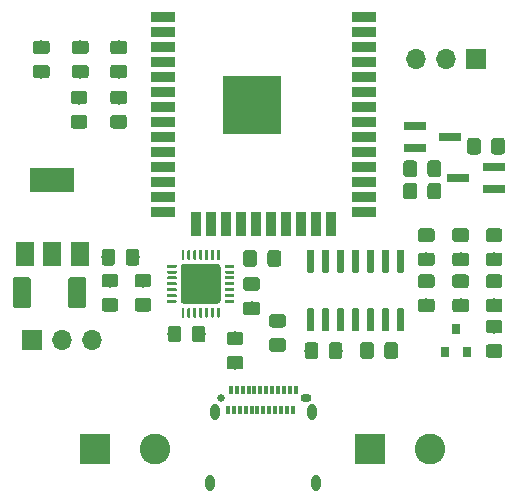
<source format=gbr>
G04 #@! TF.GenerationSoftware,KiCad,Pcbnew,5.1.4-e60b266~84~ubuntu19.04.1*
G04 #@! TF.CreationDate,2020-02-26T10:38:06+11:00*
G04 #@! TF.ProjectId,93ng-blue-aux-esp32-only,39336e67-2d62-46c7-9565-2d6175782d65,rev?*
G04 #@! TF.SameCoordinates,Original*
G04 #@! TF.FileFunction,Soldermask,Top*
G04 #@! TF.FilePolarity,Negative*
%FSLAX46Y46*%
G04 Gerber Fmt 4.6, Leading zero omitted, Abs format (unit mm)*
G04 Created by KiCad (PCBNEW 5.1.4-e60b266~84~ubuntu19.04.1) date 2020-02-26 10:38:06*
%MOMM*%
%LPD*%
G04 APERTURE LIST*
%ADD10C,0.100000*%
%ADD11C,1.525000*%
%ADD12C,1.150000*%
%ADD13O,0.800000X1.400000*%
%ADD14R,0.300000X0.700000*%
%ADD15O,0.950000X0.650000*%
%ADD16C,0.650000*%
%ADD17R,0.800000X0.900000*%
%ADD18C,2.600000*%
%ADD19R,2.600000X2.600000*%
%ADD20R,5.000000X5.000000*%
%ADD21R,2.000000X0.900000*%
%ADD22R,0.900000X2.000000*%
%ADD23C,0.600000*%
%ADD24C,3.350000*%
%ADD25C,0.250000*%
%ADD26R,1.700000X1.700000*%
%ADD27O,1.700000X1.700000*%
%ADD28R,3.800000X2.000000*%
%ADD29R,1.500000X2.000000*%
%ADD30R,1.900000X0.800000*%
G04 APERTURE END LIST*
D10*
G36*
X175099505Y-101676204D02*
G01*
X175123773Y-101679804D01*
X175147572Y-101685765D01*
X175170671Y-101694030D01*
X175192850Y-101704520D01*
X175213893Y-101717132D01*
X175233599Y-101731747D01*
X175251777Y-101748223D01*
X175268253Y-101766401D01*
X175282868Y-101786107D01*
X175295480Y-101807150D01*
X175305970Y-101829329D01*
X175314235Y-101852428D01*
X175320196Y-101876227D01*
X175323796Y-101900495D01*
X175325000Y-101924999D01*
X175325000Y-104075001D01*
X175323796Y-104099505D01*
X175320196Y-104123773D01*
X175314235Y-104147572D01*
X175305970Y-104170671D01*
X175295480Y-104192850D01*
X175282868Y-104213893D01*
X175268253Y-104233599D01*
X175251777Y-104251777D01*
X175233599Y-104268253D01*
X175213893Y-104282868D01*
X175192850Y-104295480D01*
X175170671Y-104305970D01*
X175147572Y-104314235D01*
X175123773Y-104320196D01*
X175099505Y-104323796D01*
X175075001Y-104325000D01*
X174049999Y-104325000D01*
X174025495Y-104323796D01*
X174001227Y-104320196D01*
X173977428Y-104314235D01*
X173954329Y-104305970D01*
X173932150Y-104295480D01*
X173911107Y-104282868D01*
X173891401Y-104268253D01*
X173873223Y-104251777D01*
X173856747Y-104233599D01*
X173842132Y-104213893D01*
X173829520Y-104192850D01*
X173819030Y-104170671D01*
X173810765Y-104147572D01*
X173804804Y-104123773D01*
X173801204Y-104099505D01*
X173800000Y-104075001D01*
X173800000Y-101924999D01*
X173801204Y-101900495D01*
X173804804Y-101876227D01*
X173810765Y-101852428D01*
X173819030Y-101829329D01*
X173829520Y-101807150D01*
X173842132Y-101786107D01*
X173856747Y-101766401D01*
X173873223Y-101748223D01*
X173891401Y-101731747D01*
X173911107Y-101717132D01*
X173932150Y-101704520D01*
X173954329Y-101694030D01*
X173977428Y-101685765D01*
X174001227Y-101679804D01*
X174025495Y-101676204D01*
X174049999Y-101675000D01*
X175075001Y-101675000D01*
X175099505Y-101676204D01*
X175099505Y-101676204D01*
G37*
D11*
X174562500Y-103000000D03*
D10*
G36*
X179774505Y-101676204D02*
G01*
X179798773Y-101679804D01*
X179822572Y-101685765D01*
X179845671Y-101694030D01*
X179867850Y-101704520D01*
X179888893Y-101717132D01*
X179908599Y-101731747D01*
X179926777Y-101748223D01*
X179943253Y-101766401D01*
X179957868Y-101786107D01*
X179970480Y-101807150D01*
X179980970Y-101829329D01*
X179989235Y-101852428D01*
X179995196Y-101876227D01*
X179998796Y-101900495D01*
X180000000Y-101924999D01*
X180000000Y-104075001D01*
X179998796Y-104099505D01*
X179995196Y-104123773D01*
X179989235Y-104147572D01*
X179980970Y-104170671D01*
X179970480Y-104192850D01*
X179957868Y-104213893D01*
X179943253Y-104233599D01*
X179926777Y-104251777D01*
X179908599Y-104268253D01*
X179888893Y-104282868D01*
X179867850Y-104295480D01*
X179845671Y-104305970D01*
X179822572Y-104314235D01*
X179798773Y-104320196D01*
X179774505Y-104323796D01*
X179750001Y-104325000D01*
X178724999Y-104325000D01*
X178700495Y-104323796D01*
X178676227Y-104320196D01*
X178652428Y-104314235D01*
X178629329Y-104305970D01*
X178607150Y-104295480D01*
X178586107Y-104282868D01*
X178566401Y-104268253D01*
X178548223Y-104251777D01*
X178531747Y-104233599D01*
X178517132Y-104213893D01*
X178504520Y-104192850D01*
X178494030Y-104170671D01*
X178485765Y-104147572D01*
X178479804Y-104123773D01*
X178476204Y-104099505D01*
X178475000Y-104075001D01*
X178475000Y-101924999D01*
X178476204Y-101900495D01*
X178479804Y-101876227D01*
X178485765Y-101852428D01*
X178494030Y-101829329D01*
X178504520Y-101807150D01*
X178517132Y-101786107D01*
X178531747Y-101766401D01*
X178548223Y-101748223D01*
X178566401Y-101731747D01*
X178586107Y-101717132D01*
X178607150Y-101704520D01*
X178629329Y-101694030D01*
X178652428Y-101685765D01*
X178676227Y-101679804D01*
X178700495Y-101676204D01*
X178724999Y-101675000D01*
X179750001Y-101675000D01*
X179774505Y-101676204D01*
X179774505Y-101676204D01*
G37*
D11*
X179237500Y-103000000D03*
D10*
G36*
X193074505Y-108351204D02*
G01*
X193098773Y-108354804D01*
X193122572Y-108360765D01*
X193145671Y-108369030D01*
X193167850Y-108379520D01*
X193188893Y-108392132D01*
X193208599Y-108406747D01*
X193226777Y-108423223D01*
X193243253Y-108441401D01*
X193257868Y-108461107D01*
X193270480Y-108482150D01*
X193280970Y-108504329D01*
X193289235Y-108527428D01*
X193295196Y-108551227D01*
X193298796Y-108575495D01*
X193300000Y-108599999D01*
X193300000Y-109250001D01*
X193298796Y-109274505D01*
X193295196Y-109298773D01*
X193289235Y-109322572D01*
X193280970Y-109345671D01*
X193270480Y-109367850D01*
X193257868Y-109388893D01*
X193243253Y-109408599D01*
X193226777Y-109426777D01*
X193208599Y-109443253D01*
X193188893Y-109457868D01*
X193167850Y-109470480D01*
X193145671Y-109480970D01*
X193122572Y-109489235D01*
X193098773Y-109495196D01*
X193074505Y-109498796D01*
X193050001Y-109500000D01*
X192149999Y-109500000D01*
X192125495Y-109498796D01*
X192101227Y-109495196D01*
X192077428Y-109489235D01*
X192054329Y-109480970D01*
X192032150Y-109470480D01*
X192011107Y-109457868D01*
X191991401Y-109443253D01*
X191973223Y-109426777D01*
X191956747Y-109408599D01*
X191942132Y-109388893D01*
X191929520Y-109367850D01*
X191919030Y-109345671D01*
X191910765Y-109322572D01*
X191904804Y-109298773D01*
X191901204Y-109274505D01*
X191900000Y-109250001D01*
X191900000Y-108599999D01*
X191901204Y-108575495D01*
X191904804Y-108551227D01*
X191910765Y-108527428D01*
X191919030Y-108504329D01*
X191929520Y-108482150D01*
X191942132Y-108461107D01*
X191956747Y-108441401D01*
X191973223Y-108423223D01*
X191991401Y-108406747D01*
X192011107Y-108392132D01*
X192032150Y-108379520D01*
X192054329Y-108369030D01*
X192077428Y-108360765D01*
X192101227Y-108354804D01*
X192125495Y-108351204D01*
X192149999Y-108350000D01*
X193050001Y-108350000D01*
X193074505Y-108351204D01*
X193074505Y-108351204D01*
G37*
D12*
X192600000Y-108925000D03*
D10*
G36*
X193074505Y-106301204D02*
G01*
X193098773Y-106304804D01*
X193122572Y-106310765D01*
X193145671Y-106319030D01*
X193167850Y-106329520D01*
X193188893Y-106342132D01*
X193208599Y-106356747D01*
X193226777Y-106373223D01*
X193243253Y-106391401D01*
X193257868Y-106411107D01*
X193270480Y-106432150D01*
X193280970Y-106454329D01*
X193289235Y-106477428D01*
X193295196Y-106501227D01*
X193298796Y-106525495D01*
X193300000Y-106549999D01*
X193300000Y-107200001D01*
X193298796Y-107224505D01*
X193295196Y-107248773D01*
X193289235Y-107272572D01*
X193280970Y-107295671D01*
X193270480Y-107317850D01*
X193257868Y-107338893D01*
X193243253Y-107358599D01*
X193226777Y-107376777D01*
X193208599Y-107393253D01*
X193188893Y-107407868D01*
X193167850Y-107420480D01*
X193145671Y-107430970D01*
X193122572Y-107439235D01*
X193098773Y-107445196D01*
X193074505Y-107448796D01*
X193050001Y-107450000D01*
X192149999Y-107450000D01*
X192125495Y-107448796D01*
X192101227Y-107445196D01*
X192077428Y-107439235D01*
X192054329Y-107430970D01*
X192032150Y-107420480D01*
X192011107Y-107407868D01*
X191991401Y-107393253D01*
X191973223Y-107376777D01*
X191956747Y-107358599D01*
X191942132Y-107338893D01*
X191929520Y-107317850D01*
X191919030Y-107295671D01*
X191910765Y-107272572D01*
X191904804Y-107248773D01*
X191901204Y-107224505D01*
X191900000Y-107200001D01*
X191900000Y-106549999D01*
X191901204Y-106525495D01*
X191904804Y-106501227D01*
X191910765Y-106477428D01*
X191919030Y-106454329D01*
X191929520Y-106432150D01*
X191942132Y-106411107D01*
X191956747Y-106391401D01*
X191973223Y-106373223D01*
X191991401Y-106356747D01*
X192011107Y-106342132D01*
X192032150Y-106329520D01*
X192054329Y-106319030D01*
X192077428Y-106310765D01*
X192101227Y-106304804D01*
X192125495Y-106301204D01*
X192149999Y-106300000D01*
X193050001Y-106300000D01*
X193074505Y-106301204D01*
X193074505Y-106301204D01*
G37*
D12*
X192600000Y-106875000D03*
D13*
X190870000Y-113140000D03*
D14*
X192250000Y-111230000D03*
X192750000Y-111230000D03*
X193250000Y-111230000D03*
X193750000Y-111230000D03*
X194250000Y-111230000D03*
X194750000Y-111230000D03*
X195250000Y-111230000D03*
X197750000Y-111230000D03*
X196750000Y-111230000D03*
X196250000Y-111230000D03*
X195750000Y-111230000D03*
X197250000Y-111230000D03*
X197500000Y-112930000D03*
D13*
X199130000Y-113140000D03*
X199490000Y-119090000D03*
X190510000Y-119090000D03*
D15*
X198600000Y-111890000D03*
D16*
X191400000Y-111890000D03*
D14*
X197000000Y-112930000D03*
X196500000Y-112930000D03*
X196000000Y-112930000D03*
X195500000Y-112930000D03*
X195000000Y-112930000D03*
X194500000Y-112930000D03*
X194000000Y-112930000D03*
X193500000Y-112930000D03*
X193000000Y-112930000D03*
X192500000Y-112930000D03*
X192000000Y-112930000D03*
D10*
G36*
X184274505Y-99301204D02*
G01*
X184298773Y-99304804D01*
X184322572Y-99310765D01*
X184345671Y-99319030D01*
X184367850Y-99329520D01*
X184388893Y-99342132D01*
X184408599Y-99356747D01*
X184426777Y-99373223D01*
X184443253Y-99391401D01*
X184457868Y-99411107D01*
X184470480Y-99432150D01*
X184480970Y-99454329D01*
X184489235Y-99477428D01*
X184495196Y-99501227D01*
X184498796Y-99525495D01*
X184500000Y-99549999D01*
X184500000Y-100450001D01*
X184498796Y-100474505D01*
X184495196Y-100498773D01*
X184489235Y-100522572D01*
X184480970Y-100545671D01*
X184470480Y-100567850D01*
X184457868Y-100588893D01*
X184443253Y-100608599D01*
X184426777Y-100626777D01*
X184408599Y-100643253D01*
X184388893Y-100657868D01*
X184367850Y-100670480D01*
X184345671Y-100680970D01*
X184322572Y-100689235D01*
X184298773Y-100695196D01*
X184274505Y-100698796D01*
X184250001Y-100700000D01*
X183599999Y-100700000D01*
X183575495Y-100698796D01*
X183551227Y-100695196D01*
X183527428Y-100689235D01*
X183504329Y-100680970D01*
X183482150Y-100670480D01*
X183461107Y-100657868D01*
X183441401Y-100643253D01*
X183423223Y-100626777D01*
X183406747Y-100608599D01*
X183392132Y-100588893D01*
X183379520Y-100567850D01*
X183369030Y-100545671D01*
X183360765Y-100522572D01*
X183354804Y-100498773D01*
X183351204Y-100474505D01*
X183350000Y-100450001D01*
X183350000Y-99549999D01*
X183351204Y-99525495D01*
X183354804Y-99501227D01*
X183360765Y-99477428D01*
X183369030Y-99454329D01*
X183379520Y-99432150D01*
X183392132Y-99411107D01*
X183406747Y-99391401D01*
X183423223Y-99373223D01*
X183441401Y-99356747D01*
X183461107Y-99342132D01*
X183482150Y-99329520D01*
X183504329Y-99319030D01*
X183527428Y-99310765D01*
X183551227Y-99304804D01*
X183575495Y-99301204D01*
X183599999Y-99300000D01*
X184250001Y-99300000D01*
X184274505Y-99301204D01*
X184274505Y-99301204D01*
G37*
D12*
X183925000Y-100000000D03*
D10*
G36*
X182224505Y-99301204D02*
G01*
X182248773Y-99304804D01*
X182272572Y-99310765D01*
X182295671Y-99319030D01*
X182317850Y-99329520D01*
X182338893Y-99342132D01*
X182358599Y-99356747D01*
X182376777Y-99373223D01*
X182393253Y-99391401D01*
X182407868Y-99411107D01*
X182420480Y-99432150D01*
X182430970Y-99454329D01*
X182439235Y-99477428D01*
X182445196Y-99501227D01*
X182448796Y-99525495D01*
X182450000Y-99549999D01*
X182450000Y-100450001D01*
X182448796Y-100474505D01*
X182445196Y-100498773D01*
X182439235Y-100522572D01*
X182430970Y-100545671D01*
X182420480Y-100567850D01*
X182407868Y-100588893D01*
X182393253Y-100608599D01*
X182376777Y-100626777D01*
X182358599Y-100643253D01*
X182338893Y-100657868D01*
X182317850Y-100670480D01*
X182295671Y-100680970D01*
X182272572Y-100689235D01*
X182248773Y-100695196D01*
X182224505Y-100698796D01*
X182200001Y-100700000D01*
X181549999Y-100700000D01*
X181525495Y-100698796D01*
X181501227Y-100695196D01*
X181477428Y-100689235D01*
X181454329Y-100680970D01*
X181432150Y-100670480D01*
X181411107Y-100657868D01*
X181391401Y-100643253D01*
X181373223Y-100626777D01*
X181356747Y-100608599D01*
X181342132Y-100588893D01*
X181329520Y-100567850D01*
X181319030Y-100545671D01*
X181310765Y-100522572D01*
X181304804Y-100498773D01*
X181301204Y-100474505D01*
X181300000Y-100450001D01*
X181300000Y-99549999D01*
X181301204Y-99525495D01*
X181304804Y-99501227D01*
X181310765Y-99477428D01*
X181319030Y-99454329D01*
X181329520Y-99432150D01*
X181342132Y-99411107D01*
X181356747Y-99391401D01*
X181373223Y-99373223D01*
X181391401Y-99356747D01*
X181411107Y-99342132D01*
X181432150Y-99329520D01*
X181454329Y-99319030D01*
X181477428Y-99310765D01*
X181501227Y-99304804D01*
X181525495Y-99301204D01*
X181549999Y-99300000D01*
X182200001Y-99300000D01*
X182224505Y-99301204D01*
X182224505Y-99301204D01*
G37*
D12*
X181875000Y-100000000D03*
D10*
G36*
X209274505Y-103501204D02*
G01*
X209298773Y-103504804D01*
X209322572Y-103510765D01*
X209345671Y-103519030D01*
X209367850Y-103529520D01*
X209388893Y-103542132D01*
X209408599Y-103556747D01*
X209426777Y-103573223D01*
X209443253Y-103591401D01*
X209457868Y-103611107D01*
X209470480Y-103632150D01*
X209480970Y-103654329D01*
X209489235Y-103677428D01*
X209495196Y-103701227D01*
X209498796Y-103725495D01*
X209500000Y-103749999D01*
X209500000Y-104400001D01*
X209498796Y-104424505D01*
X209495196Y-104448773D01*
X209489235Y-104472572D01*
X209480970Y-104495671D01*
X209470480Y-104517850D01*
X209457868Y-104538893D01*
X209443253Y-104558599D01*
X209426777Y-104576777D01*
X209408599Y-104593253D01*
X209388893Y-104607868D01*
X209367850Y-104620480D01*
X209345671Y-104630970D01*
X209322572Y-104639235D01*
X209298773Y-104645196D01*
X209274505Y-104648796D01*
X209250001Y-104650000D01*
X208349999Y-104650000D01*
X208325495Y-104648796D01*
X208301227Y-104645196D01*
X208277428Y-104639235D01*
X208254329Y-104630970D01*
X208232150Y-104620480D01*
X208211107Y-104607868D01*
X208191401Y-104593253D01*
X208173223Y-104576777D01*
X208156747Y-104558599D01*
X208142132Y-104538893D01*
X208129520Y-104517850D01*
X208119030Y-104495671D01*
X208110765Y-104472572D01*
X208104804Y-104448773D01*
X208101204Y-104424505D01*
X208100000Y-104400001D01*
X208100000Y-103749999D01*
X208101204Y-103725495D01*
X208104804Y-103701227D01*
X208110765Y-103677428D01*
X208119030Y-103654329D01*
X208129520Y-103632150D01*
X208142132Y-103611107D01*
X208156747Y-103591401D01*
X208173223Y-103573223D01*
X208191401Y-103556747D01*
X208211107Y-103542132D01*
X208232150Y-103529520D01*
X208254329Y-103519030D01*
X208277428Y-103510765D01*
X208301227Y-103504804D01*
X208325495Y-103501204D01*
X208349999Y-103500000D01*
X209250001Y-103500000D01*
X209274505Y-103501204D01*
X209274505Y-103501204D01*
G37*
D12*
X208800000Y-104075000D03*
D10*
G36*
X209274505Y-101451204D02*
G01*
X209298773Y-101454804D01*
X209322572Y-101460765D01*
X209345671Y-101469030D01*
X209367850Y-101479520D01*
X209388893Y-101492132D01*
X209408599Y-101506747D01*
X209426777Y-101523223D01*
X209443253Y-101541401D01*
X209457868Y-101561107D01*
X209470480Y-101582150D01*
X209480970Y-101604329D01*
X209489235Y-101627428D01*
X209495196Y-101651227D01*
X209498796Y-101675495D01*
X209500000Y-101699999D01*
X209500000Y-102350001D01*
X209498796Y-102374505D01*
X209495196Y-102398773D01*
X209489235Y-102422572D01*
X209480970Y-102445671D01*
X209470480Y-102467850D01*
X209457868Y-102488893D01*
X209443253Y-102508599D01*
X209426777Y-102526777D01*
X209408599Y-102543253D01*
X209388893Y-102557868D01*
X209367850Y-102570480D01*
X209345671Y-102580970D01*
X209322572Y-102589235D01*
X209298773Y-102595196D01*
X209274505Y-102598796D01*
X209250001Y-102600000D01*
X208349999Y-102600000D01*
X208325495Y-102598796D01*
X208301227Y-102595196D01*
X208277428Y-102589235D01*
X208254329Y-102580970D01*
X208232150Y-102570480D01*
X208211107Y-102557868D01*
X208191401Y-102543253D01*
X208173223Y-102526777D01*
X208156747Y-102508599D01*
X208142132Y-102488893D01*
X208129520Y-102467850D01*
X208119030Y-102445671D01*
X208110765Y-102422572D01*
X208104804Y-102398773D01*
X208101204Y-102374505D01*
X208100000Y-102350001D01*
X208100000Y-101699999D01*
X208101204Y-101675495D01*
X208104804Y-101651227D01*
X208110765Y-101627428D01*
X208119030Y-101604329D01*
X208129520Y-101582150D01*
X208142132Y-101561107D01*
X208156747Y-101541401D01*
X208173223Y-101523223D01*
X208191401Y-101506747D01*
X208211107Y-101492132D01*
X208232150Y-101479520D01*
X208254329Y-101469030D01*
X208277428Y-101460765D01*
X208301227Y-101454804D01*
X208325495Y-101451204D01*
X208349999Y-101450000D01*
X209250001Y-101450000D01*
X209274505Y-101451204D01*
X209274505Y-101451204D01*
G37*
D12*
X208800000Y-102025000D03*
D10*
G36*
X215024505Y-107351204D02*
G01*
X215048773Y-107354804D01*
X215072572Y-107360765D01*
X215095671Y-107369030D01*
X215117850Y-107379520D01*
X215138893Y-107392132D01*
X215158599Y-107406747D01*
X215176777Y-107423223D01*
X215193253Y-107441401D01*
X215207868Y-107461107D01*
X215220480Y-107482150D01*
X215230970Y-107504329D01*
X215239235Y-107527428D01*
X215245196Y-107551227D01*
X215248796Y-107575495D01*
X215250000Y-107599999D01*
X215250000Y-108250001D01*
X215248796Y-108274505D01*
X215245196Y-108298773D01*
X215239235Y-108322572D01*
X215230970Y-108345671D01*
X215220480Y-108367850D01*
X215207868Y-108388893D01*
X215193253Y-108408599D01*
X215176777Y-108426777D01*
X215158599Y-108443253D01*
X215138893Y-108457868D01*
X215117850Y-108470480D01*
X215095671Y-108480970D01*
X215072572Y-108489235D01*
X215048773Y-108495196D01*
X215024505Y-108498796D01*
X215000001Y-108500000D01*
X214099999Y-108500000D01*
X214075495Y-108498796D01*
X214051227Y-108495196D01*
X214027428Y-108489235D01*
X214004329Y-108480970D01*
X213982150Y-108470480D01*
X213961107Y-108457868D01*
X213941401Y-108443253D01*
X213923223Y-108426777D01*
X213906747Y-108408599D01*
X213892132Y-108388893D01*
X213879520Y-108367850D01*
X213869030Y-108345671D01*
X213860765Y-108322572D01*
X213854804Y-108298773D01*
X213851204Y-108274505D01*
X213850000Y-108250001D01*
X213850000Y-107599999D01*
X213851204Y-107575495D01*
X213854804Y-107551227D01*
X213860765Y-107527428D01*
X213869030Y-107504329D01*
X213879520Y-107482150D01*
X213892132Y-107461107D01*
X213906747Y-107441401D01*
X213923223Y-107423223D01*
X213941401Y-107406747D01*
X213961107Y-107392132D01*
X213982150Y-107379520D01*
X214004329Y-107369030D01*
X214027428Y-107360765D01*
X214051227Y-107354804D01*
X214075495Y-107351204D01*
X214099999Y-107350000D01*
X215000001Y-107350000D01*
X215024505Y-107351204D01*
X215024505Y-107351204D01*
G37*
D12*
X214550000Y-107925000D03*
D10*
G36*
X215024505Y-105301204D02*
G01*
X215048773Y-105304804D01*
X215072572Y-105310765D01*
X215095671Y-105319030D01*
X215117850Y-105329520D01*
X215138893Y-105342132D01*
X215158599Y-105356747D01*
X215176777Y-105373223D01*
X215193253Y-105391401D01*
X215207868Y-105411107D01*
X215220480Y-105432150D01*
X215230970Y-105454329D01*
X215239235Y-105477428D01*
X215245196Y-105501227D01*
X215248796Y-105525495D01*
X215250000Y-105549999D01*
X215250000Y-106200001D01*
X215248796Y-106224505D01*
X215245196Y-106248773D01*
X215239235Y-106272572D01*
X215230970Y-106295671D01*
X215220480Y-106317850D01*
X215207868Y-106338893D01*
X215193253Y-106358599D01*
X215176777Y-106376777D01*
X215158599Y-106393253D01*
X215138893Y-106407868D01*
X215117850Y-106420480D01*
X215095671Y-106430970D01*
X215072572Y-106439235D01*
X215048773Y-106445196D01*
X215024505Y-106448796D01*
X215000001Y-106450000D01*
X214099999Y-106450000D01*
X214075495Y-106448796D01*
X214051227Y-106445196D01*
X214027428Y-106439235D01*
X214004329Y-106430970D01*
X213982150Y-106420480D01*
X213961107Y-106407868D01*
X213941401Y-106393253D01*
X213923223Y-106376777D01*
X213906747Y-106358599D01*
X213892132Y-106338893D01*
X213879520Y-106317850D01*
X213869030Y-106295671D01*
X213860765Y-106272572D01*
X213854804Y-106248773D01*
X213851204Y-106224505D01*
X213850000Y-106200001D01*
X213850000Y-105549999D01*
X213851204Y-105525495D01*
X213854804Y-105501227D01*
X213860765Y-105477428D01*
X213869030Y-105454329D01*
X213879520Y-105432150D01*
X213892132Y-105411107D01*
X213906747Y-105391401D01*
X213923223Y-105373223D01*
X213941401Y-105356747D01*
X213961107Y-105342132D01*
X213982150Y-105329520D01*
X214004329Y-105319030D01*
X214027428Y-105310765D01*
X214051227Y-105304804D01*
X214075495Y-105301204D01*
X214099999Y-105300000D01*
X215000001Y-105300000D01*
X215024505Y-105301204D01*
X215024505Y-105301204D01*
G37*
D12*
X214550000Y-105875000D03*
D10*
G36*
X201474505Y-107201204D02*
G01*
X201498773Y-107204804D01*
X201522572Y-107210765D01*
X201545671Y-107219030D01*
X201567850Y-107229520D01*
X201588893Y-107242132D01*
X201608599Y-107256747D01*
X201626777Y-107273223D01*
X201643253Y-107291401D01*
X201657868Y-107311107D01*
X201670480Y-107332150D01*
X201680970Y-107354329D01*
X201689235Y-107377428D01*
X201695196Y-107401227D01*
X201698796Y-107425495D01*
X201700000Y-107449999D01*
X201700000Y-108350001D01*
X201698796Y-108374505D01*
X201695196Y-108398773D01*
X201689235Y-108422572D01*
X201680970Y-108445671D01*
X201670480Y-108467850D01*
X201657868Y-108488893D01*
X201643253Y-108508599D01*
X201626777Y-108526777D01*
X201608599Y-108543253D01*
X201588893Y-108557868D01*
X201567850Y-108570480D01*
X201545671Y-108580970D01*
X201522572Y-108589235D01*
X201498773Y-108595196D01*
X201474505Y-108598796D01*
X201450001Y-108600000D01*
X200799999Y-108600000D01*
X200775495Y-108598796D01*
X200751227Y-108595196D01*
X200727428Y-108589235D01*
X200704329Y-108580970D01*
X200682150Y-108570480D01*
X200661107Y-108557868D01*
X200641401Y-108543253D01*
X200623223Y-108526777D01*
X200606747Y-108508599D01*
X200592132Y-108488893D01*
X200579520Y-108467850D01*
X200569030Y-108445671D01*
X200560765Y-108422572D01*
X200554804Y-108398773D01*
X200551204Y-108374505D01*
X200550000Y-108350001D01*
X200550000Y-107449999D01*
X200551204Y-107425495D01*
X200554804Y-107401227D01*
X200560765Y-107377428D01*
X200569030Y-107354329D01*
X200579520Y-107332150D01*
X200592132Y-107311107D01*
X200606747Y-107291401D01*
X200623223Y-107273223D01*
X200641401Y-107256747D01*
X200661107Y-107242132D01*
X200682150Y-107229520D01*
X200704329Y-107219030D01*
X200727428Y-107210765D01*
X200751227Y-107204804D01*
X200775495Y-107201204D01*
X200799999Y-107200000D01*
X201450001Y-107200000D01*
X201474505Y-107201204D01*
X201474505Y-107201204D01*
G37*
D12*
X201125000Y-107900000D03*
D10*
G36*
X199424505Y-107201204D02*
G01*
X199448773Y-107204804D01*
X199472572Y-107210765D01*
X199495671Y-107219030D01*
X199517850Y-107229520D01*
X199538893Y-107242132D01*
X199558599Y-107256747D01*
X199576777Y-107273223D01*
X199593253Y-107291401D01*
X199607868Y-107311107D01*
X199620480Y-107332150D01*
X199630970Y-107354329D01*
X199639235Y-107377428D01*
X199645196Y-107401227D01*
X199648796Y-107425495D01*
X199650000Y-107449999D01*
X199650000Y-108350001D01*
X199648796Y-108374505D01*
X199645196Y-108398773D01*
X199639235Y-108422572D01*
X199630970Y-108445671D01*
X199620480Y-108467850D01*
X199607868Y-108488893D01*
X199593253Y-108508599D01*
X199576777Y-108526777D01*
X199558599Y-108543253D01*
X199538893Y-108557868D01*
X199517850Y-108570480D01*
X199495671Y-108580970D01*
X199472572Y-108589235D01*
X199448773Y-108595196D01*
X199424505Y-108598796D01*
X199400001Y-108600000D01*
X198749999Y-108600000D01*
X198725495Y-108598796D01*
X198701227Y-108595196D01*
X198677428Y-108589235D01*
X198654329Y-108580970D01*
X198632150Y-108570480D01*
X198611107Y-108557868D01*
X198591401Y-108543253D01*
X198573223Y-108526777D01*
X198556747Y-108508599D01*
X198542132Y-108488893D01*
X198529520Y-108467850D01*
X198519030Y-108445671D01*
X198510765Y-108422572D01*
X198504804Y-108398773D01*
X198501204Y-108374505D01*
X198500000Y-108350001D01*
X198500000Y-107449999D01*
X198501204Y-107425495D01*
X198504804Y-107401227D01*
X198510765Y-107377428D01*
X198519030Y-107354329D01*
X198529520Y-107332150D01*
X198542132Y-107311107D01*
X198556747Y-107291401D01*
X198573223Y-107273223D01*
X198591401Y-107256747D01*
X198611107Y-107242132D01*
X198632150Y-107229520D01*
X198654329Y-107219030D01*
X198677428Y-107210765D01*
X198701227Y-107204804D01*
X198725495Y-107201204D01*
X198749999Y-107200000D01*
X199400001Y-107200000D01*
X199424505Y-107201204D01*
X199424505Y-107201204D01*
G37*
D12*
X199075000Y-107900000D03*
D17*
X210350000Y-108050000D03*
X212250000Y-108050000D03*
X211300000Y-106050000D03*
D18*
X185830000Y-116200000D03*
D19*
X180750000Y-116200000D03*
X204000000Y-116200000D03*
D18*
X209080000Y-116200000D03*
D10*
G36*
X212174505Y-101451204D02*
G01*
X212198773Y-101454804D01*
X212222572Y-101460765D01*
X212245671Y-101469030D01*
X212267850Y-101479520D01*
X212288893Y-101492132D01*
X212308599Y-101506747D01*
X212326777Y-101523223D01*
X212343253Y-101541401D01*
X212357868Y-101561107D01*
X212370480Y-101582150D01*
X212380970Y-101604329D01*
X212389235Y-101627428D01*
X212395196Y-101651227D01*
X212398796Y-101675495D01*
X212400000Y-101699999D01*
X212400000Y-102350001D01*
X212398796Y-102374505D01*
X212395196Y-102398773D01*
X212389235Y-102422572D01*
X212380970Y-102445671D01*
X212370480Y-102467850D01*
X212357868Y-102488893D01*
X212343253Y-102508599D01*
X212326777Y-102526777D01*
X212308599Y-102543253D01*
X212288893Y-102557868D01*
X212267850Y-102570480D01*
X212245671Y-102580970D01*
X212222572Y-102589235D01*
X212198773Y-102595196D01*
X212174505Y-102598796D01*
X212150001Y-102600000D01*
X211249999Y-102600000D01*
X211225495Y-102598796D01*
X211201227Y-102595196D01*
X211177428Y-102589235D01*
X211154329Y-102580970D01*
X211132150Y-102570480D01*
X211111107Y-102557868D01*
X211091401Y-102543253D01*
X211073223Y-102526777D01*
X211056747Y-102508599D01*
X211042132Y-102488893D01*
X211029520Y-102467850D01*
X211019030Y-102445671D01*
X211010765Y-102422572D01*
X211004804Y-102398773D01*
X211001204Y-102374505D01*
X211000000Y-102350001D01*
X211000000Y-101699999D01*
X211001204Y-101675495D01*
X211004804Y-101651227D01*
X211010765Y-101627428D01*
X211019030Y-101604329D01*
X211029520Y-101582150D01*
X211042132Y-101561107D01*
X211056747Y-101541401D01*
X211073223Y-101523223D01*
X211091401Y-101506747D01*
X211111107Y-101492132D01*
X211132150Y-101479520D01*
X211154329Y-101469030D01*
X211177428Y-101460765D01*
X211201227Y-101454804D01*
X211225495Y-101451204D01*
X211249999Y-101450000D01*
X212150001Y-101450000D01*
X212174505Y-101451204D01*
X212174505Y-101451204D01*
G37*
D12*
X211700000Y-102025000D03*
D10*
G36*
X212174505Y-103501204D02*
G01*
X212198773Y-103504804D01*
X212222572Y-103510765D01*
X212245671Y-103519030D01*
X212267850Y-103529520D01*
X212288893Y-103542132D01*
X212308599Y-103556747D01*
X212326777Y-103573223D01*
X212343253Y-103591401D01*
X212357868Y-103611107D01*
X212370480Y-103632150D01*
X212380970Y-103654329D01*
X212389235Y-103677428D01*
X212395196Y-103701227D01*
X212398796Y-103725495D01*
X212400000Y-103749999D01*
X212400000Y-104400001D01*
X212398796Y-104424505D01*
X212395196Y-104448773D01*
X212389235Y-104472572D01*
X212380970Y-104495671D01*
X212370480Y-104517850D01*
X212357868Y-104538893D01*
X212343253Y-104558599D01*
X212326777Y-104576777D01*
X212308599Y-104593253D01*
X212288893Y-104607868D01*
X212267850Y-104620480D01*
X212245671Y-104630970D01*
X212222572Y-104639235D01*
X212198773Y-104645196D01*
X212174505Y-104648796D01*
X212150001Y-104650000D01*
X211249999Y-104650000D01*
X211225495Y-104648796D01*
X211201227Y-104645196D01*
X211177428Y-104639235D01*
X211154329Y-104630970D01*
X211132150Y-104620480D01*
X211111107Y-104607868D01*
X211091401Y-104593253D01*
X211073223Y-104576777D01*
X211056747Y-104558599D01*
X211042132Y-104538893D01*
X211029520Y-104517850D01*
X211019030Y-104495671D01*
X211010765Y-104472572D01*
X211004804Y-104448773D01*
X211001204Y-104424505D01*
X211000000Y-104400001D01*
X211000000Y-103749999D01*
X211001204Y-103725495D01*
X211004804Y-103701227D01*
X211010765Y-103677428D01*
X211019030Y-103654329D01*
X211029520Y-103632150D01*
X211042132Y-103611107D01*
X211056747Y-103591401D01*
X211073223Y-103573223D01*
X211091401Y-103556747D01*
X211111107Y-103542132D01*
X211132150Y-103529520D01*
X211154329Y-103519030D01*
X211177428Y-103510765D01*
X211201227Y-103504804D01*
X211225495Y-103501204D01*
X211249999Y-103500000D01*
X212150001Y-103500000D01*
X212174505Y-103501204D01*
X212174505Y-103501204D01*
G37*
D12*
X211700000Y-104075000D03*
D10*
G36*
X212174505Y-97551204D02*
G01*
X212198773Y-97554804D01*
X212222572Y-97560765D01*
X212245671Y-97569030D01*
X212267850Y-97579520D01*
X212288893Y-97592132D01*
X212308599Y-97606747D01*
X212326777Y-97623223D01*
X212343253Y-97641401D01*
X212357868Y-97661107D01*
X212370480Y-97682150D01*
X212380970Y-97704329D01*
X212389235Y-97727428D01*
X212395196Y-97751227D01*
X212398796Y-97775495D01*
X212400000Y-97799999D01*
X212400000Y-98450001D01*
X212398796Y-98474505D01*
X212395196Y-98498773D01*
X212389235Y-98522572D01*
X212380970Y-98545671D01*
X212370480Y-98567850D01*
X212357868Y-98588893D01*
X212343253Y-98608599D01*
X212326777Y-98626777D01*
X212308599Y-98643253D01*
X212288893Y-98657868D01*
X212267850Y-98670480D01*
X212245671Y-98680970D01*
X212222572Y-98689235D01*
X212198773Y-98695196D01*
X212174505Y-98698796D01*
X212150001Y-98700000D01*
X211249999Y-98700000D01*
X211225495Y-98698796D01*
X211201227Y-98695196D01*
X211177428Y-98689235D01*
X211154329Y-98680970D01*
X211132150Y-98670480D01*
X211111107Y-98657868D01*
X211091401Y-98643253D01*
X211073223Y-98626777D01*
X211056747Y-98608599D01*
X211042132Y-98588893D01*
X211029520Y-98567850D01*
X211019030Y-98545671D01*
X211010765Y-98522572D01*
X211004804Y-98498773D01*
X211001204Y-98474505D01*
X211000000Y-98450001D01*
X211000000Y-97799999D01*
X211001204Y-97775495D01*
X211004804Y-97751227D01*
X211010765Y-97727428D01*
X211019030Y-97704329D01*
X211029520Y-97682150D01*
X211042132Y-97661107D01*
X211056747Y-97641401D01*
X211073223Y-97623223D01*
X211091401Y-97606747D01*
X211111107Y-97592132D01*
X211132150Y-97579520D01*
X211154329Y-97569030D01*
X211177428Y-97560765D01*
X211201227Y-97554804D01*
X211225495Y-97551204D01*
X211249999Y-97550000D01*
X212150001Y-97550000D01*
X212174505Y-97551204D01*
X212174505Y-97551204D01*
G37*
D12*
X211700000Y-98125000D03*
D10*
G36*
X212174505Y-99601204D02*
G01*
X212198773Y-99604804D01*
X212222572Y-99610765D01*
X212245671Y-99619030D01*
X212267850Y-99629520D01*
X212288893Y-99642132D01*
X212308599Y-99656747D01*
X212326777Y-99673223D01*
X212343253Y-99691401D01*
X212357868Y-99711107D01*
X212370480Y-99732150D01*
X212380970Y-99754329D01*
X212389235Y-99777428D01*
X212395196Y-99801227D01*
X212398796Y-99825495D01*
X212400000Y-99849999D01*
X212400000Y-100500001D01*
X212398796Y-100524505D01*
X212395196Y-100548773D01*
X212389235Y-100572572D01*
X212380970Y-100595671D01*
X212370480Y-100617850D01*
X212357868Y-100638893D01*
X212343253Y-100658599D01*
X212326777Y-100676777D01*
X212308599Y-100693253D01*
X212288893Y-100707868D01*
X212267850Y-100720480D01*
X212245671Y-100730970D01*
X212222572Y-100739235D01*
X212198773Y-100745196D01*
X212174505Y-100748796D01*
X212150001Y-100750000D01*
X211249999Y-100750000D01*
X211225495Y-100748796D01*
X211201227Y-100745196D01*
X211177428Y-100739235D01*
X211154329Y-100730970D01*
X211132150Y-100720480D01*
X211111107Y-100707868D01*
X211091401Y-100693253D01*
X211073223Y-100676777D01*
X211056747Y-100658599D01*
X211042132Y-100638893D01*
X211029520Y-100617850D01*
X211019030Y-100595671D01*
X211010765Y-100572572D01*
X211004804Y-100548773D01*
X211001204Y-100524505D01*
X211000000Y-100500001D01*
X211000000Y-99849999D01*
X211001204Y-99825495D01*
X211004804Y-99801227D01*
X211010765Y-99777428D01*
X211019030Y-99754329D01*
X211029520Y-99732150D01*
X211042132Y-99711107D01*
X211056747Y-99691401D01*
X211073223Y-99673223D01*
X211091401Y-99656747D01*
X211111107Y-99642132D01*
X211132150Y-99629520D01*
X211154329Y-99619030D01*
X211177428Y-99610765D01*
X211201227Y-99604804D01*
X211225495Y-99601204D01*
X211249999Y-99600000D01*
X212150001Y-99600000D01*
X212174505Y-99601204D01*
X212174505Y-99601204D01*
G37*
D12*
X211700000Y-100175000D03*
D10*
G36*
X209274505Y-97551204D02*
G01*
X209298773Y-97554804D01*
X209322572Y-97560765D01*
X209345671Y-97569030D01*
X209367850Y-97579520D01*
X209388893Y-97592132D01*
X209408599Y-97606747D01*
X209426777Y-97623223D01*
X209443253Y-97641401D01*
X209457868Y-97661107D01*
X209470480Y-97682150D01*
X209480970Y-97704329D01*
X209489235Y-97727428D01*
X209495196Y-97751227D01*
X209498796Y-97775495D01*
X209500000Y-97799999D01*
X209500000Y-98450001D01*
X209498796Y-98474505D01*
X209495196Y-98498773D01*
X209489235Y-98522572D01*
X209480970Y-98545671D01*
X209470480Y-98567850D01*
X209457868Y-98588893D01*
X209443253Y-98608599D01*
X209426777Y-98626777D01*
X209408599Y-98643253D01*
X209388893Y-98657868D01*
X209367850Y-98670480D01*
X209345671Y-98680970D01*
X209322572Y-98689235D01*
X209298773Y-98695196D01*
X209274505Y-98698796D01*
X209250001Y-98700000D01*
X208349999Y-98700000D01*
X208325495Y-98698796D01*
X208301227Y-98695196D01*
X208277428Y-98689235D01*
X208254329Y-98680970D01*
X208232150Y-98670480D01*
X208211107Y-98657868D01*
X208191401Y-98643253D01*
X208173223Y-98626777D01*
X208156747Y-98608599D01*
X208142132Y-98588893D01*
X208129520Y-98567850D01*
X208119030Y-98545671D01*
X208110765Y-98522572D01*
X208104804Y-98498773D01*
X208101204Y-98474505D01*
X208100000Y-98450001D01*
X208100000Y-97799999D01*
X208101204Y-97775495D01*
X208104804Y-97751227D01*
X208110765Y-97727428D01*
X208119030Y-97704329D01*
X208129520Y-97682150D01*
X208142132Y-97661107D01*
X208156747Y-97641401D01*
X208173223Y-97623223D01*
X208191401Y-97606747D01*
X208211107Y-97592132D01*
X208232150Y-97579520D01*
X208254329Y-97569030D01*
X208277428Y-97560765D01*
X208301227Y-97554804D01*
X208325495Y-97551204D01*
X208349999Y-97550000D01*
X209250001Y-97550000D01*
X209274505Y-97551204D01*
X209274505Y-97551204D01*
G37*
D12*
X208800000Y-98125000D03*
D10*
G36*
X209274505Y-99601204D02*
G01*
X209298773Y-99604804D01*
X209322572Y-99610765D01*
X209345671Y-99619030D01*
X209367850Y-99629520D01*
X209388893Y-99642132D01*
X209408599Y-99656747D01*
X209426777Y-99673223D01*
X209443253Y-99691401D01*
X209457868Y-99711107D01*
X209470480Y-99732150D01*
X209480970Y-99754329D01*
X209489235Y-99777428D01*
X209495196Y-99801227D01*
X209498796Y-99825495D01*
X209500000Y-99849999D01*
X209500000Y-100500001D01*
X209498796Y-100524505D01*
X209495196Y-100548773D01*
X209489235Y-100572572D01*
X209480970Y-100595671D01*
X209470480Y-100617850D01*
X209457868Y-100638893D01*
X209443253Y-100658599D01*
X209426777Y-100676777D01*
X209408599Y-100693253D01*
X209388893Y-100707868D01*
X209367850Y-100720480D01*
X209345671Y-100730970D01*
X209322572Y-100739235D01*
X209298773Y-100745196D01*
X209274505Y-100748796D01*
X209250001Y-100750000D01*
X208349999Y-100750000D01*
X208325495Y-100748796D01*
X208301227Y-100745196D01*
X208277428Y-100739235D01*
X208254329Y-100730970D01*
X208232150Y-100720480D01*
X208211107Y-100707868D01*
X208191401Y-100693253D01*
X208173223Y-100676777D01*
X208156747Y-100658599D01*
X208142132Y-100638893D01*
X208129520Y-100617850D01*
X208119030Y-100595671D01*
X208110765Y-100572572D01*
X208104804Y-100548773D01*
X208101204Y-100524505D01*
X208100000Y-100500001D01*
X208100000Y-99849999D01*
X208101204Y-99825495D01*
X208104804Y-99801227D01*
X208110765Y-99777428D01*
X208119030Y-99754329D01*
X208129520Y-99732150D01*
X208142132Y-99711107D01*
X208156747Y-99691401D01*
X208173223Y-99673223D01*
X208191401Y-99656747D01*
X208211107Y-99642132D01*
X208232150Y-99629520D01*
X208254329Y-99619030D01*
X208277428Y-99610765D01*
X208301227Y-99604804D01*
X208325495Y-99601204D01*
X208349999Y-99600000D01*
X209250001Y-99600000D01*
X209274505Y-99601204D01*
X209274505Y-99601204D01*
G37*
D12*
X208800000Y-100175000D03*
D10*
G36*
X206174505Y-107201204D02*
G01*
X206198773Y-107204804D01*
X206222572Y-107210765D01*
X206245671Y-107219030D01*
X206267850Y-107229520D01*
X206288893Y-107242132D01*
X206308599Y-107256747D01*
X206326777Y-107273223D01*
X206343253Y-107291401D01*
X206357868Y-107311107D01*
X206370480Y-107332150D01*
X206380970Y-107354329D01*
X206389235Y-107377428D01*
X206395196Y-107401227D01*
X206398796Y-107425495D01*
X206400000Y-107449999D01*
X206400000Y-108350001D01*
X206398796Y-108374505D01*
X206395196Y-108398773D01*
X206389235Y-108422572D01*
X206380970Y-108445671D01*
X206370480Y-108467850D01*
X206357868Y-108488893D01*
X206343253Y-108508599D01*
X206326777Y-108526777D01*
X206308599Y-108543253D01*
X206288893Y-108557868D01*
X206267850Y-108570480D01*
X206245671Y-108580970D01*
X206222572Y-108589235D01*
X206198773Y-108595196D01*
X206174505Y-108598796D01*
X206150001Y-108600000D01*
X205499999Y-108600000D01*
X205475495Y-108598796D01*
X205451227Y-108595196D01*
X205427428Y-108589235D01*
X205404329Y-108580970D01*
X205382150Y-108570480D01*
X205361107Y-108557868D01*
X205341401Y-108543253D01*
X205323223Y-108526777D01*
X205306747Y-108508599D01*
X205292132Y-108488893D01*
X205279520Y-108467850D01*
X205269030Y-108445671D01*
X205260765Y-108422572D01*
X205254804Y-108398773D01*
X205251204Y-108374505D01*
X205250000Y-108350001D01*
X205250000Y-107449999D01*
X205251204Y-107425495D01*
X205254804Y-107401227D01*
X205260765Y-107377428D01*
X205269030Y-107354329D01*
X205279520Y-107332150D01*
X205292132Y-107311107D01*
X205306747Y-107291401D01*
X205323223Y-107273223D01*
X205341401Y-107256747D01*
X205361107Y-107242132D01*
X205382150Y-107229520D01*
X205404329Y-107219030D01*
X205427428Y-107210765D01*
X205451227Y-107204804D01*
X205475495Y-107201204D01*
X205499999Y-107200000D01*
X206150001Y-107200000D01*
X206174505Y-107201204D01*
X206174505Y-107201204D01*
G37*
D12*
X205825000Y-107900000D03*
D10*
G36*
X204124505Y-107201204D02*
G01*
X204148773Y-107204804D01*
X204172572Y-107210765D01*
X204195671Y-107219030D01*
X204217850Y-107229520D01*
X204238893Y-107242132D01*
X204258599Y-107256747D01*
X204276777Y-107273223D01*
X204293253Y-107291401D01*
X204307868Y-107311107D01*
X204320480Y-107332150D01*
X204330970Y-107354329D01*
X204339235Y-107377428D01*
X204345196Y-107401227D01*
X204348796Y-107425495D01*
X204350000Y-107449999D01*
X204350000Y-108350001D01*
X204348796Y-108374505D01*
X204345196Y-108398773D01*
X204339235Y-108422572D01*
X204330970Y-108445671D01*
X204320480Y-108467850D01*
X204307868Y-108488893D01*
X204293253Y-108508599D01*
X204276777Y-108526777D01*
X204258599Y-108543253D01*
X204238893Y-108557868D01*
X204217850Y-108570480D01*
X204195671Y-108580970D01*
X204172572Y-108589235D01*
X204148773Y-108595196D01*
X204124505Y-108598796D01*
X204100001Y-108600000D01*
X203449999Y-108600000D01*
X203425495Y-108598796D01*
X203401227Y-108595196D01*
X203377428Y-108589235D01*
X203354329Y-108580970D01*
X203332150Y-108570480D01*
X203311107Y-108557868D01*
X203291401Y-108543253D01*
X203273223Y-108526777D01*
X203256747Y-108508599D01*
X203242132Y-108488893D01*
X203229520Y-108467850D01*
X203219030Y-108445671D01*
X203210765Y-108422572D01*
X203204804Y-108398773D01*
X203201204Y-108374505D01*
X203200000Y-108350001D01*
X203200000Y-107449999D01*
X203201204Y-107425495D01*
X203204804Y-107401227D01*
X203210765Y-107377428D01*
X203219030Y-107354329D01*
X203229520Y-107332150D01*
X203242132Y-107311107D01*
X203256747Y-107291401D01*
X203273223Y-107273223D01*
X203291401Y-107256747D01*
X203311107Y-107242132D01*
X203332150Y-107229520D01*
X203354329Y-107219030D01*
X203377428Y-107210765D01*
X203401227Y-107204804D01*
X203425495Y-107201204D01*
X203449999Y-107200000D01*
X204100001Y-107200000D01*
X204124505Y-107201204D01*
X204124505Y-107201204D01*
G37*
D12*
X203775000Y-107900000D03*
D10*
G36*
X215024505Y-101451204D02*
G01*
X215048773Y-101454804D01*
X215072572Y-101460765D01*
X215095671Y-101469030D01*
X215117850Y-101479520D01*
X215138893Y-101492132D01*
X215158599Y-101506747D01*
X215176777Y-101523223D01*
X215193253Y-101541401D01*
X215207868Y-101561107D01*
X215220480Y-101582150D01*
X215230970Y-101604329D01*
X215239235Y-101627428D01*
X215245196Y-101651227D01*
X215248796Y-101675495D01*
X215250000Y-101699999D01*
X215250000Y-102350001D01*
X215248796Y-102374505D01*
X215245196Y-102398773D01*
X215239235Y-102422572D01*
X215230970Y-102445671D01*
X215220480Y-102467850D01*
X215207868Y-102488893D01*
X215193253Y-102508599D01*
X215176777Y-102526777D01*
X215158599Y-102543253D01*
X215138893Y-102557868D01*
X215117850Y-102570480D01*
X215095671Y-102580970D01*
X215072572Y-102589235D01*
X215048773Y-102595196D01*
X215024505Y-102598796D01*
X215000001Y-102600000D01*
X214099999Y-102600000D01*
X214075495Y-102598796D01*
X214051227Y-102595196D01*
X214027428Y-102589235D01*
X214004329Y-102580970D01*
X213982150Y-102570480D01*
X213961107Y-102557868D01*
X213941401Y-102543253D01*
X213923223Y-102526777D01*
X213906747Y-102508599D01*
X213892132Y-102488893D01*
X213879520Y-102467850D01*
X213869030Y-102445671D01*
X213860765Y-102422572D01*
X213854804Y-102398773D01*
X213851204Y-102374505D01*
X213850000Y-102350001D01*
X213850000Y-101699999D01*
X213851204Y-101675495D01*
X213854804Y-101651227D01*
X213860765Y-101627428D01*
X213869030Y-101604329D01*
X213879520Y-101582150D01*
X213892132Y-101561107D01*
X213906747Y-101541401D01*
X213923223Y-101523223D01*
X213941401Y-101506747D01*
X213961107Y-101492132D01*
X213982150Y-101479520D01*
X214004329Y-101469030D01*
X214027428Y-101460765D01*
X214051227Y-101454804D01*
X214075495Y-101451204D01*
X214099999Y-101450000D01*
X215000001Y-101450000D01*
X215024505Y-101451204D01*
X215024505Y-101451204D01*
G37*
D12*
X214550000Y-102025000D03*
D10*
G36*
X215024505Y-103501204D02*
G01*
X215048773Y-103504804D01*
X215072572Y-103510765D01*
X215095671Y-103519030D01*
X215117850Y-103529520D01*
X215138893Y-103542132D01*
X215158599Y-103556747D01*
X215176777Y-103573223D01*
X215193253Y-103591401D01*
X215207868Y-103611107D01*
X215220480Y-103632150D01*
X215230970Y-103654329D01*
X215239235Y-103677428D01*
X215245196Y-103701227D01*
X215248796Y-103725495D01*
X215250000Y-103749999D01*
X215250000Y-104400001D01*
X215248796Y-104424505D01*
X215245196Y-104448773D01*
X215239235Y-104472572D01*
X215230970Y-104495671D01*
X215220480Y-104517850D01*
X215207868Y-104538893D01*
X215193253Y-104558599D01*
X215176777Y-104576777D01*
X215158599Y-104593253D01*
X215138893Y-104607868D01*
X215117850Y-104620480D01*
X215095671Y-104630970D01*
X215072572Y-104639235D01*
X215048773Y-104645196D01*
X215024505Y-104648796D01*
X215000001Y-104650000D01*
X214099999Y-104650000D01*
X214075495Y-104648796D01*
X214051227Y-104645196D01*
X214027428Y-104639235D01*
X214004329Y-104630970D01*
X213982150Y-104620480D01*
X213961107Y-104607868D01*
X213941401Y-104593253D01*
X213923223Y-104576777D01*
X213906747Y-104558599D01*
X213892132Y-104538893D01*
X213879520Y-104517850D01*
X213869030Y-104495671D01*
X213860765Y-104472572D01*
X213854804Y-104448773D01*
X213851204Y-104424505D01*
X213850000Y-104400001D01*
X213850000Y-103749999D01*
X213851204Y-103725495D01*
X213854804Y-103701227D01*
X213860765Y-103677428D01*
X213869030Y-103654329D01*
X213879520Y-103632150D01*
X213892132Y-103611107D01*
X213906747Y-103591401D01*
X213923223Y-103573223D01*
X213941401Y-103556747D01*
X213961107Y-103542132D01*
X213982150Y-103529520D01*
X214004329Y-103519030D01*
X214027428Y-103510765D01*
X214051227Y-103504804D01*
X214075495Y-103501204D01*
X214099999Y-103500000D01*
X215000001Y-103500000D01*
X215024505Y-103501204D01*
X215024505Y-103501204D01*
G37*
D12*
X214550000Y-104075000D03*
D20*
X194000000Y-87145000D03*
D21*
X186500000Y-79645000D03*
X186500000Y-80915000D03*
X186500000Y-82185000D03*
X186500000Y-83455000D03*
X186500000Y-84725000D03*
X186500000Y-85995000D03*
X186500000Y-87265000D03*
X186500000Y-88535000D03*
X186500000Y-89805000D03*
X186500000Y-91075000D03*
X186500000Y-92345000D03*
X186500000Y-93615000D03*
X186500000Y-94885000D03*
X186500000Y-96155000D03*
D22*
X189285000Y-97155000D03*
X190555000Y-97155000D03*
X191825000Y-97155000D03*
X193095000Y-97155000D03*
X194365000Y-97155000D03*
X195635000Y-97155000D03*
X196905000Y-97155000D03*
X198175000Y-97155000D03*
X199445000Y-97155000D03*
X200715000Y-97155000D03*
D21*
X203500000Y-96155000D03*
X203500000Y-94885000D03*
X203500000Y-93615000D03*
X203500000Y-92345000D03*
X203500000Y-91075000D03*
X203500000Y-89805000D03*
X203500000Y-88535000D03*
X203500000Y-87265000D03*
X203500000Y-85995000D03*
X203500000Y-84725000D03*
X203500000Y-83455000D03*
X203500000Y-82185000D03*
X203500000Y-80915000D03*
X203500000Y-79645000D03*
D10*
G36*
X206774703Y-99350722D02*
G01*
X206789264Y-99352882D01*
X206803543Y-99356459D01*
X206817403Y-99361418D01*
X206830710Y-99367712D01*
X206843336Y-99375280D01*
X206855159Y-99384048D01*
X206866066Y-99393934D01*
X206875952Y-99404841D01*
X206884720Y-99416664D01*
X206892288Y-99429290D01*
X206898582Y-99442597D01*
X206903541Y-99456457D01*
X206907118Y-99470736D01*
X206909278Y-99485297D01*
X206910000Y-99500000D01*
X206910000Y-101150000D01*
X206909278Y-101164703D01*
X206907118Y-101179264D01*
X206903541Y-101193543D01*
X206898582Y-101207403D01*
X206892288Y-101220710D01*
X206884720Y-101233336D01*
X206875952Y-101245159D01*
X206866066Y-101256066D01*
X206855159Y-101265952D01*
X206843336Y-101274720D01*
X206830710Y-101282288D01*
X206817403Y-101288582D01*
X206803543Y-101293541D01*
X206789264Y-101297118D01*
X206774703Y-101299278D01*
X206760000Y-101300000D01*
X206460000Y-101300000D01*
X206445297Y-101299278D01*
X206430736Y-101297118D01*
X206416457Y-101293541D01*
X206402597Y-101288582D01*
X206389290Y-101282288D01*
X206376664Y-101274720D01*
X206364841Y-101265952D01*
X206353934Y-101256066D01*
X206344048Y-101245159D01*
X206335280Y-101233336D01*
X206327712Y-101220710D01*
X206321418Y-101207403D01*
X206316459Y-101193543D01*
X206312882Y-101179264D01*
X206310722Y-101164703D01*
X206310000Y-101150000D01*
X206310000Y-99500000D01*
X206310722Y-99485297D01*
X206312882Y-99470736D01*
X206316459Y-99456457D01*
X206321418Y-99442597D01*
X206327712Y-99429290D01*
X206335280Y-99416664D01*
X206344048Y-99404841D01*
X206353934Y-99393934D01*
X206364841Y-99384048D01*
X206376664Y-99375280D01*
X206389290Y-99367712D01*
X206402597Y-99361418D01*
X206416457Y-99356459D01*
X206430736Y-99352882D01*
X206445297Y-99350722D01*
X206460000Y-99350000D01*
X206760000Y-99350000D01*
X206774703Y-99350722D01*
X206774703Y-99350722D01*
G37*
D23*
X206610000Y-100325000D03*
D10*
G36*
X205504703Y-99350722D02*
G01*
X205519264Y-99352882D01*
X205533543Y-99356459D01*
X205547403Y-99361418D01*
X205560710Y-99367712D01*
X205573336Y-99375280D01*
X205585159Y-99384048D01*
X205596066Y-99393934D01*
X205605952Y-99404841D01*
X205614720Y-99416664D01*
X205622288Y-99429290D01*
X205628582Y-99442597D01*
X205633541Y-99456457D01*
X205637118Y-99470736D01*
X205639278Y-99485297D01*
X205640000Y-99500000D01*
X205640000Y-101150000D01*
X205639278Y-101164703D01*
X205637118Y-101179264D01*
X205633541Y-101193543D01*
X205628582Y-101207403D01*
X205622288Y-101220710D01*
X205614720Y-101233336D01*
X205605952Y-101245159D01*
X205596066Y-101256066D01*
X205585159Y-101265952D01*
X205573336Y-101274720D01*
X205560710Y-101282288D01*
X205547403Y-101288582D01*
X205533543Y-101293541D01*
X205519264Y-101297118D01*
X205504703Y-101299278D01*
X205490000Y-101300000D01*
X205190000Y-101300000D01*
X205175297Y-101299278D01*
X205160736Y-101297118D01*
X205146457Y-101293541D01*
X205132597Y-101288582D01*
X205119290Y-101282288D01*
X205106664Y-101274720D01*
X205094841Y-101265952D01*
X205083934Y-101256066D01*
X205074048Y-101245159D01*
X205065280Y-101233336D01*
X205057712Y-101220710D01*
X205051418Y-101207403D01*
X205046459Y-101193543D01*
X205042882Y-101179264D01*
X205040722Y-101164703D01*
X205040000Y-101150000D01*
X205040000Y-99500000D01*
X205040722Y-99485297D01*
X205042882Y-99470736D01*
X205046459Y-99456457D01*
X205051418Y-99442597D01*
X205057712Y-99429290D01*
X205065280Y-99416664D01*
X205074048Y-99404841D01*
X205083934Y-99393934D01*
X205094841Y-99384048D01*
X205106664Y-99375280D01*
X205119290Y-99367712D01*
X205132597Y-99361418D01*
X205146457Y-99356459D01*
X205160736Y-99352882D01*
X205175297Y-99350722D01*
X205190000Y-99350000D01*
X205490000Y-99350000D01*
X205504703Y-99350722D01*
X205504703Y-99350722D01*
G37*
D23*
X205340000Y-100325000D03*
D10*
G36*
X204234703Y-99350722D02*
G01*
X204249264Y-99352882D01*
X204263543Y-99356459D01*
X204277403Y-99361418D01*
X204290710Y-99367712D01*
X204303336Y-99375280D01*
X204315159Y-99384048D01*
X204326066Y-99393934D01*
X204335952Y-99404841D01*
X204344720Y-99416664D01*
X204352288Y-99429290D01*
X204358582Y-99442597D01*
X204363541Y-99456457D01*
X204367118Y-99470736D01*
X204369278Y-99485297D01*
X204370000Y-99500000D01*
X204370000Y-101150000D01*
X204369278Y-101164703D01*
X204367118Y-101179264D01*
X204363541Y-101193543D01*
X204358582Y-101207403D01*
X204352288Y-101220710D01*
X204344720Y-101233336D01*
X204335952Y-101245159D01*
X204326066Y-101256066D01*
X204315159Y-101265952D01*
X204303336Y-101274720D01*
X204290710Y-101282288D01*
X204277403Y-101288582D01*
X204263543Y-101293541D01*
X204249264Y-101297118D01*
X204234703Y-101299278D01*
X204220000Y-101300000D01*
X203920000Y-101300000D01*
X203905297Y-101299278D01*
X203890736Y-101297118D01*
X203876457Y-101293541D01*
X203862597Y-101288582D01*
X203849290Y-101282288D01*
X203836664Y-101274720D01*
X203824841Y-101265952D01*
X203813934Y-101256066D01*
X203804048Y-101245159D01*
X203795280Y-101233336D01*
X203787712Y-101220710D01*
X203781418Y-101207403D01*
X203776459Y-101193543D01*
X203772882Y-101179264D01*
X203770722Y-101164703D01*
X203770000Y-101150000D01*
X203770000Y-99500000D01*
X203770722Y-99485297D01*
X203772882Y-99470736D01*
X203776459Y-99456457D01*
X203781418Y-99442597D01*
X203787712Y-99429290D01*
X203795280Y-99416664D01*
X203804048Y-99404841D01*
X203813934Y-99393934D01*
X203824841Y-99384048D01*
X203836664Y-99375280D01*
X203849290Y-99367712D01*
X203862597Y-99361418D01*
X203876457Y-99356459D01*
X203890736Y-99352882D01*
X203905297Y-99350722D01*
X203920000Y-99350000D01*
X204220000Y-99350000D01*
X204234703Y-99350722D01*
X204234703Y-99350722D01*
G37*
D23*
X204070000Y-100325000D03*
D10*
G36*
X202964703Y-99350722D02*
G01*
X202979264Y-99352882D01*
X202993543Y-99356459D01*
X203007403Y-99361418D01*
X203020710Y-99367712D01*
X203033336Y-99375280D01*
X203045159Y-99384048D01*
X203056066Y-99393934D01*
X203065952Y-99404841D01*
X203074720Y-99416664D01*
X203082288Y-99429290D01*
X203088582Y-99442597D01*
X203093541Y-99456457D01*
X203097118Y-99470736D01*
X203099278Y-99485297D01*
X203100000Y-99500000D01*
X203100000Y-101150000D01*
X203099278Y-101164703D01*
X203097118Y-101179264D01*
X203093541Y-101193543D01*
X203088582Y-101207403D01*
X203082288Y-101220710D01*
X203074720Y-101233336D01*
X203065952Y-101245159D01*
X203056066Y-101256066D01*
X203045159Y-101265952D01*
X203033336Y-101274720D01*
X203020710Y-101282288D01*
X203007403Y-101288582D01*
X202993543Y-101293541D01*
X202979264Y-101297118D01*
X202964703Y-101299278D01*
X202950000Y-101300000D01*
X202650000Y-101300000D01*
X202635297Y-101299278D01*
X202620736Y-101297118D01*
X202606457Y-101293541D01*
X202592597Y-101288582D01*
X202579290Y-101282288D01*
X202566664Y-101274720D01*
X202554841Y-101265952D01*
X202543934Y-101256066D01*
X202534048Y-101245159D01*
X202525280Y-101233336D01*
X202517712Y-101220710D01*
X202511418Y-101207403D01*
X202506459Y-101193543D01*
X202502882Y-101179264D01*
X202500722Y-101164703D01*
X202500000Y-101150000D01*
X202500000Y-99500000D01*
X202500722Y-99485297D01*
X202502882Y-99470736D01*
X202506459Y-99456457D01*
X202511418Y-99442597D01*
X202517712Y-99429290D01*
X202525280Y-99416664D01*
X202534048Y-99404841D01*
X202543934Y-99393934D01*
X202554841Y-99384048D01*
X202566664Y-99375280D01*
X202579290Y-99367712D01*
X202592597Y-99361418D01*
X202606457Y-99356459D01*
X202620736Y-99352882D01*
X202635297Y-99350722D01*
X202650000Y-99350000D01*
X202950000Y-99350000D01*
X202964703Y-99350722D01*
X202964703Y-99350722D01*
G37*
D23*
X202800000Y-100325000D03*
D10*
G36*
X201694703Y-99350722D02*
G01*
X201709264Y-99352882D01*
X201723543Y-99356459D01*
X201737403Y-99361418D01*
X201750710Y-99367712D01*
X201763336Y-99375280D01*
X201775159Y-99384048D01*
X201786066Y-99393934D01*
X201795952Y-99404841D01*
X201804720Y-99416664D01*
X201812288Y-99429290D01*
X201818582Y-99442597D01*
X201823541Y-99456457D01*
X201827118Y-99470736D01*
X201829278Y-99485297D01*
X201830000Y-99500000D01*
X201830000Y-101150000D01*
X201829278Y-101164703D01*
X201827118Y-101179264D01*
X201823541Y-101193543D01*
X201818582Y-101207403D01*
X201812288Y-101220710D01*
X201804720Y-101233336D01*
X201795952Y-101245159D01*
X201786066Y-101256066D01*
X201775159Y-101265952D01*
X201763336Y-101274720D01*
X201750710Y-101282288D01*
X201737403Y-101288582D01*
X201723543Y-101293541D01*
X201709264Y-101297118D01*
X201694703Y-101299278D01*
X201680000Y-101300000D01*
X201380000Y-101300000D01*
X201365297Y-101299278D01*
X201350736Y-101297118D01*
X201336457Y-101293541D01*
X201322597Y-101288582D01*
X201309290Y-101282288D01*
X201296664Y-101274720D01*
X201284841Y-101265952D01*
X201273934Y-101256066D01*
X201264048Y-101245159D01*
X201255280Y-101233336D01*
X201247712Y-101220710D01*
X201241418Y-101207403D01*
X201236459Y-101193543D01*
X201232882Y-101179264D01*
X201230722Y-101164703D01*
X201230000Y-101150000D01*
X201230000Y-99500000D01*
X201230722Y-99485297D01*
X201232882Y-99470736D01*
X201236459Y-99456457D01*
X201241418Y-99442597D01*
X201247712Y-99429290D01*
X201255280Y-99416664D01*
X201264048Y-99404841D01*
X201273934Y-99393934D01*
X201284841Y-99384048D01*
X201296664Y-99375280D01*
X201309290Y-99367712D01*
X201322597Y-99361418D01*
X201336457Y-99356459D01*
X201350736Y-99352882D01*
X201365297Y-99350722D01*
X201380000Y-99350000D01*
X201680000Y-99350000D01*
X201694703Y-99350722D01*
X201694703Y-99350722D01*
G37*
D23*
X201530000Y-100325000D03*
D10*
G36*
X200424703Y-99350722D02*
G01*
X200439264Y-99352882D01*
X200453543Y-99356459D01*
X200467403Y-99361418D01*
X200480710Y-99367712D01*
X200493336Y-99375280D01*
X200505159Y-99384048D01*
X200516066Y-99393934D01*
X200525952Y-99404841D01*
X200534720Y-99416664D01*
X200542288Y-99429290D01*
X200548582Y-99442597D01*
X200553541Y-99456457D01*
X200557118Y-99470736D01*
X200559278Y-99485297D01*
X200560000Y-99500000D01*
X200560000Y-101150000D01*
X200559278Y-101164703D01*
X200557118Y-101179264D01*
X200553541Y-101193543D01*
X200548582Y-101207403D01*
X200542288Y-101220710D01*
X200534720Y-101233336D01*
X200525952Y-101245159D01*
X200516066Y-101256066D01*
X200505159Y-101265952D01*
X200493336Y-101274720D01*
X200480710Y-101282288D01*
X200467403Y-101288582D01*
X200453543Y-101293541D01*
X200439264Y-101297118D01*
X200424703Y-101299278D01*
X200410000Y-101300000D01*
X200110000Y-101300000D01*
X200095297Y-101299278D01*
X200080736Y-101297118D01*
X200066457Y-101293541D01*
X200052597Y-101288582D01*
X200039290Y-101282288D01*
X200026664Y-101274720D01*
X200014841Y-101265952D01*
X200003934Y-101256066D01*
X199994048Y-101245159D01*
X199985280Y-101233336D01*
X199977712Y-101220710D01*
X199971418Y-101207403D01*
X199966459Y-101193543D01*
X199962882Y-101179264D01*
X199960722Y-101164703D01*
X199960000Y-101150000D01*
X199960000Y-99500000D01*
X199960722Y-99485297D01*
X199962882Y-99470736D01*
X199966459Y-99456457D01*
X199971418Y-99442597D01*
X199977712Y-99429290D01*
X199985280Y-99416664D01*
X199994048Y-99404841D01*
X200003934Y-99393934D01*
X200014841Y-99384048D01*
X200026664Y-99375280D01*
X200039290Y-99367712D01*
X200052597Y-99361418D01*
X200066457Y-99356459D01*
X200080736Y-99352882D01*
X200095297Y-99350722D01*
X200110000Y-99350000D01*
X200410000Y-99350000D01*
X200424703Y-99350722D01*
X200424703Y-99350722D01*
G37*
D23*
X200260000Y-100325000D03*
D10*
G36*
X199154703Y-99350722D02*
G01*
X199169264Y-99352882D01*
X199183543Y-99356459D01*
X199197403Y-99361418D01*
X199210710Y-99367712D01*
X199223336Y-99375280D01*
X199235159Y-99384048D01*
X199246066Y-99393934D01*
X199255952Y-99404841D01*
X199264720Y-99416664D01*
X199272288Y-99429290D01*
X199278582Y-99442597D01*
X199283541Y-99456457D01*
X199287118Y-99470736D01*
X199289278Y-99485297D01*
X199290000Y-99500000D01*
X199290000Y-101150000D01*
X199289278Y-101164703D01*
X199287118Y-101179264D01*
X199283541Y-101193543D01*
X199278582Y-101207403D01*
X199272288Y-101220710D01*
X199264720Y-101233336D01*
X199255952Y-101245159D01*
X199246066Y-101256066D01*
X199235159Y-101265952D01*
X199223336Y-101274720D01*
X199210710Y-101282288D01*
X199197403Y-101288582D01*
X199183543Y-101293541D01*
X199169264Y-101297118D01*
X199154703Y-101299278D01*
X199140000Y-101300000D01*
X198840000Y-101300000D01*
X198825297Y-101299278D01*
X198810736Y-101297118D01*
X198796457Y-101293541D01*
X198782597Y-101288582D01*
X198769290Y-101282288D01*
X198756664Y-101274720D01*
X198744841Y-101265952D01*
X198733934Y-101256066D01*
X198724048Y-101245159D01*
X198715280Y-101233336D01*
X198707712Y-101220710D01*
X198701418Y-101207403D01*
X198696459Y-101193543D01*
X198692882Y-101179264D01*
X198690722Y-101164703D01*
X198690000Y-101150000D01*
X198690000Y-99500000D01*
X198690722Y-99485297D01*
X198692882Y-99470736D01*
X198696459Y-99456457D01*
X198701418Y-99442597D01*
X198707712Y-99429290D01*
X198715280Y-99416664D01*
X198724048Y-99404841D01*
X198733934Y-99393934D01*
X198744841Y-99384048D01*
X198756664Y-99375280D01*
X198769290Y-99367712D01*
X198782597Y-99361418D01*
X198796457Y-99356459D01*
X198810736Y-99352882D01*
X198825297Y-99350722D01*
X198840000Y-99350000D01*
X199140000Y-99350000D01*
X199154703Y-99350722D01*
X199154703Y-99350722D01*
G37*
D23*
X198990000Y-100325000D03*
D10*
G36*
X199154703Y-104300722D02*
G01*
X199169264Y-104302882D01*
X199183543Y-104306459D01*
X199197403Y-104311418D01*
X199210710Y-104317712D01*
X199223336Y-104325280D01*
X199235159Y-104334048D01*
X199246066Y-104343934D01*
X199255952Y-104354841D01*
X199264720Y-104366664D01*
X199272288Y-104379290D01*
X199278582Y-104392597D01*
X199283541Y-104406457D01*
X199287118Y-104420736D01*
X199289278Y-104435297D01*
X199290000Y-104450000D01*
X199290000Y-106100000D01*
X199289278Y-106114703D01*
X199287118Y-106129264D01*
X199283541Y-106143543D01*
X199278582Y-106157403D01*
X199272288Y-106170710D01*
X199264720Y-106183336D01*
X199255952Y-106195159D01*
X199246066Y-106206066D01*
X199235159Y-106215952D01*
X199223336Y-106224720D01*
X199210710Y-106232288D01*
X199197403Y-106238582D01*
X199183543Y-106243541D01*
X199169264Y-106247118D01*
X199154703Y-106249278D01*
X199140000Y-106250000D01*
X198840000Y-106250000D01*
X198825297Y-106249278D01*
X198810736Y-106247118D01*
X198796457Y-106243541D01*
X198782597Y-106238582D01*
X198769290Y-106232288D01*
X198756664Y-106224720D01*
X198744841Y-106215952D01*
X198733934Y-106206066D01*
X198724048Y-106195159D01*
X198715280Y-106183336D01*
X198707712Y-106170710D01*
X198701418Y-106157403D01*
X198696459Y-106143543D01*
X198692882Y-106129264D01*
X198690722Y-106114703D01*
X198690000Y-106100000D01*
X198690000Y-104450000D01*
X198690722Y-104435297D01*
X198692882Y-104420736D01*
X198696459Y-104406457D01*
X198701418Y-104392597D01*
X198707712Y-104379290D01*
X198715280Y-104366664D01*
X198724048Y-104354841D01*
X198733934Y-104343934D01*
X198744841Y-104334048D01*
X198756664Y-104325280D01*
X198769290Y-104317712D01*
X198782597Y-104311418D01*
X198796457Y-104306459D01*
X198810736Y-104302882D01*
X198825297Y-104300722D01*
X198840000Y-104300000D01*
X199140000Y-104300000D01*
X199154703Y-104300722D01*
X199154703Y-104300722D01*
G37*
D23*
X198990000Y-105275000D03*
D10*
G36*
X200424703Y-104300722D02*
G01*
X200439264Y-104302882D01*
X200453543Y-104306459D01*
X200467403Y-104311418D01*
X200480710Y-104317712D01*
X200493336Y-104325280D01*
X200505159Y-104334048D01*
X200516066Y-104343934D01*
X200525952Y-104354841D01*
X200534720Y-104366664D01*
X200542288Y-104379290D01*
X200548582Y-104392597D01*
X200553541Y-104406457D01*
X200557118Y-104420736D01*
X200559278Y-104435297D01*
X200560000Y-104450000D01*
X200560000Y-106100000D01*
X200559278Y-106114703D01*
X200557118Y-106129264D01*
X200553541Y-106143543D01*
X200548582Y-106157403D01*
X200542288Y-106170710D01*
X200534720Y-106183336D01*
X200525952Y-106195159D01*
X200516066Y-106206066D01*
X200505159Y-106215952D01*
X200493336Y-106224720D01*
X200480710Y-106232288D01*
X200467403Y-106238582D01*
X200453543Y-106243541D01*
X200439264Y-106247118D01*
X200424703Y-106249278D01*
X200410000Y-106250000D01*
X200110000Y-106250000D01*
X200095297Y-106249278D01*
X200080736Y-106247118D01*
X200066457Y-106243541D01*
X200052597Y-106238582D01*
X200039290Y-106232288D01*
X200026664Y-106224720D01*
X200014841Y-106215952D01*
X200003934Y-106206066D01*
X199994048Y-106195159D01*
X199985280Y-106183336D01*
X199977712Y-106170710D01*
X199971418Y-106157403D01*
X199966459Y-106143543D01*
X199962882Y-106129264D01*
X199960722Y-106114703D01*
X199960000Y-106100000D01*
X199960000Y-104450000D01*
X199960722Y-104435297D01*
X199962882Y-104420736D01*
X199966459Y-104406457D01*
X199971418Y-104392597D01*
X199977712Y-104379290D01*
X199985280Y-104366664D01*
X199994048Y-104354841D01*
X200003934Y-104343934D01*
X200014841Y-104334048D01*
X200026664Y-104325280D01*
X200039290Y-104317712D01*
X200052597Y-104311418D01*
X200066457Y-104306459D01*
X200080736Y-104302882D01*
X200095297Y-104300722D01*
X200110000Y-104300000D01*
X200410000Y-104300000D01*
X200424703Y-104300722D01*
X200424703Y-104300722D01*
G37*
D23*
X200260000Y-105275000D03*
D10*
G36*
X201694703Y-104300722D02*
G01*
X201709264Y-104302882D01*
X201723543Y-104306459D01*
X201737403Y-104311418D01*
X201750710Y-104317712D01*
X201763336Y-104325280D01*
X201775159Y-104334048D01*
X201786066Y-104343934D01*
X201795952Y-104354841D01*
X201804720Y-104366664D01*
X201812288Y-104379290D01*
X201818582Y-104392597D01*
X201823541Y-104406457D01*
X201827118Y-104420736D01*
X201829278Y-104435297D01*
X201830000Y-104450000D01*
X201830000Y-106100000D01*
X201829278Y-106114703D01*
X201827118Y-106129264D01*
X201823541Y-106143543D01*
X201818582Y-106157403D01*
X201812288Y-106170710D01*
X201804720Y-106183336D01*
X201795952Y-106195159D01*
X201786066Y-106206066D01*
X201775159Y-106215952D01*
X201763336Y-106224720D01*
X201750710Y-106232288D01*
X201737403Y-106238582D01*
X201723543Y-106243541D01*
X201709264Y-106247118D01*
X201694703Y-106249278D01*
X201680000Y-106250000D01*
X201380000Y-106250000D01*
X201365297Y-106249278D01*
X201350736Y-106247118D01*
X201336457Y-106243541D01*
X201322597Y-106238582D01*
X201309290Y-106232288D01*
X201296664Y-106224720D01*
X201284841Y-106215952D01*
X201273934Y-106206066D01*
X201264048Y-106195159D01*
X201255280Y-106183336D01*
X201247712Y-106170710D01*
X201241418Y-106157403D01*
X201236459Y-106143543D01*
X201232882Y-106129264D01*
X201230722Y-106114703D01*
X201230000Y-106100000D01*
X201230000Y-104450000D01*
X201230722Y-104435297D01*
X201232882Y-104420736D01*
X201236459Y-104406457D01*
X201241418Y-104392597D01*
X201247712Y-104379290D01*
X201255280Y-104366664D01*
X201264048Y-104354841D01*
X201273934Y-104343934D01*
X201284841Y-104334048D01*
X201296664Y-104325280D01*
X201309290Y-104317712D01*
X201322597Y-104311418D01*
X201336457Y-104306459D01*
X201350736Y-104302882D01*
X201365297Y-104300722D01*
X201380000Y-104300000D01*
X201680000Y-104300000D01*
X201694703Y-104300722D01*
X201694703Y-104300722D01*
G37*
D23*
X201530000Y-105275000D03*
D10*
G36*
X202964703Y-104300722D02*
G01*
X202979264Y-104302882D01*
X202993543Y-104306459D01*
X203007403Y-104311418D01*
X203020710Y-104317712D01*
X203033336Y-104325280D01*
X203045159Y-104334048D01*
X203056066Y-104343934D01*
X203065952Y-104354841D01*
X203074720Y-104366664D01*
X203082288Y-104379290D01*
X203088582Y-104392597D01*
X203093541Y-104406457D01*
X203097118Y-104420736D01*
X203099278Y-104435297D01*
X203100000Y-104450000D01*
X203100000Y-106100000D01*
X203099278Y-106114703D01*
X203097118Y-106129264D01*
X203093541Y-106143543D01*
X203088582Y-106157403D01*
X203082288Y-106170710D01*
X203074720Y-106183336D01*
X203065952Y-106195159D01*
X203056066Y-106206066D01*
X203045159Y-106215952D01*
X203033336Y-106224720D01*
X203020710Y-106232288D01*
X203007403Y-106238582D01*
X202993543Y-106243541D01*
X202979264Y-106247118D01*
X202964703Y-106249278D01*
X202950000Y-106250000D01*
X202650000Y-106250000D01*
X202635297Y-106249278D01*
X202620736Y-106247118D01*
X202606457Y-106243541D01*
X202592597Y-106238582D01*
X202579290Y-106232288D01*
X202566664Y-106224720D01*
X202554841Y-106215952D01*
X202543934Y-106206066D01*
X202534048Y-106195159D01*
X202525280Y-106183336D01*
X202517712Y-106170710D01*
X202511418Y-106157403D01*
X202506459Y-106143543D01*
X202502882Y-106129264D01*
X202500722Y-106114703D01*
X202500000Y-106100000D01*
X202500000Y-104450000D01*
X202500722Y-104435297D01*
X202502882Y-104420736D01*
X202506459Y-104406457D01*
X202511418Y-104392597D01*
X202517712Y-104379290D01*
X202525280Y-104366664D01*
X202534048Y-104354841D01*
X202543934Y-104343934D01*
X202554841Y-104334048D01*
X202566664Y-104325280D01*
X202579290Y-104317712D01*
X202592597Y-104311418D01*
X202606457Y-104306459D01*
X202620736Y-104302882D01*
X202635297Y-104300722D01*
X202650000Y-104300000D01*
X202950000Y-104300000D01*
X202964703Y-104300722D01*
X202964703Y-104300722D01*
G37*
D23*
X202800000Y-105275000D03*
D10*
G36*
X204234703Y-104300722D02*
G01*
X204249264Y-104302882D01*
X204263543Y-104306459D01*
X204277403Y-104311418D01*
X204290710Y-104317712D01*
X204303336Y-104325280D01*
X204315159Y-104334048D01*
X204326066Y-104343934D01*
X204335952Y-104354841D01*
X204344720Y-104366664D01*
X204352288Y-104379290D01*
X204358582Y-104392597D01*
X204363541Y-104406457D01*
X204367118Y-104420736D01*
X204369278Y-104435297D01*
X204370000Y-104450000D01*
X204370000Y-106100000D01*
X204369278Y-106114703D01*
X204367118Y-106129264D01*
X204363541Y-106143543D01*
X204358582Y-106157403D01*
X204352288Y-106170710D01*
X204344720Y-106183336D01*
X204335952Y-106195159D01*
X204326066Y-106206066D01*
X204315159Y-106215952D01*
X204303336Y-106224720D01*
X204290710Y-106232288D01*
X204277403Y-106238582D01*
X204263543Y-106243541D01*
X204249264Y-106247118D01*
X204234703Y-106249278D01*
X204220000Y-106250000D01*
X203920000Y-106250000D01*
X203905297Y-106249278D01*
X203890736Y-106247118D01*
X203876457Y-106243541D01*
X203862597Y-106238582D01*
X203849290Y-106232288D01*
X203836664Y-106224720D01*
X203824841Y-106215952D01*
X203813934Y-106206066D01*
X203804048Y-106195159D01*
X203795280Y-106183336D01*
X203787712Y-106170710D01*
X203781418Y-106157403D01*
X203776459Y-106143543D01*
X203772882Y-106129264D01*
X203770722Y-106114703D01*
X203770000Y-106100000D01*
X203770000Y-104450000D01*
X203770722Y-104435297D01*
X203772882Y-104420736D01*
X203776459Y-104406457D01*
X203781418Y-104392597D01*
X203787712Y-104379290D01*
X203795280Y-104366664D01*
X203804048Y-104354841D01*
X203813934Y-104343934D01*
X203824841Y-104334048D01*
X203836664Y-104325280D01*
X203849290Y-104317712D01*
X203862597Y-104311418D01*
X203876457Y-104306459D01*
X203890736Y-104302882D01*
X203905297Y-104300722D01*
X203920000Y-104300000D01*
X204220000Y-104300000D01*
X204234703Y-104300722D01*
X204234703Y-104300722D01*
G37*
D23*
X204070000Y-105275000D03*
D10*
G36*
X205504703Y-104300722D02*
G01*
X205519264Y-104302882D01*
X205533543Y-104306459D01*
X205547403Y-104311418D01*
X205560710Y-104317712D01*
X205573336Y-104325280D01*
X205585159Y-104334048D01*
X205596066Y-104343934D01*
X205605952Y-104354841D01*
X205614720Y-104366664D01*
X205622288Y-104379290D01*
X205628582Y-104392597D01*
X205633541Y-104406457D01*
X205637118Y-104420736D01*
X205639278Y-104435297D01*
X205640000Y-104450000D01*
X205640000Y-106100000D01*
X205639278Y-106114703D01*
X205637118Y-106129264D01*
X205633541Y-106143543D01*
X205628582Y-106157403D01*
X205622288Y-106170710D01*
X205614720Y-106183336D01*
X205605952Y-106195159D01*
X205596066Y-106206066D01*
X205585159Y-106215952D01*
X205573336Y-106224720D01*
X205560710Y-106232288D01*
X205547403Y-106238582D01*
X205533543Y-106243541D01*
X205519264Y-106247118D01*
X205504703Y-106249278D01*
X205490000Y-106250000D01*
X205190000Y-106250000D01*
X205175297Y-106249278D01*
X205160736Y-106247118D01*
X205146457Y-106243541D01*
X205132597Y-106238582D01*
X205119290Y-106232288D01*
X205106664Y-106224720D01*
X205094841Y-106215952D01*
X205083934Y-106206066D01*
X205074048Y-106195159D01*
X205065280Y-106183336D01*
X205057712Y-106170710D01*
X205051418Y-106157403D01*
X205046459Y-106143543D01*
X205042882Y-106129264D01*
X205040722Y-106114703D01*
X205040000Y-106100000D01*
X205040000Y-104450000D01*
X205040722Y-104435297D01*
X205042882Y-104420736D01*
X205046459Y-104406457D01*
X205051418Y-104392597D01*
X205057712Y-104379290D01*
X205065280Y-104366664D01*
X205074048Y-104354841D01*
X205083934Y-104343934D01*
X205094841Y-104334048D01*
X205106664Y-104325280D01*
X205119290Y-104317712D01*
X205132597Y-104311418D01*
X205146457Y-104306459D01*
X205160736Y-104302882D01*
X205175297Y-104300722D01*
X205190000Y-104300000D01*
X205490000Y-104300000D01*
X205504703Y-104300722D01*
X205504703Y-104300722D01*
G37*
D23*
X205340000Y-105275000D03*
D10*
G36*
X206774703Y-104300722D02*
G01*
X206789264Y-104302882D01*
X206803543Y-104306459D01*
X206817403Y-104311418D01*
X206830710Y-104317712D01*
X206843336Y-104325280D01*
X206855159Y-104334048D01*
X206866066Y-104343934D01*
X206875952Y-104354841D01*
X206884720Y-104366664D01*
X206892288Y-104379290D01*
X206898582Y-104392597D01*
X206903541Y-104406457D01*
X206907118Y-104420736D01*
X206909278Y-104435297D01*
X206910000Y-104450000D01*
X206910000Y-106100000D01*
X206909278Y-106114703D01*
X206907118Y-106129264D01*
X206903541Y-106143543D01*
X206898582Y-106157403D01*
X206892288Y-106170710D01*
X206884720Y-106183336D01*
X206875952Y-106195159D01*
X206866066Y-106206066D01*
X206855159Y-106215952D01*
X206843336Y-106224720D01*
X206830710Y-106232288D01*
X206817403Y-106238582D01*
X206803543Y-106243541D01*
X206789264Y-106247118D01*
X206774703Y-106249278D01*
X206760000Y-106250000D01*
X206460000Y-106250000D01*
X206445297Y-106249278D01*
X206430736Y-106247118D01*
X206416457Y-106243541D01*
X206402597Y-106238582D01*
X206389290Y-106232288D01*
X206376664Y-106224720D01*
X206364841Y-106215952D01*
X206353934Y-106206066D01*
X206344048Y-106195159D01*
X206335280Y-106183336D01*
X206327712Y-106170710D01*
X206321418Y-106157403D01*
X206316459Y-106143543D01*
X206312882Y-106129264D01*
X206310722Y-106114703D01*
X206310000Y-106100000D01*
X206310000Y-104450000D01*
X206310722Y-104435297D01*
X206312882Y-104420736D01*
X206316459Y-104406457D01*
X206321418Y-104392597D01*
X206327712Y-104379290D01*
X206335280Y-104366664D01*
X206344048Y-104354841D01*
X206353934Y-104343934D01*
X206364841Y-104334048D01*
X206376664Y-104325280D01*
X206389290Y-104317712D01*
X206402597Y-104311418D01*
X206416457Y-104306459D01*
X206430736Y-104302882D01*
X206445297Y-104300722D01*
X206460000Y-104300000D01*
X206760000Y-104300000D01*
X206774703Y-104300722D01*
X206774703Y-104300722D01*
G37*
D23*
X206610000Y-105275000D03*
D10*
G36*
X191149504Y-100576204D02*
G01*
X191173773Y-100579804D01*
X191197571Y-100585765D01*
X191220671Y-100594030D01*
X191242849Y-100604520D01*
X191263893Y-100617133D01*
X191283598Y-100631747D01*
X191301777Y-100648223D01*
X191318253Y-100666402D01*
X191332867Y-100686107D01*
X191345480Y-100707151D01*
X191355970Y-100729329D01*
X191364235Y-100752429D01*
X191370196Y-100776227D01*
X191373796Y-100800496D01*
X191375000Y-100825000D01*
X191375000Y-103675000D01*
X191373796Y-103699504D01*
X191370196Y-103723773D01*
X191364235Y-103747571D01*
X191355970Y-103770671D01*
X191345480Y-103792849D01*
X191332867Y-103813893D01*
X191318253Y-103833598D01*
X191301777Y-103851777D01*
X191283598Y-103868253D01*
X191263893Y-103882867D01*
X191242849Y-103895480D01*
X191220671Y-103905970D01*
X191197571Y-103914235D01*
X191173773Y-103920196D01*
X191149504Y-103923796D01*
X191125000Y-103925000D01*
X188275000Y-103925000D01*
X188250496Y-103923796D01*
X188226227Y-103920196D01*
X188202429Y-103914235D01*
X188179329Y-103905970D01*
X188157151Y-103895480D01*
X188136107Y-103882867D01*
X188116402Y-103868253D01*
X188098223Y-103851777D01*
X188081747Y-103833598D01*
X188067133Y-103813893D01*
X188054520Y-103792849D01*
X188044030Y-103770671D01*
X188035765Y-103747571D01*
X188029804Y-103723773D01*
X188026204Y-103699504D01*
X188025000Y-103675000D01*
X188025000Y-100825000D01*
X188026204Y-100800496D01*
X188029804Y-100776227D01*
X188035765Y-100752429D01*
X188044030Y-100729329D01*
X188054520Y-100707151D01*
X188067133Y-100686107D01*
X188081747Y-100666402D01*
X188098223Y-100648223D01*
X188116402Y-100631747D01*
X188136107Y-100617133D01*
X188157151Y-100604520D01*
X188179329Y-100594030D01*
X188202429Y-100585765D01*
X188226227Y-100579804D01*
X188250496Y-100576204D01*
X188275000Y-100575000D01*
X191125000Y-100575000D01*
X191149504Y-100576204D01*
X191149504Y-100576204D01*
G37*
D24*
X189700000Y-102250000D03*
D10*
G36*
X187593626Y-100625301D02*
G01*
X187599693Y-100626201D01*
X187605643Y-100627691D01*
X187611418Y-100629758D01*
X187616962Y-100632380D01*
X187622223Y-100635533D01*
X187627150Y-100639187D01*
X187631694Y-100643306D01*
X187635813Y-100647850D01*
X187639467Y-100652777D01*
X187642620Y-100658038D01*
X187645242Y-100663582D01*
X187647309Y-100669357D01*
X187648799Y-100675307D01*
X187649699Y-100681374D01*
X187650000Y-100687500D01*
X187650000Y-100812500D01*
X187649699Y-100818626D01*
X187648799Y-100824693D01*
X187647309Y-100830643D01*
X187645242Y-100836418D01*
X187642620Y-100841962D01*
X187639467Y-100847223D01*
X187635813Y-100852150D01*
X187631694Y-100856694D01*
X187627150Y-100860813D01*
X187622223Y-100864467D01*
X187616962Y-100867620D01*
X187611418Y-100870242D01*
X187605643Y-100872309D01*
X187599693Y-100873799D01*
X187593626Y-100874699D01*
X187587500Y-100875000D01*
X186912500Y-100875000D01*
X186906374Y-100874699D01*
X186900307Y-100873799D01*
X186894357Y-100872309D01*
X186888582Y-100870242D01*
X186883038Y-100867620D01*
X186877777Y-100864467D01*
X186872850Y-100860813D01*
X186868306Y-100856694D01*
X186864187Y-100852150D01*
X186860533Y-100847223D01*
X186857380Y-100841962D01*
X186854758Y-100836418D01*
X186852691Y-100830643D01*
X186851201Y-100824693D01*
X186850301Y-100818626D01*
X186850000Y-100812500D01*
X186850000Y-100687500D01*
X186850301Y-100681374D01*
X186851201Y-100675307D01*
X186852691Y-100669357D01*
X186854758Y-100663582D01*
X186857380Y-100658038D01*
X186860533Y-100652777D01*
X186864187Y-100647850D01*
X186868306Y-100643306D01*
X186872850Y-100639187D01*
X186877777Y-100635533D01*
X186883038Y-100632380D01*
X186888582Y-100629758D01*
X186894357Y-100627691D01*
X186900307Y-100626201D01*
X186906374Y-100625301D01*
X186912500Y-100625000D01*
X187587500Y-100625000D01*
X187593626Y-100625301D01*
X187593626Y-100625301D01*
G37*
D25*
X187250000Y-100750000D03*
D10*
G36*
X187593626Y-101125301D02*
G01*
X187599693Y-101126201D01*
X187605643Y-101127691D01*
X187611418Y-101129758D01*
X187616962Y-101132380D01*
X187622223Y-101135533D01*
X187627150Y-101139187D01*
X187631694Y-101143306D01*
X187635813Y-101147850D01*
X187639467Y-101152777D01*
X187642620Y-101158038D01*
X187645242Y-101163582D01*
X187647309Y-101169357D01*
X187648799Y-101175307D01*
X187649699Y-101181374D01*
X187650000Y-101187500D01*
X187650000Y-101312500D01*
X187649699Y-101318626D01*
X187648799Y-101324693D01*
X187647309Y-101330643D01*
X187645242Y-101336418D01*
X187642620Y-101341962D01*
X187639467Y-101347223D01*
X187635813Y-101352150D01*
X187631694Y-101356694D01*
X187627150Y-101360813D01*
X187622223Y-101364467D01*
X187616962Y-101367620D01*
X187611418Y-101370242D01*
X187605643Y-101372309D01*
X187599693Y-101373799D01*
X187593626Y-101374699D01*
X187587500Y-101375000D01*
X186912500Y-101375000D01*
X186906374Y-101374699D01*
X186900307Y-101373799D01*
X186894357Y-101372309D01*
X186888582Y-101370242D01*
X186883038Y-101367620D01*
X186877777Y-101364467D01*
X186872850Y-101360813D01*
X186868306Y-101356694D01*
X186864187Y-101352150D01*
X186860533Y-101347223D01*
X186857380Y-101341962D01*
X186854758Y-101336418D01*
X186852691Y-101330643D01*
X186851201Y-101324693D01*
X186850301Y-101318626D01*
X186850000Y-101312500D01*
X186850000Y-101187500D01*
X186850301Y-101181374D01*
X186851201Y-101175307D01*
X186852691Y-101169357D01*
X186854758Y-101163582D01*
X186857380Y-101158038D01*
X186860533Y-101152777D01*
X186864187Y-101147850D01*
X186868306Y-101143306D01*
X186872850Y-101139187D01*
X186877777Y-101135533D01*
X186883038Y-101132380D01*
X186888582Y-101129758D01*
X186894357Y-101127691D01*
X186900307Y-101126201D01*
X186906374Y-101125301D01*
X186912500Y-101125000D01*
X187587500Y-101125000D01*
X187593626Y-101125301D01*
X187593626Y-101125301D01*
G37*
D25*
X187250000Y-101250000D03*
D10*
G36*
X187593626Y-101625301D02*
G01*
X187599693Y-101626201D01*
X187605643Y-101627691D01*
X187611418Y-101629758D01*
X187616962Y-101632380D01*
X187622223Y-101635533D01*
X187627150Y-101639187D01*
X187631694Y-101643306D01*
X187635813Y-101647850D01*
X187639467Y-101652777D01*
X187642620Y-101658038D01*
X187645242Y-101663582D01*
X187647309Y-101669357D01*
X187648799Y-101675307D01*
X187649699Y-101681374D01*
X187650000Y-101687500D01*
X187650000Y-101812500D01*
X187649699Y-101818626D01*
X187648799Y-101824693D01*
X187647309Y-101830643D01*
X187645242Y-101836418D01*
X187642620Y-101841962D01*
X187639467Y-101847223D01*
X187635813Y-101852150D01*
X187631694Y-101856694D01*
X187627150Y-101860813D01*
X187622223Y-101864467D01*
X187616962Y-101867620D01*
X187611418Y-101870242D01*
X187605643Y-101872309D01*
X187599693Y-101873799D01*
X187593626Y-101874699D01*
X187587500Y-101875000D01*
X186912500Y-101875000D01*
X186906374Y-101874699D01*
X186900307Y-101873799D01*
X186894357Y-101872309D01*
X186888582Y-101870242D01*
X186883038Y-101867620D01*
X186877777Y-101864467D01*
X186872850Y-101860813D01*
X186868306Y-101856694D01*
X186864187Y-101852150D01*
X186860533Y-101847223D01*
X186857380Y-101841962D01*
X186854758Y-101836418D01*
X186852691Y-101830643D01*
X186851201Y-101824693D01*
X186850301Y-101818626D01*
X186850000Y-101812500D01*
X186850000Y-101687500D01*
X186850301Y-101681374D01*
X186851201Y-101675307D01*
X186852691Y-101669357D01*
X186854758Y-101663582D01*
X186857380Y-101658038D01*
X186860533Y-101652777D01*
X186864187Y-101647850D01*
X186868306Y-101643306D01*
X186872850Y-101639187D01*
X186877777Y-101635533D01*
X186883038Y-101632380D01*
X186888582Y-101629758D01*
X186894357Y-101627691D01*
X186900307Y-101626201D01*
X186906374Y-101625301D01*
X186912500Y-101625000D01*
X187587500Y-101625000D01*
X187593626Y-101625301D01*
X187593626Y-101625301D01*
G37*
D25*
X187250000Y-101750000D03*
D10*
G36*
X187593626Y-102125301D02*
G01*
X187599693Y-102126201D01*
X187605643Y-102127691D01*
X187611418Y-102129758D01*
X187616962Y-102132380D01*
X187622223Y-102135533D01*
X187627150Y-102139187D01*
X187631694Y-102143306D01*
X187635813Y-102147850D01*
X187639467Y-102152777D01*
X187642620Y-102158038D01*
X187645242Y-102163582D01*
X187647309Y-102169357D01*
X187648799Y-102175307D01*
X187649699Y-102181374D01*
X187650000Y-102187500D01*
X187650000Y-102312500D01*
X187649699Y-102318626D01*
X187648799Y-102324693D01*
X187647309Y-102330643D01*
X187645242Y-102336418D01*
X187642620Y-102341962D01*
X187639467Y-102347223D01*
X187635813Y-102352150D01*
X187631694Y-102356694D01*
X187627150Y-102360813D01*
X187622223Y-102364467D01*
X187616962Y-102367620D01*
X187611418Y-102370242D01*
X187605643Y-102372309D01*
X187599693Y-102373799D01*
X187593626Y-102374699D01*
X187587500Y-102375000D01*
X186912500Y-102375000D01*
X186906374Y-102374699D01*
X186900307Y-102373799D01*
X186894357Y-102372309D01*
X186888582Y-102370242D01*
X186883038Y-102367620D01*
X186877777Y-102364467D01*
X186872850Y-102360813D01*
X186868306Y-102356694D01*
X186864187Y-102352150D01*
X186860533Y-102347223D01*
X186857380Y-102341962D01*
X186854758Y-102336418D01*
X186852691Y-102330643D01*
X186851201Y-102324693D01*
X186850301Y-102318626D01*
X186850000Y-102312500D01*
X186850000Y-102187500D01*
X186850301Y-102181374D01*
X186851201Y-102175307D01*
X186852691Y-102169357D01*
X186854758Y-102163582D01*
X186857380Y-102158038D01*
X186860533Y-102152777D01*
X186864187Y-102147850D01*
X186868306Y-102143306D01*
X186872850Y-102139187D01*
X186877777Y-102135533D01*
X186883038Y-102132380D01*
X186888582Y-102129758D01*
X186894357Y-102127691D01*
X186900307Y-102126201D01*
X186906374Y-102125301D01*
X186912500Y-102125000D01*
X187587500Y-102125000D01*
X187593626Y-102125301D01*
X187593626Y-102125301D01*
G37*
D25*
X187250000Y-102250000D03*
D10*
G36*
X187593626Y-102625301D02*
G01*
X187599693Y-102626201D01*
X187605643Y-102627691D01*
X187611418Y-102629758D01*
X187616962Y-102632380D01*
X187622223Y-102635533D01*
X187627150Y-102639187D01*
X187631694Y-102643306D01*
X187635813Y-102647850D01*
X187639467Y-102652777D01*
X187642620Y-102658038D01*
X187645242Y-102663582D01*
X187647309Y-102669357D01*
X187648799Y-102675307D01*
X187649699Y-102681374D01*
X187650000Y-102687500D01*
X187650000Y-102812500D01*
X187649699Y-102818626D01*
X187648799Y-102824693D01*
X187647309Y-102830643D01*
X187645242Y-102836418D01*
X187642620Y-102841962D01*
X187639467Y-102847223D01*
X187635813Y-102852150D01*
X187631694Y-102856694D01*
X187627150Y-102860813D01*
X187622223Y-102864467D01*
X187616962Y-102867620D01*
X187611418Y-102870242D01*
X187605643Y-102872309D01*
X187599693Y-102873799D01*
X187593626Y-102874699D01*
X187587500Y-102875000D01*
X186912500Y-102875000D01*
X186906374Y-102874699D01*
X186900307Y-102873799D01*
X186894357Y-102872309D01*
X186888582Y-102870242D01*
X186883038Y-102867620D01*
X186877777Y-102864467D01*
X186872850Y-102860813D01*
X186868306Y-102856694D01*
X186864187Y-102852150D01*
X186860533Y-102847223D01*
X186857380Y-102841962D01*
X186854758Y-102836418D01*
X186852691Y-102830643D01*
X186851201Y-102824693D01*
X186850301Y-102818626D01*
X186850000Y-102812500D01*
X186850000Y-102687500D01*
X186850301Y-102681374D01*
X186851201Y-102675307D01*
X186852691Y-102669357D01*
X186854758Y-102663582D01*
X186857380Y-102658038D01*
X186860533Y-102652777D01*
X186864187Y-102647850D01*
X186868306Y-102643306D01*
X186872850Y-102639187D01*
X186877777Y-102635533D01*
X186883038Y-102632380D01*
X186888582Y-102629758D01*
X186894357Y-102627691D01*
X186900307Y-102626201D01*
X186906374Y-102625301D01*
X186912500Y-102625000D01*
X187587500Y-102625000D01*
X187593626Y-102625301D01*
X187593626Y-102625301D01*
G37*
D25*
X187250000Y-102750000D03*
D10*
G36*
X187593626Y-103125301D02*
G01*
X187599693Y-103126201D01*
X187605643Y-103127691D01*
X187611418Y-103129758D01*
X187616962Y-103132380D01*
X187622223Y-103135533D01*
X187627150Y-103139187D01*
X187631694Y-103143306D01*
X187635813Y-103147850D01*
X187639467Y-103152777D01*
X187642620Y-103158038D01*
X187645242Y-103163582D01*
X187647309Y-103169357D01*
X187648799Y-103175307D01*
X187649699Y-103181374D01*
X187650000Y-103187500D01*
X187650000Y-103312500D01*
X187649699Y-103318626D01*
X187648799Y-103324693D01*
X187647309Y-103330643D01*
X187645242Y-103336418D01*
X187642620Y-103341962D01*
X187639467Y-103347223D01*
X187635813Y-103352150D01*
X187631694Y-103356694D01*
X187627150Y-103360813D01*
X187622223Y-103364467D01*
X187616962Y-103367620D01*
X187611418Y-103370242D01*
X187605643Y-103372309D01*
X187599693Y-103373799D01*
X187593626Y-103374699D01*
X187587500Y-103375000D01*
X186912500Y-103375000D01*
X186906374Y-103374699D01*
X186900307Y-103373799D01*
X186894357Y-103372309D01*
X186888582Y-103370242D01*
X186883038Y-103367620D01*
X186877777Y-103364467D01*
X186872850Y-103360813D01*
X186868306Y-103356694D01*
X186864187Y-103352150D01*
X186860533Y-103347223D01*
X186857380Y-103341962D01*
X186854758Y-103336418D01*
X186852691Y-103330643D01*
X186851201Y-103324693D01*
X186850301Y-103318626D01*
X186850000Y-103312500D01*
X186850000Y-103187500D01*
X186850301Y-103181374D01*
X186851201Y-103175307D01*
X186852691Y-103169357D01*
X186854758Y-103163582D01*
X186857380Y-103158038D01*
X186860533Y-103152777D01*
X186864187Y-103147850D01*
X186868306Y-103143306D01*
X186872850Y-103139187D01*
X186877777Y-103135533D01*
X186883038Y-103132380D01*
X186888582Y-103129758D01*
X186894357Y-103127691D01*
X186900307Y-103126201D01*
X186906374Y-103125301D01*
X186912500Y-103125000D01*
X187587500Y-103125000D01*
X187593626Y-103125301D01*
X187593626Y-103125301D01*
G37*
D25*
X187250000Y-103250000D03*
D10*
G36*
X187593626Y-103625301D02*
G01*
X187599693Y-103626201D01*
X187605643Y-103627691D01*
X187611418Y-103629758D01*
X187616962Y-103632380D01*
X187622223Y-103635533D01*
X187627150Y-103639187D01*
X187631694Y-103643306D01*
X187635813Y-103647850D01*
X187639467Y-103652777D01*
X187642620Y-103658038D01*
X187645242Y-103663582D01*
X187647309Y-103669357D01*
X187648799Y-103675307D01*
X187649699Y-103681374D01*
X187650000Y-103687500D01*
X187650000Y-103812500D01*
X187649699Y-103818626D01*
X187648799Y-103824693D01*
X187647309Y-103830643D01*
X187645242Y-103836418D01*
X187642620Y-103841962D01*
X187639467Y-103847223D01*
X187635813Y-103852150D01*
X187631694Y-103856694D01*
X187627150Y-103860813D01*
X187622223Y-103864467D01*
X187616962Y-103867620D01*
X187611418Y-103870242D01*
X187605643Y-103872309D01*
X187599693Y-103873799D01*
X187593626Y-103874699D01*
X187587500Y-103875000D01*
X186912500Y-103875000D01*
X186906374Y-103874699D01*
X186900307Y-103873799D01*
X186894357Y-103872309D01*
X186888582Y-103870242D01*
X186883038Y-103867620D01*
X186877777Y-103864467D01*
X186872850Y-103860813D01*
X186868306Y-103856694D01*
X186864187Y-103852150D01*
X186860533Y-103847223D01*
X186857380Y-103841962D01*
X186854758Y-103836418D01*
X186852691Y-103830643D01*
X186851201Y-103824693D01*
X186850301Y-103818626D01*
X186850000Y-103812500D01*
X186850000Y-103687500D01*
X186850301Y-103681374D01*
X186851201Y-103675307D01*
X186852691Y-103669357D01*
X186854758Y-103663582D01*
X186857380Y-103658038D01*
X186860533Y-103652777D01*
X186864187Y-103647850D01*
X186868306Y-103643306D01*
X186872850Y-103639187D01*
X186877777Y-103635533D01*
X186883038Y-103632380D01*
X186888582Y-103629758D01*
X186894357Y-103627691D01*
X186900307Y-103626201D01*
X186906374Y-103625301D01*
X186912500Y-103625000D01*
X187587500Y-103625000D01*
X187593626Y-103625301D01*
X187593626Y-103625301D01*
G37*
D25*
X187250000Y-103750000D03*
D10*
G36*
X188268626Y-104300301D02*
G01*
X188274693Y-104301201D01*
X188280643Y-104302691D01*
X188286418Y-104304758D01*
X188291962Y-104307380D01*
X188297223Y-104310533D01*
X188302150Y-104314187D01*
X188306694Y-104318306D01*
X188310813Y-104322850D01*
X188314467Y-104327777D01*
X188317620Y-104333038D01*
X188320242Y-104338582D01*
X188322309Y-104344357D01*
X188323799Y-104350307D01*
X188324699Y-104356374D01*
X188325000Y-104362500D01*
X188325000Y-105037500D01*
X188324699Y-105043626D01*
X188323799Y-105049693D01*
X188322309Y-105055643D01*
X188320242Y-105061418D01*
X188317620Y-105066962D01*
X188314467Y-105072223D01*
X188310813Y-105077150D01*
X188306694Y-105081694D01*
X188302150Y-105085813D01*
X188297223Y-105089467D01*
X188291962Y-105092620D01*
X188286418Y-105095242D01*
X188280643Y-105097309D01*
X188274693Y-105098799D01*
X188268626Y-105099699D01*
X188262500Y-105100000D01*
X188137500Y-105100000D01*
X188131374Y-105099699D01*
X188125307Y-105098799D01*
X188119357Y-105097309D01*
X188113582Y-105095242D01*
X188108038Y-105092620D01*
X188102777Y-105089467D01*
X188097850Y-105085813D01*
X188093306Y-105081694D01*
X188089187Y-105077150D01*
X188085533Y-105072223D01*
X188082380Y-105066962D01*
X188079758Y-105061418D01*
X188077691Y-105055643D01*
X188076201Y-105049693D01*
X188075301Y-105043626D01*
X188075000Y-105037500D01*
X188075000Y-104362500D01*
X188075301Y-104356374D01*
X188076201Y-104350307D01*
X188077691Y-104344357D01*
X188079758Y-104338582D01*
X188082380Y-104333038D01*
X188085533Y-104327777D01*
X188089187Y-104322850D01*
X188093306Y-104318306D01*
X188097850Y-104314187D01*
X188102777Y-104310533D01*
X188108038Y-104307380D01*
X188113582Y-104304758D01*
X188119357Y-104302691D01*
X188125307Y-104301201D01*
X188131374Y-104300301D01*
X188137500Y-104300000D01*
X188262500Y-104300000D01*
X188268626Y-104300301D01*
X188268626Y-104300301D01*
G37*
D25*
X188200000Y-104700000D03*
D10*
G36*
X188768626Y-104300301D02*
G01*
X188774693Y-104301201D01*
X188780643Y-104302691D01*
X188786418Y-104304758D01*
X188791962Y-104307380D01*
X188797223Y-104310533D01*
X188802150Y-104314187D01*
X188806694Y-104318306D01*
X188810813Y-104322850D01*
X188814467Y-104327777D01*
X188817620Y-104333038D01*
X188820242Y-104338582D01*
X188822309Y-104344357D01*
X188823799Y-104350307D01*
X188824699Y-104356374D01*
X188825000Y-104362500D01*
X188825000Y-105037500D01*
X188824699Y-105043626D01*
X188823799Y-105049693D01*
X188822309Y-105055643D01*
X188820242Y-105061418D01*
X188817620Y-105066962D01*
X188814467Y-105072223D01*
X188810813Y-105077150D01*
X188806694Y-105081694D01*
X188802150Y-105085813D01*
X188797223Y-105089467D01*
X188791962Y-105092620D01*
X188786418Y-105095242D01*
X188780643Y-105097309D01*
X188774693Y-105098799D01*
X188768626Y-105099699D01*
X188762500Y-105100000D01*
X188637500Y-105100000D01*
X188631374Y-105099699D01*
X188625307Y-105098799D01*
X188619357Y-105097309D01*
X188613582Y-105095242D01*
X188608038Y-105092620D01*
X188602777Y-105089467D01*
X188597850Y-105085813D01*
X188593306Y-105081694D01*
X188589187Y-105077150D01*
X188585533Y-105072223D01*
X188582380Y-105066962D01*
X188579758Y-105061418D01*
X188577691Y-105055643D01*
X188576201Y-105049693D01*
X188575301Y-105043626D01*
X188575000Y-105037500D01*
X188575000Y-104362500D01*
X188575301Y-104356374D01*
X188576201Y-104350307D01*
X188577691Y-104344357D01*
X188579758Y-104338582D01*
X188582380Y-104333038D01*
X188585533Y-104327777D01*
X188589187Y-104322850D01*
X188593306Y-104318306D01*
X188597850Y-104314187D01*
X188602777Y-104310533D01*
X188608038Y-104307380D01*
X188613582Y-104304758D01*
X188619357Y-104302691D01*
X188625307Y-104301201D01*
X188631374Y-104300301D01*
X188637500Y-104300000D01*
X188762500Y-104300000D01*
X188768626Y-104300301D01*
X188768626Y-104300301D01*
G37*
D25*
X188700000Y-104700000D03*
D10*
G36*
X189268626Y-104300301D02*
G01*
X189274693Y-104301201D01*
X189280643Y-104302691D01*
X189286418Y-104304758D01*
X189291962Y-104307380D01*
X189297223Y-104310533D01*
X189302150Y-104314187D01*
X189306694Y-104318306D01*
X189310813Y-104322850D01*
X189314467Y-104327777D01*
X189317620Y-104333038D01*
X189320242Y-104338582D01*
X189322309Y-104344357D01*
X189323799Y-104350307D01*
X189324699Y-104356374D01*
X189325000Y-104362500D01*
X189325000Y-105037500D01*
X189324699Y-105043626D01*
X189323799Y-105049693D01*
X189322309Y-105055643D01*
X189320242Y-105061418D01*
X189317620Y-105066962D01*
X189314467Y-105072223D01*
X189310813Y-105077150D01*
X189306694Y-105081694D01*
X189302150Y-105085813D01*
X189297223Y-105089467D01*
X189291962Y-105092620D01*
X189286418Y-105095242D01*
X189280643Y-105097309D01*
X189274693Y-105098799D01*
X189268626Y-105099699D01*
X189262500Y-105100000D01*
X189137500Y-105100000D01*
X189131374Y-105099699D01*
X189125307Y-105098799D01*
X189119357Y-105097309D01*
X189113582Y-105095242D01*
X189108038Y-105092620D01*
X189102777Y-105089467D01*
X189097850Y-105085813D01*
X189093306Y-105081694D01*
X189089187Y-105077150D01*
X189085533Y-105072223D01*
X189082380Y-105066962D01*
X189079758Y-105061418D01*
X189077691Y-105055643D01*
X189076201Y-105049693D01*
X189075301Y-105043626D01*
X189075000Y-105037500D01*
X189075000Y-104362500D01*
X189075301Y-104356374D01*
X189076201Y-104350307D01*
X189077691Y-104344357D01*
X189079758Y-104338582D01*
X189082380Y-104333038D01*
X189085533Y-104327777D01*
X189089187Y-104322850D01*
X189093306Y-104318306D01*
X189097850Y-104314187D01*
X189102777Y-104310533D01*
X189108038Y-104307380D01*
X189113582Y-104304758D01*
X189119357Y-104302691D01*
X189125307Y-104301201D01*
X189131374Y-104300301D01*
X189137500Y-104300000D01*
X189262500Y-104300000D01*
X189268626Y-104300301D01*
X189268626Y-104300301D01*
G37*
D25*
X189200000Y-104700000D03*
D10*
G36*
X189768626Y-104300301D02*
G01*
X189774693Y-104301201D01*
X189780643Y-104302691D01*
X189786418Y-104304758D01*
X189791962Y-104307380D01*
X189797223Y-104310533D01*
X189802150Y-104314187D01*
X189806694Y-104318306D01*
X189810813Y-104322850D01*
X189814467Y-104327777D01*
X189817620Y-104333038D01*
X189820242Y-104338582D01*
X189822309Y-104344357D01*
X189823799Y-104350307D01*
X189824699Y-104356374D01*
X189825000Y-104362500D01*
X189825000Y-105037500D01*
X189824699Y-105043626D01*
X189823799Y-105049693D01*
X189822309Y-105055643D01*
X189820242Y-105061418D01*
X189817620Y-105066962D01*
X189814467Y-105072223D01*
X189810813Y-105077150D01*
X189806694Y-105081694D01*
X189802150Y-105085813D01*
X189797223Y-105089467D01*
X189791962Y-105092620D01*
X189786418Y-105095242D01*
X189780643Y-105097309D01*
X189774693Y-105098799D01*
X189768626Y-105099699D01*
X189762500Y-105100000D01*
X189637500Y-105100000D01*
X189631374Y-105099699D01*
X189625307Y-105098799D01*
X189619357Y-105097309D01*
X189613582Y-105095242D01*
X189608038Y-105092620D01*
X189602777Y-105089467D01*
X189597850Y-105085813D01*
X189593306Y-105081694D01*
X189589187Y-105077150D01*
X189585533Y-105072223D01*
X189582380Y-105066962D01*
X189579758Y-105061418D01*
X189577691Y-105055643D01*
X189576201Y-105049693D01*
X189575301Y-105043626D01*
X189575000Y-105037500D01*
X189575000Y-104362500D01*
X189575301Y-104356374D01*
X189576201Y-104350307D01*
X189577691Y-104344357D01*
X189579758Y-104338582D01*
X189582380Y-104333038D01*
X189585533Y-104327777D01*
X189589187Y-104322850D01*
X189593306Y-104318306D01*
X189597850Y-104314187D01*
X189602777Y-104310533D01*
X189608038Y-104307380D01*
X189613582Y-104304758D01*
X189619357Y-104302691D01*
X189625307Y-104301201D01*
X189631374Y-104300301D01*
X189637500Y-104300000D01*
X189762500Y-104300000D01*
X189768626Y-104300301D01*
X189768626Y-104300301D01*
G37*
D25*
X189700000Y-104700000D03*
D10*
G36*
X190268626Y-104300301D02*
G01*
X190274693Y-104301201D01*
X190280643Y-104302691D01*
X190286418Y-104304758D01*
X190291962Y-104307380D01*
X190297223Y-104310533D01*
X190302150Y-104314187D01*
X190306694Y-104318306D01*
X190310813Y-104322850D01*
X190314467Y-104327777D01*
X190317620Y-104333038D01*
X190320242Y-104338582D01*
X190322309Y-104344357D01*
X190323799Y-104350307D01*
X190324699Y-104356374D01*
X190325000Y-104362500D01*
X190325000Y-105037500D01*
X190324699Y-105043626D01*
X190323799Y-105049693D01*
X190322309Y-105055643D01*
X190320242Y-105061418D01*
X190317620Y-105066962D01*
X190314467Y-105072223D01*
X190310813Y-105077150D01*
X190306694Y-105081694D01*
X190302150Y-105085813D01*
X190297223Y-105089467D01*
X190291962Y-105092620D01*
X190286418Y-105095242D01*
X190280643Y-105097309D01*
X190274693Y-105098799D01*
X190268626Y-105099699D01*
X190262500Y-105100000D01*
X190137500Y-105100000D01*
X190131374Y-105099699D01*
X190125307Y-105098799D01*
X190119357Y-105097309D01*
X190113582Y-105095242D01*
X190108038Y-105092620D01*
X190102777Y-105089467D01*
X190097850Y-105085813D01*
X190093306Y-105081694D01*
X190089187Y-105077150D01*
X190085533Y-105072223D01*
X190082380Y-105066962D01*
X190079758Y-105061418D01*
X190077691Y-105055643D01*
X190076201Y-105049693D01*
X190075301Y-105043626D01*
X190075000Y-105037500D01*
X190075000Y-104362500D01*
X190075301Y-104356374D01*
X190076201Y-104350307D01*
X190077691Y-104344357D01*
X190079758Y-104338582D01*
X190082380Y-104333038D01*
X190085533Y-104327777D01*
X190089187Y-104322850D01*
X190093306Y-104318306D01*
X190097850Y-104314187D01*
X190102777Y-104310533D01*
X190108038Y-104307380D01*
X190113582Y-104304758D01*
X190119357Y-104302691D01*
X190125307Y-104301201D01*
X190131374Y-104300301D01*
X190137500Y-104300000D01*
X190262500Y-104300000D01*
X190268626Y-104300301D01*
X190268626Y-104300301D01*
G37*
D25*
X190200000Y-104700000D03*
D10*
G36*
X190768626Y-104300301D02*
G01*
X190774693Y-104301201D01*
X190780643Y-104302691D01*
X190786418Y-104304758D01*
X190791962Y-104307380D01*
X190797223Y-104310533D01*
X190802150Y-104314187D01*
X190806694Y-104318306D01*
X190810813Y-104322850D01*
X190814467Y-104327777D01*
X190817620Y-104333038D01*
X190820242Y-104338582D01*
X190822309Y-104344357D01*
X190823799Y-104350307D01*
X190824699Y-104356374D01*
X190825000Y-104362500D01*
X190825000Y-105037500D01*
X190824699Y-105043626D01*
X190823799Y-105049693D01*
X190822309Y-105055643D01*
X190820242Y-105061418D01*
X190817620Y-105066962D01*
X190814467Y-105072223D01*
X190810813Y-105077150D01*
X190806694Y-105081694D01*
X190802150Y-105085813D01*
X190797223Y-105089467D01*
X190791962Y-105092620D01*
X190786418Y-105095242D01*
X190780643Y-105097309D01*
X190774693Y-105098799D01*
X190768626Y-105099699D01*
X190762500Y-105100000D01*
X190637500Y-105100000D01*
X190631374Y-105099699D01*
X190625307Y-105098799D01*
X190619357Y-105097309D01*
X190613582Y-105095242D01*
X190608038Y-105092620D01*
X190602777Y-105089467D01*
X190597850Y-105085813D01*
X190593306Y-105081694D01*
X190589187Y-105077150D01*
X190585533Y-105072223D01*
X190582380Y-105066962D01*
X190579758Y-105061418D01*
X190577691Y-105055643D01*
X190576201Y-105049693D01*
X190575301Y-105043626D01*
X190575000Y-105037500D01*
X190575000Y-104362500D01*
X190575301Y-104356374D01*
X190576201Y-104350307D01*
X190577691Y-104344357D01*
X190579758Y-104338582D01*
X190582380Y-104333038D01*
X190585533Y-104327777D01*
X190589187Y-104322850D01*
X190593306Y-104318306D01*
X190597850Y-104314187D01*
X190602777Y-104310533D01*
X190608038Y-104307380D01*
X190613582Y-104304758D01*
X190619357Y-104302691D01*
X190625307Y-104301201D01*
X190631374Y-104300301D01*
X190637500Y-104300000D01*
X190762500Y-104300000D01*
X190768626Y-104300301D01*
X190768626Y-104300301D01*
G37*
D25*
X190700000Y-104700000D03*
D10*
G36*
X191268626Y-104300301D02*
G01*
X191274693Y-104301201D01*
X191280643Y-104302691D01*
X191286418Y-104304758D01*
X191291962Y-104307380D01*
X191297223Y-104310533D01*
X191302150Y-104314187D01*
X191306694Y-104318306D01*
X191310813Y-104322850D01*
X191314467Y-104327777D01*
X191317620Y-104333038D01*
X191320242Y-104338582D01*
X191322309Y-104344357D01*
X191323799Y-104350307D01*
X191324699Y-104356374D01*
X191325000Y-104362500D01*
X191325000Y-105037500D01*
X191324699Y-105043626D01*
X191323799Y-105049693D01*
X191322309Y-105055643D01*
X191320242Y-105061418D01*
X191317620Y-105066962D01*
X191314467Y-105072223D01*
X191310813Y-105077150D01*
X191306694Y-105081694D01*
X191302150Y-105085813D01*
X191297223Y-105089467D01*
X191291962Y-105092620D01*
X191286418Y-105095242D01*
X191280643Y-105097309D01*
X191274693Y-105098799D01*
X191268626Y-105099699D01*
X191262500Y-105100000D01*
X191137500Y-105100000D01*
X191131374Y-105099699D01*
X191125307Y-105098799D01*
X191119357Y-105097309D01*
X191113582Y-105095242D01*
X191108038Y-105092620D01*
X191102777Y-105089467D01*
X191097850Y-105085813D01*
X191093306Y-105081694D01*
X191089187Y-105077150D01*
X191085533Y-105072223D01*
X191082380Y-105066962D01*
X191079758Y-105061418D01*
X191077691Y-105055643D01*
X191076201Y-105049693D01*
X191075301Y-105043626D01*
X191075000Y-105037500D01*
X191075000Y-104362500D01*
X191075301Y-104356374D01*
X191076201Y-104350307D01*
X191077691Y-104344357D01*
X191079758Y-104338582D01*
X191082380Y-104333038D01*
X191085533Y-104327777D01*
X191089187Y-104322850D01*
X191093306Y-104318306D01*
X191097850Y-104314187D01*
X191102777Y-104310533D01*
X191108038Y-104307380D01*
X191113582Y-104304758D01*
X191119357Y-104302691D01*
X191125307Y-104301201D01*
X191131374Y-104300301D01*
X191137500Y-104300000D01*
X191262500Y-104300000D01*
X191268626Y-104300301D01*
X191268626Y-104300301D01*
G37*
D25*
X191200000Y-104700000D03*
D10*
G36*
X192493626Y-103625301D02*
G01*
X192499693Y-103626201D01*
X192505643Y-103627691D01*
X192511418Y-103629758D01*
X192516962Y-103632380D01*
X192522223Y-103635533D01*
X192527150Y-103639187D01*
X192531694Y-103643306D01*
X192535813Y-103647850D01*
X192539467Y-103652777D01*
X192542620Y-103658038D01*
X192545242Y-103663582D01*
X192547309Y-103669357D01*
X192548799Y-103675307D01*
X192549699Y-103681374D01*
X192550000Y-103687500D01*
X192550000Y-103812500D01*
X192549699Y-103818626D01*
X192548799Y-103824693D01*
X192547309Y-103830643D01*
X192545242Y-103836418D01*
X192542620Y-103841962D01*
X192539467Y-103847223D01*
X192535813Y-103852150D01*
X192531694Y-103856694D01*
X192527150Y-103860813D01*
X192522223Y-103864467D01*
X192516962Y-103867620D01*
X192511418Y-103870242D01*
X192505643Y-103872309D01*
X192499693Y-103873799D01*
X192493626Y-103874699D01*
X192487500Y-103875000D01*
X191812500Y-103875000D01*
X191806374Y-103874699D01*
X191800307Y-103873799D01*
X191794357Y-103872309D01*
X191788582Y-103870242D01*
X191783038Y-103867620D01*
X191777777Y-103864467D01*
X191772850Y-103860813D01*
X191768306Y-103856694D01*
X191764187Y-103852150D01*
X191760533Y-103847223D01*
X191757380Y-103841962D01*
X191754758Y-103836418D01*
X191752691Y-103830643D01*
X191751201Y-103824693D01*
X191750301Y-103818626D01*
X191750000Y-103812500D01*
X191750000Y-103687500D01*
X191750301Y-103681374D01*
X191751201Y-103675307D01*
X191752691Y-103669357D01*
X191754758Y-103663582D01*
X191757380Y-103658038D01*
X191760533Y-103652777D01*
X191764187Y-103647850D01*
X191768306Y-103643306D01*
X191772850Y-103639187D01*
X191777777Y-103635533D01*
X191783038Y-103632380D01*
X191788582Y-103629758D01*
X191794357Y-103627691D01*
X191800307Y-103626201D01*
X191806374Y-103625301D01*
X191812500Y-103625000D01*
X192487500Y-103625000D01*
X192493626Y-103625301D01*
X192493626Y-103625301D01*
G37*
D25*
X192150000Y-103750000D03*
D10*
G36*
X192493626Y-103125301D02*
G01*
X192499693Y-103126201D01*
X192505643Y-103127691D01*
X192511418Y-103129758D01*
X192516962Y-103132380D01*
X192522223Y-103135533D01*
X192527150Y-103139187D01*
X192531694Y-103143306D01*
X192535813Y-103147850D01*
X192539467Y-103152777D01*
X192542620Y-103158038D01*
X192545242Y-103163582D01*
X192547309Y-103169357D01*
X192548799Y-103175307D01*
X192549699Y-103181374D01*
X192550000Y-103187500D01*
X192550000Y-103312500D01*
X192549699Y-103318626D01*
X192548799Y-103324693D01*
X192547309Y-103330643D01*
X192545242Y-103336418D01*
X192542620Y-103341962D01*
X192539467Y-103347223D01*
X192535813Y-103352150D01*
X192531694Y-103356694D01*
X192527150Y-103360813D01*
X192522223Y-103364467D01*
X192516962Y-103367620D01*
X192511418Y-103370242D01*
X192505643Y-103372309D01*
X192499693Y-103373799D01*
X192493626Y-103374699D01*
X192487500Y-103375000D01*
X191812500Y-103375000D01*
X191806374Y-103374699D01*
X191800307Y-103373799D01*
X191794357Y-103372309D01*
X191788582Y-103370242D01*
X191783038Y-103367620D01*
X191777777Y-103364467D01*
X191772850Y-103360813D01*
X191768306Y-103356694D01*
X191764187Y-103352150D01*
X191760533Y-103347223D01*
X191757380Y-103341962D01*
X191754758Y-103336418D01*
X191752691Y-103330643D01*
X191751201Y-103324693D01*
X191750301Y-103318626D01*
X191750000Y-103312500D01*
X191750000Y-103187500D01*
X191750301Y-103181374D01*
X191751201Y-103175307D01*
X191752691Y-103169357D01*
X191754758Y-103163582D01*
X191757380Y-103158038D01*
X191760533Y-103152777D01*
X191764187Y-103147850D01*
X191768306Y-103143306D01*
X191772850Y-103139187D01*
X191777777Y-103135533D01*
X191783038Y-103132380D01*
X191788582Y-103129758D01*
X191794357Y-103127691D01*
X191800307Y-103126201D01*
X191806374Y-103125301D01*
X191812500Y-103125000D01*
X192487500Y-103125000D01*
X192493626Y-103125301D01*
X192493626Y-103125301D01*
G37*
D25*
X192150000Y-103250000D03*
D10*
G36*
X192493626Y-102625301D02*
G01*
X192499693Y-102626201D01*
X192505643Y-102627691D01*
X192511418Y-102629758D01*
X192516962Y-102632380D01*
X192522223Y-102635533D01*
X192527150Y-102639187D01*
X192531694Y-102643306D01*
X192535813Y-102647850D01*
X192539467Y-102652777D01*
X192542620Y-102658038D01*
X192545242Y-102663582D01*
X192547309Y-102669357D01*
X192548799Y-102675307D01*
X192549699Y-102681374D01*
X192550000Y-102687500D01*
X192550000Y-102812500D01*
X192549699Y-102818626D01*
X192548799Y-102824693D01*
X192547309Y-102830643D01*
X192545242Y-102836418D01*
X192542620Y-102841962D01*
X192539467Y-102847223D01*
X192535813Y-102852150D01*
X192531694Y-102856694D01*
X192527150Y-102860813D01*
X192522223Y-102864467D01*
X192516962Y-102867620D01*
X192511418Y-102870242D01*
X192505643Y-102872309D01*
X192499693Y-102873799D01*
X192493626Y-102874699D01*
X192487500Y-102875000D01*
X191812500Y-102875000D01*
X191806374Y-102874699D01*
X191800307Y-102873799D01*
X191794357Y-102872309D01*
X191788582Y-102870242D01*
X191783038Y-102867620D01*
X191777777Y-102864467D01*
X191772850Y-102860813D01*
X191768306Y-102856694D01*
X191764187Y-102852150D01*
X191760533Y-102847223D01*
X191757380Y-102841962D01*
X191754758Y-102836418D01*
X191752691Y-102830643D01*
X191751201Y-102824693D01*
X191750301Y-102818626D01*
X191750000Y-102812500D01*
X191750000Y-102687500D01*
X191750301Y-102681374D01*
X191751201Y-102675307D01*
X191752691Y-102669357D01*
X191754758Y-102663582D01*
X191757380Y-102658038D01*
X191760533Y-102652777D01*
X191764187Y-102647850D01*
X191768306Y-102643306D01*
X191772850Y-102639187D01*
X191777777Y-102635533D01*
X191783038Y-102632380D01*
X191788582Y-102629758D01*
X191794357Y-102627691D01*
X191800307Y-102626201D01*
X191806374Y-102625301D01*
X191812500Y-102625000D01*
X192487500Y-102625000D01*
X192493626Y-102625301D01*
X192493626Y-102625301D01*
G37*
D25*
X192150000Y-102750000D03*
D10*
G36*
X192493626Y-102125301D02*
G01*
X192499693Y-102126201D01*
X192505643Y-102127691D01*
X192511418Y-102129758D01*
X192516962Y-102132380D01*
X192522223Y-102135533D01*
X192527150Y-102139187D01*
X192531694Y-102143306D01*
X192535813Y-102147850D01*
X192539467Y-102152777D01*
X192542620Y-102158038D01*
X192545242Y-102163582D01*
X192547309Y-102169357D01*
X192548799Y-102175307D01*
X192549699Y-102181374D01*
X192550000Y-102187500D01*
X192550000Y-102312500D01*
X192549699Y-102318626D01*
X192548799Y-102324693D01*
X192547309Y-102330643D01*
X192545242Y-102336418D01*
X192542620Y-102341962D01*
X192539467Y-102347223D01*
X192535813Y-102352150D01*
X192531694Y-102356694D01*
X192527150Y-102360813D01*
X192522223Y-102364467D01*
X192516962Y-102367620D01*
X192511418Y-102370242D01*
X192505643Y-102372309D01*
X192499693Y-102373799D01*
X192493626Y-102374699D01*
X192487500Y-102375000D01*
X191812500Y-102375000D01*
X191806374Y-102374699D01*
X191800307Y-102373799D01*
X191794357Y-102372309D01*
X191788582Y-102370242D01*
X191783038Y-102367620D01*
X191777777Y-102364467D01*
X191772850Y-102360813D01*
X191768306Y-102356694D01*
X191764187Y-102352150D01*
X191760533Y-102347223D01*
X191757380Y-102341962D01*
X191754758Y-102336418D01*
X191752691Y-102330643D01*
X191751201Y-102324693D01*
X191750301Y-102318626D01*
X191750000Y-102312500D01*
X191750000Y-102187500D01*
X191750301Y-102181374D01*
X191751201Y-102175307D01*
X191752691Y-102169357D01*
X191754758Y-102163582D01*
X191757380Y-102158038D01*
X191760533Y-102152777D01*
X191764187Y-102147850D01*
X191768306Y-102143306D01*
X191772850Y-102139187D01*
X191777777Y-102135533D01*
X191783038Y-102132380D01*
X191788582Y-102129758D01*
X191794357Y-102127691D01*
X191800307Y-102126201D01*
X191806374Y-102125301D01*
X191812500Y-102125000D01*
X192487500Y-102125000D01*
X192493626Y-102125301D01*
X192493626Y-102125301D01*
G37*
D25*
X192150000Y-102250000D03*
D10*
G36*
X192493626Y-101625301D02*
G01*
X192499693Y-101626201D01*
X192505643Y-101627691D01*
X192511418Y-101629758D01*
X192516962Y-101632380D01*
X192522223Y-101635533D01*
X192527150Y-101639187D01*
X192531694Y-101643306D01*
X192535813Y-101647850D01*
X192539467Y-101652777D01*
X192542620Y-101658038D01*
X192545242Y-101663582D01*
X192547309Y-101669357D01*
X192548799Y-101675307D01*
X192549699Y-101681374D01*
X192550000Y-101687500D01*
X192550000Y-101812500D01*
X192549699Y-101818626D01*
X192548799Y-101824693D01*
X192547309Y-101830643D01*
X192545242Y-101836418D01*
X192542620Y-101841962D01*
X192539467Y-101847223D01*
X192535813Y-101852150D01*
X192531694Y-101856694D01*
X192527150Y-101860813D01*
X192522223Y-101864467D01*
X192516962Y-101867620D01*
X192511418Y-101870242D01*
X192505643Y-101872309D01*
X192499693Y-101873799D01*
X192493626Y-101874699D01*
X192487500Y-101875000D01*
X191812500Y-101875000D01*
X191806374Y-101874699D01*
X191800307Y-101873799D01*
X191794357Y-101872309D01*
X191788582Y-101870242D01*
X191783038Y-101867620D01*
X191777777Y-101864467D01*
X191772850Y-101860813D01*
X191768306Y-101856694D01*
X191764187Y-101852150D01*
X191760533Y-101847223D01*
X191757380Y-101841962D01*
X191754758Y-101836418D01*
X191752691Y-101830643D01*
X191751201Y-101824693D01*
X191750301Y-101818626D01*
X191750000Y-101812500D01*
X191750000Y-101687500D01*
X191750301Y-101681374D01*
X191751201Y-101675307D01*
X191752691Y-101669357D01*
X191754758Y-101663582D01*
X191757380Y-101658038D01*
X191760533Y-101652777D01*
X191764187Y-101647850D01*
X191768306Y-101643306D01*
X191772850Y-101639187D01*
X191777777Y-101635533D01*
X191783038Y-101632380D01*
X191788582Y-101629758D01*
X191794357Y-101627691D01*
X191800307Y-101626201D01*
X191806374Y-101625301D01*
X191812500Y-101625000D01*
X192487500Y-101625000D01*
X192493626Y-101625301D01*
X192493626Y-101625301D01*
G37*
D25*
X192150000Y-101750000D03*
D10*
G36*
X192493626Y-101125301D02*
G01*
X192499693Y-101126201D01*
X192505643Y-101127691D01*
X192511418Y-101129758D01*
X192516962Y-101132380D01*
X192522223Y-101135533D01*
X192527150Y-101139187D01*
X192531694Y-101143306D01*
X192535813Y-101147850D01*
X192539467Y-101152777D01*
X192542620Y-101158038D01*
X192545242Y-101163582D01*
X192547309Y-101169357D01*
X192548799Y-101175307D01*
X192549699Y-101181374D01*
X192550000Y-101187500D01*
X192550000Y-101312500D01*
X192549699Y-101318626D01*
X192548799Y-101324693D01*
X192547309Y-101330643D01*
X192545242Y-101336418D01*
X192542620Y-101341962D01*
X192539467Y-101347223D01*
X192535813Y-101352150D01*
X192531694Y-101356694D01*
X192527150Y-101360813D01*
X192522223Y-101364467D01*
X192516962Y-101367620D01*
X192511418Y-101370242D01*
X192505643Y-101372309D01*
X192499693Y-101373799D01*
X192493626Y-101374699D01*
X192487500Y-101375000D01*
X191812500Y-101375000D01*
X191806374Y-101374699D01*
X191800307Y-101373799D01*
X191794357Y-101372309D01*
X191788582Y-101370242D01*
X191783038Y-101367620D01*
X191777777Y-101364467D01*
X191772850Y-101360813D01*
X191768306Y-101356694D01*
X191764187Y-101352150D01*
X191760533Y-101347223D01*
X191757380Y-101341962D01*
X191754758Y-101336418D01*
X191752691Y-101330643D01*
X191751201Y-101324693D01*
X191750301Y-101318626D01*
X191750000Y-101312500D01*
X191750000Y-101187500D01*
X191750301Y-101181374D01*
X191751201Y-101175307D01*
X191752691Y-101169357D01*
X191754758Y-101163582D01*
X191757380Y-101158038D01*
X191760533Y-101152777D01*
X191764187Y-101147850D01*
X191768306Y-101143306D01*
X191772850Y-101139187D01*
X191777777Y-101135533D01*
X191783038Y-101132380D01*
X191788582Y-101129758D01*
X191794357Y-101127691D01*
X191800307Y-101126201D01*
X191806374Y-101125301D01*
X191812500Y-101125000D01*
X192487500Y-101125000D01*
X192493626Y-101125301D01*
X192493626Y-101125301D01*
G37*
D25*
X192150000Y-101250000D03*
D10*
G36*
X192493626Y-100625301D02*
G01*
X192499693Y-100626201D01*
X192505643Y-100627691D01*
X192511418Y-100629758D01*
X192516962Y-100632380D01*
X192522223Y-100635533D01*
X192527150Y-100639187D01*
X192531694Y-100643306D01*
X192535813Y-100647850D01*
X192539467Y-100652777D01*
X192542620Y-100658038D01*
X192545242Y-100663582D01*
X192547309Y-100669357D01*
X192548799Y-100675307D01*
X192549699Y-100681374D01*
X192550000Y-100687500D01*
X192550000Y-100812500D01*
X192549699Y-100818626D01*
X192548799Y-100824693D01*
X192547309Y-100830643D01*
X192545242Y-100836418D01*
X192542620Y-100841962D01*
X192539467Y-100847223D01*
X192535813Y-100852150D01*
X192531694Y-100856694D01*
X192527150Y-100860813D01*
X192522223Y-100864467D01*
X192516962Y-100867620D01*
X192511418Y-100870242D01*
X192505643Y-100872309D01*
X192499693Y-100873799D01*
X192493626Y-100874699D01*
X192487500Y-100875000D01*
X191812500Y-100875000D01*
X191806374Y-100874699D01*
X191800307Y-100873799D01*
X191794357Y-100872309D01*
X191788582Y-100870242D01*
X191783038Y-100867620D01*
X191777777Y-100864467D01*
X191772850Y-100860813D01*
X191768306Y-100856694D01*
X191764187Y-100852150D01*
X191760533Y-100847223D01*
X191757380Y-100841962D01*
X191754758Y-100836418D01*
X191752691Y-100830643D01*
X191751201Y-100824693D01*
X191750301Y-100818626D01*
X191750000Y-100812500D01*
X191750000Y-100687500D01*
X191750301Y-100681374D01*
X191751201Y-100675307D01*
X191752691Y-100669357D01*
X191754758Y-100663582D01*
X191757380Y-100658038D01*
X191760533Y-100652777D01*
X191764187Y-100647850D01*
X191768306Y-100643306D01*
X191772850Y-100639187D01*
X191777777Y-100635533D01*
X191783038Y-100632380D01*
X191788582Y-100629758D01*
X191794357Y-100627691D01*
X191800307Y-100626201D01*
X191806374Y-100625301D01*
X191812500Y-100625000D01*
X192487500Y-100625000D01*
X192493626Y-100625301D01*
X192493626Y-100625301D01*
G37*
D25*
X192150000Y-100750000D03*
D10*
G36*
X191268626Y-99400301D02*
G01*
X191274693Y-99401201D01*
X191280643Y-99402691D01*
X191286418Y-99404758D01*
X191291962Y-99407380D01*
X191297223Y-99410533D01*
X191302150Y-99414187D01*
X191306694Y-99418306D01*
X191310813Y-99422850D01*
X191314467Y-99427777D01*
X191317620Y-99433038D01*
X191320242Y-99438582D01*
X191322309Y-99444357D01*
X191323799Y-99450307D01*
X191324699Y-99456374D01*
X191325000Y-99462500D01*
X191325000Y-100137500D01*
X191324699Y-100143626D01*
X191323799Y-100149693D01*
X191322309Y-100155643D01*
X191320242Y-100161418D01*
X191317620Y-100166962D01*
X191314467Y-100172223D01*
X191310813Y-100177150D01*
X191306694Y-100181694D01*
X191302150Y-100185813D01*
X191297223Y-100189467D01*
X191291962Y-100192620D01*
X191286418Y-100195242D01*
X191280643Y-100197309D01*
X191274693Y-100198799D01*
X191268626Y-100199699D01*
X191262500Y-100200000D01*
X191137500Y-100200000D01*
X191131374Y-100199699D01*
X191125307Y-100198799D01*
X191119357Y-100197309D01*
X191113582Y-100195242D01*
X191108038Y-100192620D01*
X191102777Y-100189467D01*
X191097850Y-100185813D01*
X191093306Y-100181694D01*
X191089187Y-100177150D01*
X191085533Y-100172223D01*
X191082380Y-100166962D01*
X191079758Y-100161418D01*
X191077691Y-100155643D01*
X191076201Y-100149693D01*
X191075301Y-100143626D01*
X191075000Y-100137500D01*
X191075000Y-99462500D01*
X191075301Y-99456374D01*
X191076201Y-99450307D01*
X191077691Y-99444357D01*
X191079758Y-99438582D01*
X191082380Y-99433038D01*
X191085533Y-99427777D01*
X191089187Y-99422850D01*
X191093306Y-99418306D01*
X191097850Y-99414187D01*
X191102777Y-99410533D01*
X191108038Y-99407380D01*
X191113582Y-99404758D01*
X191119357Y-99402691D01*
X191125307Y-99401201D01*
X191131374Y-99400301D01*
X191137500Y-99400000D01*
X191262500Y-99400000D01*
X191268626Y-99400301D01*
X191268626Y-99400301D01*
G37*
D25*
X191200000Y-99800000D03*
D10*
G36*
X190768626Y-99400301D02*
G01*
X190774693Y-99401201D01*
X190780643Y-99402691D01*
X190786418Y-99404758D01*
X190791962Y-99407380D01*
X190797223Y-99410533D01*
X190802150Y-99414187D01*
X190806694Y-99418306D01*
X190810813Y-99422850D01*
X190814467Y-99427777D01*
X190817620Y-99433038D01*
X190820242Y-99438582D01*
X190822309Y-99444357D01*
X190823799Y-99450307D01*
X190824699Y-99456374D01*
X190825000Y-99462500D01*
X190825000Y-100137500D01*
X190824699Y-100143626D01*
X190823799Y-100149693D01*
X190822309Y-100155643D01*
X190820242Y-100161418D01*
X190817620Y-100166962D01*
X190814467Y-100172223D01*
X190810813Y-100177150D01*
X190806694Y-100181694D01*
X190802150Y-100185813D01*
X190797223Y-100189467D01*
X190791962Y-100192620D01*
X190786418Y-100195242D01*
X190780643Y-100197309D01*
X190774693Y-100198799D01*
X190768626Y-100199699D01*
X190762500Y-100200000D01*
X190637500Y-100200000D01*
X190631374Y-100199699D01*
X190625307Y-100198799D01*
X190619357Y-100197309D01*
X190613582Y-100195242D01*
X190608038Y-100192620D01*
X190602777Y-100189467D01*
X190597850Y-100185813D01*
X190593306Y-100181694D01*
X190589187Y-100177150D01*
X190585533Y-100172223D01*
X190582380Y-100166962D01*
X190579758Y-100161418D01*
X190577691Y-100155643D01*
X190576201Y-100149693D01*
X190575301Y-100143626D01*
X190575000Y-100137500D01*
X190575000Y-99462500D01*
X190575301Y-99456374D01*
X190576201Y-99450307D01*
X190577691Y-99444357D01*
X190579758Y-99438582D01*
X190582380Y-99433038D01*
X190585533Y-99427777D01*
X190589187Y-99422850D01*
X190593306Y-99418306D01*
X190597850Y-99414187D01*
X190602777Y-99410533D01*
X190608038Y-99407380D01*
X190613582Y-99404758D01*
X190619357Y-99402691D01*
X190625307Y-99401201D01*
X190631374Y-99400301D01*
X190637500Y-99400000D01*
X190762500Y-99400000D01*
X190768626Y-99400301D01*
X190768626Y-99400301D01*
G37*
D25*
X190700000Y-99800000D03*
D10*
G36*
X190268626Y-99400301D02*
G01*
X190274693Y-99401201D01*
X190280643Y-99402691D01*
X190286418Y-99404758D01*
X190291962Y-99407380D01*
X190297223Y-99410533D01*
X190302150Y-99414187D01*
X190306694Y-99418306D01*
X190310813Y-99422850D01*
X190314467Y-99427777D01*
X190317620Y-99433038D01*
X190320242Y-99438582D01*
X190322309Y-99444357D01*
X190323799Y-99450307D01*
X190324699Y-99456374D01*
X190325000Y-99462500D01*
X190325000Y-100137500D01*
X190324699Y-100143626D01*
X190323799Y-100149693D01*
X190322309Y-100155643D01*
X190320242Y-100161418D01*
X190317620Y-100166962D01*
X190314467Y-100172223D01*
X190310813Y-100177150D01*
X190306694Y-100181694D01*
X190302150Y-100185813D01*
X190297223Y-100189467D01*
X190291962Y-100192620D01*
X190286418Y-100195242D01*
X190280643Y-100197309D01*
X190274693Y-100198799D01*
X190268626Y-100199699D01*
X190262500Y-100200000D01*
X190137500Y-100200000D01*
X190131374Y-100199699D01*
X190125307Y-100198799D01*
X190119357Y-100197309D01*
X190113582Y-100195242D01*
X190108038Y-100192620D01*
X190102777Y-100189467D01*
X190097850Y-100185813D01*
X190093306Y-100181694D01*
X190089187Y-100177150D01*
X190085533Y-100172223D01*
X190082380Y-100166962D01*
X190079758Y-100161418D01*
X190077691Y-100155643D01*
X190076201Y-100149693D01*
X190075301Y-100143626D01*
X190075000Y-100137500D01*
X190075000Y-99462500D01*
X190075301Y-99456374D01*
X190076201Y-99450307D01*
X190077691Y-99444357D01*
X190079758Y-99438582D01*
X190082380Y-99433038D01*
X190085533Y-99427777D01*
X190089187Y-99422850D01*
X190093306Y-99418306D01*
X190097850Y-99414187D01*
X190102777Y-99410533D01*
X190108038Y-99407380D01*
X190113582Y-99404758D01*
X190119357Y-99402691D01*
X190125307Y-99401201D01*
X190131374Y-99400301D01*
X190137500Y-99400000D01*
X190262500Y-99400000D01*
X190268626Y-99400301D01*
X190268626Y-99400301D01*
G37*
D25*
X190200000Y-99800000D03*
D10*
G36*
X189768626Y-99400301D02*
G01*
X189774693Y-99401201D01*
X189780643Y-99402691D01*
X189786418Y-99404758D01*
X189791962Y-99407380D01*
X189797223Y-99410533D01*
X189802150Y-99414187D01*
X189806694Y-99418306D01*
X189810813Y-99422850D01*
X189814467Y-99427777D01*
X189817620Y-99433038D01*
X189820242Y-99438582D01*
X189822309Y-99444357D01*
X189823799Y-99450307D01*
X189824699Y-99456374D01*
X189825000Y-99462500D01*
X189825000Y-100137500D01*
X189824699Y-100143626D01*
X189823799Y-100149693D01*
X189822309Y-100155643D01*
X189820242Y-100161418D01*
X189817620Y-100166962D01*
X189814467Y-100172223D01*
X189810813Y-100177150D01*
X189806694Y-100181694D01*
X189802150Y-100185813D01*
X189797223Y-100189467D01*
X189791962Y-100192620D01*
X189786418Y-100195242D01*
X189780643Y-100197309D01*
X189774693Y-100198799D01*
X189768626Y-100199699D01*
X189762500Y-100200000D01*
X189637500Y-100200000D01*
X189631374Y-100199699D01*
X189625307Y-100198799D01*
X189619357Y-100197309D01*
X189613582Y-100195242D01*
X189608038Y-100192620D01*
X189602777Y-100189467D01*
X189597850Y-100185813D01*
X189593306Y-100181694D01*
X189589187Y-100177150D01*
X189585533Y-100172223D01*
X189582380Y-100166962D01*
X189579758Y-100161418D01*
X189577691Y-100155643D01*
X189576201Y-100149693D01*
X189575301Y-100143626D01*
X189575000Y-100137500D01*
X189575000Y-99462500D01*
X189575301Y-99456374D01*
X189576201Y-99450307D01*
X189577691Y-99444357D01*
X189579758Y-99438582D01*
X189582380Y-99433038D01*
X189585533Y-99427777D01*
X189589187Y-99422850D01*
X189593306Y-99418306D01*
X189597850Y-99414187D01*
X189602777Y-99410533D01*
X189608038Y-99407380D01*
X189613582Y-99404758D01*
X189619357Y-99402691D01*
X189625307Y-99401201D01*
X189631374Y-99400301D01*
X189637500Y-99400000D01*
X189762500Y-99400000D01*
X189768626Y-99400301D01*
X189768626Y-99400301D01*
G37*
D25*
X189700000Y-99800000D03*
D10*
G36*
X189268626Y-99400301D02*
G01*
X189274693Y-99401201D01*
X189280643Y-99402691D01*
X189286418Y-99404758D01*
X189291962Y-99407380D01*
X189297223Y-99410533D01*
X189302150Y-99414187D01*
X189306694Y-99418306D01*
X189310813Y-99422850D01*
X189314467Y-99427777D01*
X189317620Y-99433038D01*
X189320242Y-99438582D01*
X189322309Y-99444357D01*
X189323799Y-99450307D01*
X189324699Y-99456374D01*
X189325000Y-99462500D01*
X189325000Y-100137500D01*
X189324699Y-100143626D01*
X189323799Y-100149693D01*
X189322309Y-100155643D01*
X189320242Y-100161418D01*
X189317620Y-100166962D01*
X189314467Y-100172223D01*
X189310813Y-100177150D01*
X189306694Y-100181694D01*
X189302150Y-100185813D01*
X189297223Y-100189467D01*
X189291962Y-100192620D01*
X189286418Y-100195242D01*
X189280643Y-100197309D01*
X189274693Y-100198799D01*
X189268626Y-100199699D01*
X189262500Y-100200000D01*
X189137500Y-100200000D01*
X189131374Y-100199699D01*
X189125307Y-100198799D01*
X189119357Y-100197309D01*
X189113582Y-100195242D01*
X189108038Y-100192620D01*
X189102777Y-100189467D01*
X189097850Y-100185813D01*
X189093306Y-100181694D01*
X189089187Y-100177150D01*
X189085533Y-100172223D01*
X189082380Y-100166962D01*
X189079758Y-100161418D01*
X189077691Y-100155643D01*
X189076201Y-100149693D01*
X189075301Y-100143626D01*
X189075000Y-100137500D01*
X189075000Y-99462500D01*
X189075301Y-99456374D01*
X189076201Y-99450307D01*
X189077691Y-99444357D01*
X189079758Y-99438582D01*
X189082380Y-99433038D01*
X189085533Y-99427777D01*
X189089187Y-99422850D01*
X189093306Y-99418306D01*
X189097850Y-99414187D01*
X189102777Y-99410533D01*
X189108038Y-99407380D01*
X189113582Y-99404758D01*
X189119357Y-99402691D01*
X189125307Y-99401201D01*
X189131374Y-99400301D01*
X189137500Y-99400000D01*
X189262500Y-99400000D01*
X189268626Y-99400301D01*
X189268626Y-99400301D01*
G37*
D25*
X189200000Y-99800000D03*
D10*
G36*
X188768626Y-99400301D02*
G01*
X188774693Y-99401201D01*
X188780643Y-99402691D01*
X188786418Y-99404758D01*
X188791962Y-99407380D01*
X188797223Y-99410533D01*
X188802150Y-99414187D01*
X188806694Y-99418306D01*
X188810813Y-99422850D01*
X188814467Y-99427777D01*
X188817620Y-99433038D01*
X188820242Y-99438582D01*
X188822309Y-99444357D01*
X188823799Y-99450307D01*
X188824699Y-99456374D01*
X188825000Y-99462500D01*
X188825000Y-100137500D01*
X188824699Y-100143626D01*
X188823799Y-100149693D01*
X188822309Y-100155643D01*
X188820242Y-100161418D01*
X188817620Y-100166962D01*
X188814467Y-100172223D01*
X188810813Y-100177150D01*
X188806694Y-100181694D01*
X188802150Y-100185813D01*
X188797223Y-100189467D01*
X188791962Y-100192620D01*
X188786418Y-100195242D01*
X188780643Y-100197309D01*
X188774693Y-100198799D01*
X188768626Y-100199699D01*
X188762500Y-100200000D01*
X188637500Y-100200000D01*
X188631374Y-100199699D01*
X188625307Y-100198799D01*
X188619357Y-100197309D01*
X188613582Y-100195242D01*
X188608038Y-100192620D01*
X188602777Y-100189467D01*
X188597850Y-100185813D01*
X188593306Y-100181694D01*
X188589187Y-100177150D01*
X188585533Y-100172223D01*
X188582380Y-100166962D01*
X188579758Y-100161418D01*
X188577691Y-100155643D01*
X188576201Y-100149693D01*
X188575301Y-100143626D01*
X188575000Y-100137500D01*
X188575000Y-99462500D01*
X188575301Y-99456374D01*
X188576201Y-99450307D01*
X188577691Y-99444357D01*
X188579758Y-99438582D01*
X188582380Y-99433038D01*
X188585533Y-99427777D01*
X188589187Y-99422850D01*
X188593306Y-99418306D01*
X188597850Y-99414187D01*
X188602777Y-99410533D01*
X188608038Y-99407380D01*
X188613582Y-99404758D01*
X188619357Y-99402691D01*
X188625307Y-99401201D01*
X188631374Y-99400301D01*
X188637500Y-99400000D01*
X188762500Y-99400000D01*
X188768626Y-99400301D01*
X188768626Y-99400301D01*
G37*
D25*
X188700000Y-99800000D03*
D10*
G36*
X188268626Y-99400301D02*
G01*
X188274693Y-99401201D01*
X188280643Y-99402691D01*
X188286418Y-99404758D01*
X188291962Y-99407380D01*
X188297223Y-99410533D01*
X188302150Y-99414187D01*
X188306694Y-99418306D01*
X188310813Y-99422850D01*
X188314467Y-99427777D01*
X188317620Y-99433038D01*
X188320242Y-99438582D01*
X188322309Y-99444357D01*
X188323799Y-99450307D01*
X188324699Y-99456374D01*
X188325000Y-99462500D01*
X188325000Y-100137500D01*
X188324699Y-100143626D01*
X188323799Y-100149693D01*
X188322309Y-100155643D01*
X188320242Y-100161418D01*
X188317620Y-100166962D01*
X188314467Y-100172223D01*
X188310813Y-100177150D01*
X188306694Y-100181694D01*
X188302150Y-100185813D01*
X188297223Y-100189467D01*
X188291962Y-100192620D01*
X188286418Y-100195242D01*
X188280643Y-100197309D01*
X188274693Y-100198799D01*
X188268626Y-100199699D01*
X188262500Y-100200000D01*
X188137500Y-100200000D01*
X188131374Y-100199699D01*
X188125307Y-100198799D01*
X188119357Y-100197309D01*
X188113582Y-100195242D01*
X188108038Y-100192620D01*
X188102777Y-100189467D01*
X188097850Y-100185813D01*
X188093306Y-100181694D01*
X188089187Y-100177150D01*
X188085533Y-100172223D01*
X188082380Y-100166962D01*
X188079758Y-100161418D01*
X188077691Y-100155643D01*
X188076201Y-100149693D01*
X188075301Y-100143626D01*
X188075000Y-100137500D01*
X188075000Y-99462500D01*
X188075301Y-99456374D01*
X188076201Y-99450307D01*
X188077691Y-99444357D01*
X188079758Y-99438582D01*
X188082380Y-99433038D01*
X188085533Y-99427777D01*
X188089187Y-99422850D01*
X188093306Y-99418306D01*
X188097850Y-99414187D01*
X188102777Y-99410533D01*
X188108038Y-99407380D01*
X188113582Y-99404758D01*
X188119357Y-99402691D01*
X188125307Y-99401201D01*
X188131374Y-99400301D01*
X188137500Y-99400000D01*
X188262500Y-99400000D01*
X188268626Y-99400301D01*
X188268626Y-99400301D01*
G37*
D25*
X188200000Y-99800000D03*
D10*
G36*
X179874505Y-87951204D02*
G01*
X179898773Y-87954804D01*
X179922572Y-87960765D01*
X179945671Y-87969030D01*
X179967850Y-87979520D01*
X179988893Y-87992132D01*
X180008599Y-88006747D01*
X180026777Y-88023223D01*
X180043253Y-88041401D01*
X180057868Y-88061107D01*
X180070480Y-88082150D01*
X180080970Y-88104329D01*
X180089235Y-88127428D01*
X180095196Y-88151227D01*
X180098796Y-88175495D01*
X180100000Y-88199999D01*
X180100000Y-88850001D01*
X180098796Y-88874505D01*
X180095196Y-88898773D01*
X180089235Y-88922572D01*
X180080970Y-88945671D01*
X180070480Y-88967850D01*
X180057868Y-88988893D01*
X180043253Y-89008599D01*
X180026777Y-89026777D01*
X180008599Y-89043253D01*
X179988893Y-89057868D01*
X179967850Y-89070480D01*
X179945671Y-89080970D01*
X179922572Y-89089235D01*
X179898773Y-89095196D01*
X179874505Y-89098796D01*
X179850001Y-89100000D01*
X178949999Y-89100000D01*
X178925495Y-89098796D01*
X178901227Y-89095196D01*
X178877428Y-89089235D01*
X178854329Y-89080970D01*
X178832150Y-89070480D01*
X178811107Y-89057868D01*
X178791401Y-89043253D01*
X178773223Y-89026777D01*
X178756747Y-89008599D01*
X178742132Y-88988893D01*
X178729520Y-88967850D01*
X178719030Y-88945671D01*
X178710765Y-88922572D01*
X178704804Y-88898773D01*
X178701204Y-88874505D01*
X178700000Y-88850001D01*
X178700000Y-88199999D01*
X178701204Y-88175495D01*
X178704804Y-88151227D01*
X178710765Y-88127428D01*
X178719030Y-88104329D01*
X178729520Y-88082150D01*
X178742132Y-88061107D01*
X178756747Y-88041401D01*
X178773223Y-88023223D01*
X178791401Y-88006747D01*
X178811107Y-87992132D01*
X178832150Y-87979520D01*
X178854329Y-87969030D01*
X178877428Y-87960765D01*
X178901227Y-87954804D01*
X178925495Y-87951204D01*
X178949999Y-87950000D01*
X179850001Y-87950000D01*
X179874505Y-87951204D01*
X179874505Y-87951204D01*
G37*
D12*
X179400000Y-88525000D03*
D10*
G36*
X179874505Y-85901204D02*
G01*
X179898773Y-85904804D01*
X179922572Y-85910765D01*
X179945671Y-85919030D01*
X179967850Y-85929520D01*
X179988893Y-85942132D01*
X180008599Y-85956747D01*
X180026777Y-85973223D01*
X180043253Y-85991401D01*
X180057868Y-86011107D01*
X180070480Y-86032150D01*
X180080970Y-86054329D01*
X180089235Y-86077428D01*
X180095196Y-86101227D01*
X180098796Y-86125495D01*
X180100000Y-86149999D01*
X180100000Y-86800001D01*
X180098796Y-86824505D01*
X180095196Y-86848773D01*
X180089235Y-86872572D01*
X180080970Y-86895671D01*
X180070480Y-86917850D01*
X180057868Y-86938893D01*
X180043253Y-86958599D01*
X180026777Y-86976777D01*
X180008599Y-86993253D01*
X179988893Y-87007868D01*
X179967850Y-87020480D01*
X179945671Y-87030970D01*
X179922572Y-87039235D01*
X179898773Y-87045196D01*
X179874505Y-87048796D01*
X179850001Y-87050000D01*
X178949999Y-87050000D01*
X178925495Y-87048796D01*
X178901227Y-87045196D01*
X178877428Y-87039235D01*
X178854329Y-87030970D01*
X178832150Y-87020480D01*
X178811107Y-87007868D01*
X178791401Y-86993253D01*
X178773223Y-86976777D01*
X178756747Y-86958599D01*
X178742132Y-86938893D01*
X178729520Y-86917850D01*
X178719030Y-86895671D01*
X178710765Y-86872572D01*
X178704804Y-86848773D01*
X178701204Y-86824505D01*
X178700000Y-86800001D01*
X178700000Y-86149999D01*
X178701204Y-86125495D01*
X178704804Y-86101227D01*
X178710765Y-86077428D01*
X178719030Y-86054329D01*
X178729520Y-86032150D01*
X178742132Y-86011107D01*
X178756747Y-85991401D01*
X178773223Y-85973223D01*
X178791401Y-85956747D01*
X178811107Y-85942132D01*
X178832150Y-85929520D01*
X178854329Y-85919030D01*
X178877428Y-85910765D01*
X178901227Y-85904804D01*
X178925495Y-85901204D01*
X178949999Y-85900000D01*
X179850001Y-85900000D01*
X179874505Y-85901204D01*
X179874505Y-85901204D01*
G37*
D12*
X179400000Y-86475000D03*
D10*
G36*
X176674505Y-83701204D02*
G01*
X176698773Y-83704804D01*
X176722572Y-83710765D01*
X176745671Y-83719030D01*
X176767850Y-83729520D01*
X176788893Y-83742132D01*
X176808599Y-83756747D01*
X176826777Y-83773223D01*
X176843253Y-83791401D01*
X176857868Y-83811107D01*
X176870480Y-83832150D01*
X176880970Y-83854329D01*
X176889235Y-83877428D01*
X176895196Y-83901227D01*
X176898796Y-83925495D01*
X176900000Y-83949999D01*
X176900000Y-84600001D01*
X176898796Y-84624505D01*
X176895196Y-84648773D01*
X176889235Y-84672572D01*
X176880970Y-84695671D01*
X176870480Y-84717850D01*
X176857868Y-84738893D01*
X176843253Y-84758599D01*
X176826777Y-84776777D01*
X176808599Y-84793253D01*
X176788893Y-84807868D01*
X176767850Y-84820480D01*
X176745671Y-84830970D01*
X176722572Y-84839235D01*
X176698773Y-84845196D01*
X176674505Y-84848796D01*
X176650001Y-84850000D01*
X175749999Y-84850000D01*
X175725495Y-84848796D01*
X175701227Y-84845196D01*
X175677428Y-84839235D01*
X175654329Y-84830970D01*
X175632150Y-84820480D01*
X175611107Y-84807868D01*
X175591401Y-84793253D01*
X175573223Y-84776777D01*
X175556747Y-84758599D01*
X175542132Y-84738893D01*
X175529520Y-84717850D01*
X175519030Y-84695671D01*
X175510765Y-84672572D01*
X175504804Y-84648773D01*
X175501204Y-84624505D01*
X175500000Y-84600001D01*
X175500000Y-83949999D01*
X175501204Y-83925495D01*
X175504804Y-83901227D01*
X175510765Y-83877428D01*
X175519030Y-83854329D01*
X175529520Y-83832150D01*
X175542132Y-83811107D01*
X175556747Y-83791401D01*
X175573223Y-83773223D01*
X175591401Y-83756747D01*
X175611107Y-83742132D01*
X175632150Y-83729520D01*
X175654329Y-83719030D01*
X175677428Y-83710765D01*
X175701227Y-83704804D01*
X175725495Y-83701204D01*
X175749999Y-83700000D01*
X176650001Y-83700000D01*
X176674505Y-83701204D01*
X176674505Y-83701204D01*
G37*
D12*
X176200000Y-84275000D03*
D10*
G36*
X176674505Y-81651204D02*
G01*
X176698773Y-81654804D01*
X176722572Y-81660765D01*
X176745671Y-81669030D01*
X176767850Y-81679520D01*
X176788893Y-81692132D01*
X176808599Y-81706747D01*
X176826777Y-81723223D01*
X176843253Y-81741401D01*
X176857868Y-81761107D01*
X176870480Y-81782150D01*
X176880970Y-81804329D01*
X176889235Y-81827428D01*
X176895196Y-81851227D01*
X176898796Y-81875495D01*
X176900000Y-81899999D01*
X176900000Y-82550001D01*
X176898796Y-82574505D01*
X176895196Y-82598773D01*
X176889235Y-82622572D01*
X176880970Y-82645671D01*
X176870480Y-82667850D01*
X176857868Y-82688893D01*
X176843253Y-82708599D01*
X176826777Y-82726777D01*
X176808599Y-82743253D01*
X176788893Y-82757868D01*
X176767850Y-82770480D01*
X176745671Y-82780970D01*
X176722572Y-82789235D01*
X176698773Y-82795196D01*
X176674505Y-82798796D01*
X176650001Y-82800000D01*
X175749999Y-82800000D01*
X175725495Y-82798796D01*
X175701227Y-82795196D01*
X175677428Y-82789235D01*
X175654329Y-82780970D01*
X175632150Y-82770480D01*
X175611107Y-82757868D01*
X175591401Y-82743253D01*
X175573223Y-82726777D01*
X175556747Y-82708599D01*
X175542132Y-82688893D01*
X175529520Y-82667850D01*
X175519030Y-82645671D01*
X175510765Y-82622572D01*
X175504804Y-82598773D01*
X175501204Y-82574505D01*
X175500000Y-82550001D01*
X175500000Y-81899999D01*
X175501204Y-81875495D01*
X175504804Y-81851227D01*
X175510765Y-81827428D01*
X175519030Y-81804329D01*
X175529520Y-81782150D01*
X175542132Y-81761107D01*
X175556747Y-81741401D01*
X175573223Y-81723223D01*
X175591401Y-81706747D01*
X175611107Y-81692132D01*
X175632150Y-81679520D01*
X175654329Y-81669030D01*
X175677428Y-81660765D01*
X175701227Y-81654804D01*
X175725495Y-81651204D01*
X175749999Y-81650000D01*
X176650001Y-81650000D01*
X176674505Y-81651204D01*
X176674505Y-81651204D01*
G37*
D12*
X176200000Y-82225000D03*
D10*
G36*
X183224505Y-87951204D02*
G01*
X183248773Y-87954804D01*
X183272572Y-87960765D01*
X183295671Y-87969030D01*
X183317850Y-87979520D01*
X183338893Y-87992132D01*
X183358599Y-88006747D01*
X183376777Y-88023223D01*
X183393253Y-88041401D01*
X183407868Y-88061107D01*
X183420480Y-88082150D01*
X183430970Y-88104329D01*
X183439235Y-88127428D01*
X183445196Y-88151227D01*
X183448796Y-88175495D01*
X183450000Y-88199999D01*
X183450000Y-88850001D01*
X183448796Y-88874505D01*
X183445196Y-88898773D01*
X183439235Y-88922572D01*
X183430970Y-88945671D01*
X183420480Y-88967850D01*
X183407868Y-88988893D01*
X183393253Y-89008599D01*
X183376777Y-89026777D01*
X183358599Y-89043253D01*
X183338893Y-89057868D01*
X183317850Y-89070480D01*
X183295671Y-89080970D01*
X183272572Y-89089235D01*
X183248773Y-89095196D01*
X183224505Y-89098796D01*
X183200001Y-89100000D01*
X182299999Y-89100000D01*
X182275495Y-89098796D01*
X182251227Y-89095196D01*
X182227428Y-89089235D01*
X182204329Y-89080970D01*
X182182150Y-89070480D01*
X182161107Y-89057868D01*
X182141401Y-89043253D01*
X182123223Y-89026777D01*
X182106747Y-89008599D01*
X182092132Y-88988893D01*
X182079520Y-88967850D01*
X182069030Y-88945671D01*
X182060765Y-88922572D01*
X182054804Y-88898773D01*
X182051204Y-88874505D01*
X182050000Y-88850001D01*
X182050000Y-88199999D01*
X182051204Y-88175495D01*
X182054804Y-88151227D01*
X182060765Y-88127428D01*
X182069030Y-88104329D01*
X182079520Y-88082150D01*
X182092132Y-88061107D01*
X182106747Y-88041401D01*
X182123223Y-88023223D01*
X182141401Y-88006747D01*
X182161107Y-87992132D01*
X182182150Y-87979520D01*
X182204329Y-87969030D01*
X182227428Y-87960765D01*
X182251227Y-87954804D01*
X182275495Y-87951204D01*
X182299999Y-87950000D01*
X183200001Y-87950000D01*
X183224505Y-87951204D01*
X183224505Y-87951204D01*
G37*
D12*
X182750000Y-88525000D03*
D10*
G36*
X183224505Y-85901204D02*
G01*
X183248773Y-85904804D01*
X183272572Y-85910765D01*
X183295671Y-85919030D01*
X183317850Y-85929520D01*
X183338893Y-85942132D01*
X183358599Y-85956747D01*
X183376777Y-85973223D01*
X183393253Y-85991401D01*
X183407868Y-86011107D01*
X183420480Y-86032150D01*
X183430970Y-86054329D01*
X183439235Y-86077428D01*
X183445196Y-86101227D01*
X183448796Y-86125495D01*
X183450000Y-86149999D01*
X183450000Y-86800001D01*
X183448796Y-86824505D01*
X183445196Y-86848773D01*
X183439235Y-86872572D01*
X183430970Y-86895671D01*
X183420480Y-86917850D01*
X183407868Y-86938893D01*
X183393253Y-86958599D01*
X183376777Y-86976777D01*
X183358599Y-86993253D01*
X183338893Y-87007868D01*
X183317850Y-87020480D01*
X183295671Y-87030970D01*
X183272572Y-87039235D01*
X183248773Y-87045196D01*
X183224505Y-87048796D01*
X183200001Y-87050000D01*
X182299999Y-87050000D01*
X182275495Y-87048796D01*
X182251227Y-87045196D01*
X182227428Y-87039235D01*
X182204329Y-87030970D01*
X182182150Y-87020480D01*
X182161107Y-87007868D01*
X182141401Y-86993253D01*
X182123223Y-86976777D01*
X182106747Y-86958599D01*
X182092132Y-86938893D01*
X182079520Y-86917850D01*
X182069030Y-86895671D01*
X182060765Y-86872572D01*
X182054804Y-86848773D01*
X182051204Y-86824505D01*
X182050000Y-86800001D01*
X182050000Y-86149999D01*
X182051204Y-86125495D01*
X182054804Y-86101227D01*
X182060765Y-86077428D01*
X182069030Y-86054329D01*
X182079520Y-86032150D01*
X182092132Y-86011107D01*
X182106747Y-85991401D01*
X182123223Y-85973223D01*
X182141401Y-85956747D01*
X182161107Y-85942132D01*
X182182150Y-85929520D01*
X182204329Y-85919030D01*
X182227428Y-85910765D01*
X182251227Y-85904804D01*
X182275495Y-85901204D01*
X182299999Y-85900000D01*
X183200001Y-85900000D01*
X183224505Y-85901204D01*
X183224505Y-85901204D01*
G37*
D12*
X182750000Y-86475000D03*
D10*
G36*
X179974505Y-81651204D02*
G01*
X179998773Y-81654804D01*
X180022572Y-81660765D01*
X180045671Y-81669030D01*
X180067850Y-81679520D01*
X180088893Y-81692132D01*
X180108599Y-81706747D01*
X180126777Y-81723223D01*
X180143253Y-81741401D01*
X180157868Y-81761107D01*
X180170480Y-81782150D01*
X180180970Y-81804329D01*
X180189235Y-81827428D01*
X180195196Y-81851227D01*
X180198796Y-81875495D01*
X180200000Y-81899999D01*
X180200000Y-82550001D01*
X180198796Y-82574505D01*
X180195196Y-82598773D01*
X180189235Y-82622572D01*
X180180970Y-82645671D01*
X180170480Y-82667850D01*
X180157868Y-82688893D01*
X180143253Y-82708599D01*
X180126777Y-82726777D01*
X180108599Y-82743253D01*
X180088893Y-82757868D01*
X180067850Y-82770480D01*
X180045671Y-82780970D01*
X180022572Y-82789235D01*
X179998773Y-82795196D01*
X179974505Y-82798796D01*
X179950001Y-82800000D01*
X179049999Y-82800000D01*
X179025495Y-82798796D01*
X179001227Y-82795196D01*
X178977428Y-82789235D01*
X178954329Y-82780970D01*
X178932150Y-82770480D01*
X178911107Y-82757868D01*
X178891401Y-82743253D01*
X178873223Y-82726777D01*
X178856747Y-82708599D01*
X178842132Y-82688893D01*
X178829520Y-82667850D01*
X178819030Y-82645671D01*
X178810765Y-82622572D01*
X178804804Y-82598773D01*
X178801204Y-82574505D01*
X178800000Y-82550001D01*
X178800000Y-81899999D01*
X178801204Y-81875495D01*
X178804804Y-81851227D01*
X178810765Y-81827428D01*
X178819030Y-81804329D01*
X178829520Y-81782150D01*
X178842132Y-81761107D01*
X178856747Y-81741401D01*
X178873223Y-81723223D01*
X178891401Y-81706747D01*
X178911107Y-81692132D01*
X178932150Y-81679520D01*
X178954329Y-81669030D01*
X178977428Y-81660765D01*
X179001227Y-81654804D01*
X179025495Y-81651204D01*
X179049999Y-81650000D01*
X179950001Y-81650000D01*
X179974505Y-81651204D01*
X179974505Y-81651204D01*
G37*
D12*
X179500000Y-82225000D03*
D10*
G36*
X179974505Y-83701204D02*
G01*
X179998773Y-83704804D01*
X180022572Y-83710765D01*
X180045671Y-83719030D01*
X180067850Y-83729520D01*
X180088893Y-83742132D01*
X180108599Y-83756747D01*
X180126777Y-83773223D01*
X180143253Y-83791401D01*
X180157868Y-83811107D01*
X180170480Y-83832150D01*
X180180970Y-83854329D01*
X180189235Y-83877428D01*
X180195196Y-83901227D01*
X180198796Y-83925495D01*
X180200000Y-83949999D01*
X180200000Y-84600001D01*
X180198796Y-84624505D01*
X180195196Y-84648773D01*
X180189235Y-84672572D01*
X180180970Y-84695671D01*
X180170480Y-84717850D01*
X180157868Y-84738893D01*
X180143253Y-84758599D01*
X180126777Y-84776777D01*
X180108599Y-84793253D01*
X180088893Y-84807868D01*
X180067850Y-84820480D01*
X180045671Y-84830970D01*
X180022572Y-84839235D01*
X179998773Y-84845196D01*
X179974505Y-84848796D01*
X179950001Y-84850000D01*
X179049999Y-84850000D01*
X179025495Y-84848796D01*
X179001227Y-84845196D01*
X178977428Y-84839235D01*
X178954329Y-84830970D01*
X178932150Y-84820480D01*
X178911107Y-84807868D01*
X178891401Y-84793253D01*
X178873223Y-84776777D01*
X178856747Y-84758599D01*
X178842132Y-84738893D01*
X178829520Y-84717850D01*
X178819030Y-84695671D01*
X178810765Y-84672572D01*
X178804804Y-84648773D01*
X178801204Y-84624505D01*
X178800000Y-84600001D01*
X178800000Y-83949999D01*
X178801204Y-83925495D01*
X178804804Y-83901227D01*
X178810765Y-83877428D01*
X178819030Y-83854329D01*
X178829520Y-83832150D01*
X178842132Y-83811107D01*
X178856747Y-83791401D01*
X178873223Y-83773223D01*
X178891401Y-83756747D01*
X178911107Y-83742132D01*
X178932150Y-83729520D01*
X178954329Y-83719030D01*
X178977428Y-83710765D01*
X179001227Y-83704804D01*
X179025495Y-83701204D01*
X179049999Y-83700000D01*
X179950001Y-83700000D01*
X179974505Y-83701204D01*
X179974505Y-83701204D01*
G37*
D12*
X179500000Y-84275000D03*
D10*
G36*
X215024505Y-99601204D02*
G01*
X215048773Y-99604804D01*
X215072572Y-99610765D01*
X215095671Y-99619030D01*
X215117850Y-99629520D01*
X215138893Y-99642132D01*
X215158599Y-99656747D01*
X215176777Y-99673223D01*
X215193253Y-99691401D01*
X215207868Y-99711107D01*
X215220480Y-99732150D01*
X215230970Y-99754329D01*
X215239235Y-99777428D01*
X215245196Y-99801227D01*
X215248796Y-99825495D01*
X215250000Y-99849999D01*
X215250000Y-100500001D01*
X215248796Y-100524505D01*
X215245196Y-100548773D01*
X215239235Y-100572572D01*
X215230970Y-100595671D01*
X215220480Y-100617850D01*
X215207868Y-100638893D01*
X215193253Y-100658599D01*
X215176777Y-100676777D01*
X215158599Y-100693253D01*
X215138893Y-100707868D01*
X215117850Y-100720480D01*
X215095671Y-100730970D01*
X215072572Y-100739235D01*
X215048773Y-100745196D01*
X215024505Y-100748796D01*
X215000001Y-100750000D01*
X214099999Y-100750000D01*
X214075495Y-100748796D01*
X214051227Y-100745196D01*
X214027428Y-100739235D01*
X214004329Y-100730970D01*
X213982150Y-100720480D01*
X213961107Y-100707868D01*
X213941401Y-100693253D01*
X213923223Y-100676777D01*
X213906747Y-100658599D01*
X213892132Y-100638893D01*
X213879520Y-100617850D01*
X213869030Y-100595671D01*
X213860765Y-100572572D01*
X213854804Y-100548773D01*
X213851204Y-100524505D01*
X213850000Y-100500001D01*
X213850000Y-99849999D01*
X213851204Y-99825495D01*
X213854804Y-99801227D01*
X213860765Y-99777428D01*
X213869030Y-99754329D01*
X213879520Y-99732150D01*
X213892132Y-99711107D01*
X213906747Y-99691401D01*
X213923223Y-99673223D01*
X213941401Y-99656747D01*
X213961107Y-99642132D01*
X213982150Y-99629520D01*
X214004329Y-99619030D01*
X214027428Y-99610765D01*
X214051227Y-99604804D01*
X214075495Y-99601204D01*
X214099999Y-99600000D01*
X215000001Y-99600000D01*
X215024505Y-99601204D01*
X215024505Y-99601204D01*
G37*
D12*
X214550000Y-100175000D03*
D10*
G36*
X215024505Y-97551204D02*
G01*
X215048773Y-97554804D01*
X215072572Y-97560765D01*
X215095671Y-97569030D01*
X215117850Y-97579520D01*
X215138893Y-97592132D01*
X215158599Y-97606747D01*
X215176777Y-97623223D01*
X215193253Y-97641401D01*
X215207868Y-97661107D01*
X215220480Y-97682150D01*
X215230970Y-97704329D01*
X215239235Y-97727428D01*
X215245196Y-97751227D01*
X215248796Y-97775495D01*
X215250000Y-97799999D01*
X215250000Y-98450001D01*
X215248796Y-98474505D01*
X215245196Y-98498773D01*
X215239235Y-98522572D01*
X215230970Y-98545671D01*
X215220480Y-98567850D01*
X215207868Y-98588893D01*
X215193253Y-98608599D01*
X215176777Y-98626777D01*
X215158599Y-98643253D01*
X215138893Y-98657868D01*
X215117850Y-98670480D01*
X215095671Y-98680970D01*
X215072572Y-98689235D01*
X215048773Y-98695196D01*
X215024505Y-98698796D01*
X215000001Y-98700000D01*
X214099999Y-98700000D01*
X214075495Y-98698796D01*
X214051227Y-98695196D01*
X214027428Y-98689235D01*
X214004329Y-98680970D01*
X213982150Y-98670480D01*
X213961107Y-98657868D01*
X213941401Y-98643253D01*
X213923223Y-98626777D01*
X213906747Y-98608599D01*
X213892132Y-98588893D01*
X213879520Y-98567850D01*
X213869030Y-98545671D01*
X213860765Y-98522572D01*
X213854804Y-98498773D01*
X213851204Y-98474505D01*
X213850000Y-98450001D01*
X213850000Y-97799999D01*
X213851204Y-97775495D01*
X213854804Y-97751227D01*
X213860765Y-97727428D01*
X213869030Y-97704329D01*
X213879520Y-97682150D01*
X213892132Y-97661107D01*
X213906747Y-97641401D01*
X213923223Y-97623223D01*
X213941401Y-97606747D01*
X213961107Y-97592132D01*
X213982150Y-97579520D01*
X214004329Y-97569030D01*
X214027428Y-97560765D01*
X214051227Y-97554804D01*
X214075495Y-97551204D01*
X214099999Y-97550000D01*
X215000001Y-97550000D01*
X215024505Y-97551204D01*
X215024505Y-97551204D01*
G37*
D12*
X214550000Y-98125000D03*
D10*
G36*
X207774505Y-93701204D02*
G01*
X207798773Y-93704804D01*
X207822572Y-93710765D01*
X207845671Y-93719030D01*
X207867850Y-93729520D01*
X207888893Y-93742132D01*
X207908599Y-93756747D01*
X207926777Y-93773223D01*
X207943253Y-93791401D01*
X207957868Y-93811107D01*
X207970480Y-93832150D01*
X207980970Y-93854329D01*
X207989235Y-93877428D01*
X207995196Y-93901227D01*
X207998796Y-93925495D01*
X208000000Y-93949999D01*
X208000000Y-94850001D01*
X207998796Y-94874505D01*
X207995196Y-94898773D01*
X207989235Y-94922572D01*
X207980970Y-94945671D01*
X207970480Y-94967850D01*
X207957868Y-94988893D01*
X207943253Y-95008599D01*
X207926777Y-95026777D01*
X207908599Y-95043253D01*
X207888893Y-95057868D01*
X207867850Y-95070480D01*
X207845671Y-95080970D01*
X207822572Y-95089235D01*
X207798773Y-95095196D01*
X207774505Y-95098796D01*
X207750001Y-95100000D01*
X207099999Y-95100000D01*
X207075495Y-95098796D01*
X207051227Y-95095196D01*
X207027428Y-95089235D01*
X207004329Y-95080970D01*
X206982150Y-95070480D01*
X206961107Y-95057868D01*
X206941401Y-95043253D01*
X206923223Y-95026777D01*
X206906747Y-95008599D01*
X206892132Y-94988893D01*
X206879520Y-94967850D01*
X206869030Y-94945671D01*
X206860765Y-94922572D01*
X206854804Y-94898773D01*
X206851204Y-94874505D01*
X206850000Y-94850001D01*
X206850000Y-93949999D01*
X206851204Y-93925495D01*
X206854804Y-93901227D01*
X206860765Y-93877428D01*
X206869030Y-93854329D01*
X206879520Y-93832150D01*
X206892132Y-93811107D01*
X206906747Y-93791401D01*
X206923223Y-93773223D01*
X206941401Y-93756747D01*
X206961107Y-93742132D01*
X206982150Y-93729520D01*
X207004329Y-93719030D01*
X207027428Y-93710765D01*
X207051227Y-93704804D01*
X207075495Y-93701204D01*
X207099999Y-93700000D01*
X207750001Y-93700000D01*
X207774505Y-93701204D01*
X207774505Y-93701204D01*
G37*
D12*
X207425000Y-94400000D03*
D10*
G36*
X209824505Y-93701204D02*
G01*
X209848773Y-93704804D01*
X209872572Y-93710765D01*
X209895671Y-93719030D01*
X209917850Y-93729520D01*
X209938893Y-93742132D01*
X209958599Y-93756747D01*
X209976777Y-93773223D01*
X209993253Y-93791401D01*
X210007868Y-93811107D01*
X210020480Y-93832150D01*
X210030970Y-93854329D01*
X210039235Y-93877428D01*
X210045196Y-93901227D01*
X210048796Y-93925495D01*
X210050000Y-93949999D01*
X210050000Y-94850001D01*
X210048796Y-94874505D01*
X210045196Y-94898773D01*
X210039235Y-94922572D01*
X210030970Y-94945671D01*
X210020480Y-94967850D01*
X210007868Y-94988893D01*
X209993253Y-95008599D01*
X209976777Y-95026777D01*
X209958599Y-95043253D01*
X209938893Y-95057868D01*
X209917850Y-95070480D01*
X209895671Y-95080970D01*
X209872572Y-95089235D01*
X209848773Y-95095196D01*
X209824505Y-95098796D01*
X209800001Y-95100000D01*
X209149999Y-95100000D01*
X209125495Y-95098796D01*
X209101227Y-95095196D01*
X209077428Y-95089235D01*
X209054329Y-95080970D01*
X209032150Y-95070480D01*
X209011107Y-95057868D01*
X208991401Y-95043253D01*
X208973223Y-95026777D01*
X208956747Y-95008599D01*
X208942132Y-94988893D01*
X208929520Y-94967850D01*
X208919030Y-94945671D01*
X208910765Y-94922572D01*
X208904804Y-94898773D01*
X208901204Y-94874505D01*
X208900000Y-94850001D01*
X208900000Y-93949999D01*
X208901204Y-93925495D01*
X208904804Y-93901227D01*
X208910765Y-93877428D01*
X208919030Y-93854329D01*
X208929520Y-93832150D01*
X208942132Y-93811107D01*
X208956747Y-93791401D01*
X208973223Y-93773223D01*
X208991401Y-93756747D01*
X209011107Y-93742132D01*
X209032150Y-93729520D01*
X209054329Y-93719030D01*
X209077428Y-93710765D01*
X209101227Y-93704804D01*
X209125495Y-93701204D01*
X209149999Y-93700000D01*
X209800001Y-93700000D01*
X209824505Y-93701204D01*
X209824505Y-93701204D01*
G37*
D12*
X209475000Y-94400000D03*
D10*
G36*
X209824505Y-91801204D02*
G01*
X209848773Y-91804804D01*
X209872572Y-91810765D01*
X209895671Y-91819030D01*
X209917850Y-91829520D01*
X209938893Y-91842132D01*
X209958599Y-91856747D01*
X209976777Y-91873223D01*
X209993253Y-91891401D01*
X210007868Y-91911107D01*
X210020480Y-91932150D01*
X210030970Y-91954329D01*
X210039235Y-91977428D01*
X210045196Y-92001227D01*
X210048796Y-92025495D01*
X210050000Y-92049999D01*
X210050000Y-92950001D01*
X210048796Y-92974505D01*
X210045196Y-92998773D01*
X210039235Y-93022572D01*
X210030970Y-93045671D01*
X210020480Y-93067850D01*
X210007868Y-93088893D01*
X209993253Y-93108599D01*
X209976777Y-93126777D01*
X209958599Y-93143253D01*
X209938893Y-93157868D01*
X209917850Y-93170480D01*
X209895671Y-93180970D01*
X209872572Y-93189235D01*
X209848773Y-93195196D01*
X209824505Y-93198796D01*
X209800001Y-93200000D01*
X209149999Y-93200000D01*
X209125495Y-93198796D01*
X209101227Y-93195196D01*
X209077428Y-93189235D01*
X209054329Y-93180970D01*
X209032150Y-93170480D01*
X209011107Y-93157868D01*
X208991401Y-93143253D01*
X208973223Y-93126777D01*
X208956747Y-93108599D01*
X208942132Y-93088893D01*
X208929520Y-93067850D01*
X208919030Y-93045671D01*
X208910765Y-93022572D01*
X208904804Y-92998773D01*
X208901204Y-92974505D01*
X208900000Y-92950001D01*
X208900000Y-92049999D01*
X208901204Y-92025495D01*
X208904804Y-92001227D01*
X208910765Y-91977428D01*
X208919030Y-91954329D01*
X208929520Y-91932150D01*
X208942132Y-91911107D01*
X208956747Y-91891401D01*
X208973223Y-91873223D01*
X208991401Y-91856747D01*
X209011107Y-91842132D01*
X209032150Y-91829520D01*
X209054329Y-91819030D01*
X209077428Y-91810765D01*
X209101227Y-91804804D01*
X209125495Y-91801204D01*
X209149999Y-91800000D01*
X209800001Y-91800000D01*
X209824505Y-91801204D01*
X209824505Y-91801204D01*
G37*
D12*
X209475000Y-92500000D03*
D10*
G36*
X207774505Y-91801204D02*
G01*
X207798773Y-91804804D01*
X207822572Y-91810765D01*
X207845671Y-91819030D01*
X207867850Y-91829520D01*
X207888893Y-91842132D01*
X207908599Y-91856747D01*
X207926777Y-91873223D01*
X207943253Y-91891401D01*
X207957868Y-91911107D01*
X207970480Y-91932150D01*
X207980970Y-91954329D01*
X207989235Y-91977428D01*
X207995196Y-92001227D01*
X207998796Y-92025495D01*
X208000000Y-92049999D01*
X208000000Y-92950001D01*
X207998796Y-92974505D01*
X207995196Y-92998773D01*
X207989235Y-93022572D01*
X207980970Y-93045671D01*
X207970480Y-93067850D01*
X207957868Y-93088893D01*
X207943253Y-93108599D01*
X207926777Y-93126777D01*
X207908599Y-93143253D01*
X207888893Y-93157868D01*
X207867850Y-93170480D01*
X207845671Y-93180970D01*
X207822572Y-93189235D01*
X207798773Y-93195196D01*
X207774505Y-93198796D01*
X207750001Y-93200000D01*
X207099999Y-93200000D01*
X207075495Y-93198796D01*
X207051227Y-93195196D01*
X207027428Y-93189235D01*
X207004329Y-93180970D01*
X206982150Y-93170480D01*
X206961107Y-93157868D01*
X206941401Y-93143253D01*
X206923223Y-93126777D01*
X206906747Y-93108599D01*
X206892132Y-93088893D01*
X206879520Y-93067850D01*
X206869030Y-93045671D01*
X206860765Y-93022572D01*
X206854804Y-92998773D01*
X206851204Y-92974505D01*
X206850000Y-92950001D01*
X206850000Y-92049999D01*
X206851204Y-92025495D01*
X206854804Y-92001227D01*
X206860765Y-91977428D01*
X206869030Y-91954329D01*
X206879520Y-91932150D01*
X206892132Y-91911107D01*
X206906747Y-91891401D01*
X206923223Y-91873223D01*
X206941401Y-91856747D01*
X206961107Y-91842132D01*
X206982150Y-91829520D01*
X207004329Y-91819030D01*
X207027428Y-91810765D01*
X207051227Y-91804804D01*
X207075495Y-91801204D01*
X207099999Y-91800000D01*
X207750001Y-91800000D01*
X207774505Y-91801204D01*
X207774505Y-91801204D01*
G37*
D12*
X207425000Y-92500000D03*
D10*
G36*
X215224505Y-89901204D02*
G01*
X215248773Y-89904804D01*
X215272572Y-89910765D01*
X215295671Y-89919030D01*
X215317850Y-89929520D01*
X215338893Y-89942132D01*
X215358599Y-89956747D01*
X215376777Y-89973223D01*
X215393253Y-89991401D01*
X215407868Y-90011107D01*
X215420480Y-90032150D01*
X215430970Y-90054329D01*
X215439235Y-90077428D01*
X215445196Y-90101227D01*
X215448796Y-90125495D01*
X215450000Y-90149999D01*
X215450000Y-91050001D01*
X215448796Y-91074505D01*
X215445196Y-91098773D01*
X215439235Y-91122572D01*
X215430970Y-91145671D01*
X215420480Y-91167850D01*
X215407868Y-91188893D01*
X215393253Y-91208599D01*
X215376777Y-91226777D01*
X215358599Y-91243253D01*
X215338893Y-91257868D01*
X215317850Y-91270480D01*
X215295671Y-91280970D01*
X215272572Y-91289235D01*
X215248773Y-91295196D01*
X215224505Y-91298796D01*
X215200001Y-91300000D01*
X214549999Y-91300000D01*
X214525495Y-91298796D01*
X214501227Y-91295196D01*
X214477428Y-91289235D01*
X214454329Y-91280970D01*
X214432150Y-91270480D01*
X214411107Y-91257868D01*
X214391401Y-91243253D01*
X214373223Y-91226777D01*
X214356747Y-91208599D01*
X214342132Y-91188893D01*
X214329520Y-91167850D01*
X214319030Y-91145671D01*
X214310765Y-91122572D01*
X214304804Y-91098773D01*
X214301204Y-91074505D01*
X214300000Y-91050001D01*
X214300000Y-90149999D01*
X214301204Y-90125495D01*
X214304804Y-90101227D01*
X214310765Y-90077428D01*
X214319030Y-90054329D01*
X214329520Y-90032150D01*
X214342132Y-90011107D01*
X214356747Y-89991401D01*
X214373223Y-89973223D01*
X214391401Y-89956747D01*
X214411107Y-89942132D01*
X214432150Y-89929520D01*
X214454329Y-89919030D01*
X214477428Y-89910765D01*
X214501227Y-89904804D01*
X214525495Y-89901204D01*
X214549999Y-89900000D01*
X215200001Y-89900000D01*
X215224505Y-89901204D01*
X215224505Y-89901204D01*
G37*
D12*
X214875000Y-90600000D03*
D10*
G36*
X213174505Y-89901204D02*
G01*
X213198773Y-89904804D01*
X213222572Y-89910765D01*
X213245671Y-89919030D01*
X213267850Y-89929520D01*
X213288893Y-89942132D01*
X213308599Y-89956747D01*
X213326777Y-89973223D01*
X213343253Y-89991401D01*
X213357868Y-90011107D01*
X213370480Y-90032150D01*
X213380970Y-90054329D01*
X213389235Y-90077428D01*
X213395196Y-90101227D01*
X213398796Y-90125495D01*
X213400000Y-90149999D01*
X213400000Y-91050001D01*
X213398796Y-91074505D01*
X213395196Y-91098773D01*
X213389235Y-91122572D01*
X213380970Y-91145671D01*
X213370480Y-91167850D01*
X213357868Y-91188893D01*
X213343253Y-91208599D01*
X213326777Y-91226777D01*
X213308599Y-91243253D01*
X213288893Y-91257868D01*
X213267850Y-91270480D01*
X213245671Y-91280970D01*
X213222572Y-91289235D01*
X213198773Y-91295196D01*
X213174505Y-91298796D01*
X213150001Y-91300000D01*
X212499999Y-91300000D01*
X212475495Y-91298796D01*
X212451227Y-91295196D01*
X212427428Y-91289235D01*
X212404329Y-91280970D01*
X212382150Y-91270480D01*
X212361107Y-91257868D01*
X212341401Y-91243253D01*
X212323223Y-91226777D01*
X212306747Y-91208599D01*
X212292132Y-91188893D01*
X212279520Y-91167850D01*
X212269030Y-91145671D01*
X212260765Y-91122572D01*
X212254804Y-91098773D01*
X212251204Y-91074505D01*
X212250000Y-91050001D01*
X212250000Y-90149999D01*
X212251204Y-90125495D01*
X212254804Y-90101227D01*
X212260765Y-90077428D01*
X212269030Y-90054329D01*
X212279520Y-90032150D01*
X212292132Y-90011107D01*
X212306747Y-89991401D01*
X212323223Y-89973223D01*
X212341401Y-89956747D01*
X212361107Y-89942132D01*
X212382150Y-89929520D01*
X212404329Y-89919030D01*
X212427428Y-89910765D01*
X212451227Y-89904804D01*
X212475495Y-89901204D01*
X212499999Y-89900000D01*
X213150001Y-89900000D01*
X213174505Y-89901204D01*
X213174505Y-89901204D01*
G37*
D12*
X212825000Y-90600000D03*
D10*
G36*
X189874505Y-105801204D02*
G01*
X189898773Y-105804804D01*
X189922572Y-105810765D01*
X189945671Y-105819030D01*
X189967850Y-105829520D01*
X189988893Y-105842132D01*
X190008599Y-105856747D01*
X190026777Y-105873223D01*
X190043253Y-105891401D01*
X190057868Y-105911107D01*
X190070480Y-105932150D01*
X190080970Y-105954329D01*
X190089235Y-105977428D01*
X190095196Y-106001227D01*
X190098796Y-106025495D01*
X190100000Y-106049999D01*
X190100000Y-106950001D01*
X190098796Y-106974505D01*
X190095196Y-106998773D01*
X190089235Y-107022572D01*
X190080970Y-107045671D01*
X190070480Y-107067850D01*
X190057868Y-107088893D01*
X190043253Y-107108599D01*
X190026777Y-107126777D01*
X190008599Y-107143253D01*
X189988893Y-107157868D01*
X189967850Y-107170480D01*
X189945671Y-107180970D01*
X189922572Y-107189235D01*
X189898773Y-107195196D01*
X189874505Y-107198796D01*
X189850001Y-107200000D01*
X189199999Y-107200000D01*
X189175495Y-107198796D01*
X189151227Y-107195196D01*
X189127428Y-107189235D01*
X189104329Y-107180970D01*
X189082150Y-107170480D01*
X189061107Y-107157868D01*
X189041401Y-107143253D01*
X189023223Y-107126777D01*
X189006747Y-107108599D01*
X188992132Y-107088893D01*
X188979520Y-107067850D01*
X188969030Y-107045671D01*
X188960765Y-107022572D01*
X188954804Y-106998773D01*
X188951204Y-106974505D01*
X188950000Y-106950001D01*
X188950000Y-106049999D01*
X188951204Y-106025495D01*
X188954804Y-106001227D01*
X188960765Y-105977428D01*
X188969030Y-105954329D01*
X188979520Y-105932150D01*
X188992132Y-105911107D01*
X189006747Y-105891401D01*
X189023223Y-105873223D01*
X189041401Y-105856747D01*
X189061107Y-105842132D01*
X189082150Y-105829520D01*
X189104329Y-105819030D01*
X189127428Y-105810765D01*
X189151227Y-105804804D01*
X189175495Y-105801204D01*
X189199999Y-105800000D01*
X189850001Y-105800000D01*
X189874505Y-105801204D01*
X189874505Y-105801204D01*
G37*
D12*
X189525000Y-106500000D03*
D10*
G36*
X187824505Y-105801204D02*
G01*
X187848773Y-105804804D01*
X187872572Y-105810765D01*
X187895671Y-105819030D01*
X187917850Y-105829520D01*
X187938893Y-105842132D01*
X187958599Y-105856747D01*
X187976777Y-105873223D01*
X187993253Y-105891401D01*
X188007868Y-105911107D01*
X188020480Y-105932150D01*
X188030970Y-105954329D01*
X188039235Y-105977428D01*
X188045196Y-106001227D01*
X188048796Y-106025495D01*
X188050000Y-106049999D01*
X188050000Y-106950001D01*
X188048796Y-106974505D01*
X188045196Y-106998773D01*
X188039235Y-107022572D01*
X188030970Y-107045671D01*
X188020480Y-107067850D01*
X188007868Y-107088893D01*
X187993253Y-107108599D01*
X187976777Y-107126777D01*
X187958599Y-107143253D01*
X187938893Y-107157868D01*
X187917850Y-107170480D01*
X187895671Y-107180970D01*
X187872572Y-107189235D01*
X187848773Y-107195196D01*
X187824505Y-107198796D01*
X187800001Y-107200000D01*
X187149999Y-107200000D01*
X187125495Y-107198796D01*
X187101227Y-107195196D01*
X187077428Y-107189235D01*
X187054329Y-107180970D01*
X187032150Y-107170480D01*
X187011107Y-107157868D01*
X186991401Y-107143253D01*
X186973223Y-107126777D01*
X186956747Y-107108599D01*
X186942132Y-107088893D01*
X186929520Y-107067850D01*
X186919030Y-107045671D01*
X186910765Y-107022572D01*
X186904804Y-106998773D01*
X186901204Y-106974505D01*
X186900000Y-106950001D01*
X186900000Y-106049999D01*
X186901204Y-106025495D01*
X186904804Y-106001227D01*
X186910765Y-105977428D01*
X186919030Y-105954329D01*
X186929520Y-105932150D01*
X186942132Y-105911107D01*
X186956747Y-105891401D01*
X186973223Y-105873223D01*
X186991401Y-105856747D01*
X187011107Y-105842132D01*
X187032150Y-105829520D01*
X187054329Y-105819030D01*
X187077428Y-105810765D01*
X187101227Y-105804804D01*
X187125495Y-105801204D01*
X187149999Y-105800000D01*
X187800001Y-105800000D01*
X187824505Y-105801204D01*
X187824505Y-105801204D01*
G37*
D12*
X187475000Y-106500000D03*
D10*
G36*
X196274505Y-99401204D02*
G01*
X196298773Y-99404804D01*
X196322572Y-99410765D01*
X196345671Y-99419030D01*
X196367850Y-99429520D01*
X196388893Y-99442132D01*
X196408599Y-99456747D01*
X196426777Y-99473223D01*
X196443253Y-99491401D01*
X196457868Y-99511107D01*
X196470480Y-99532150D01*
X196480970Y-99554329D01*
X196489235Y-99577428D01*
X196495196Y-99601227D01*
X196498796Y-99625495D01*
X196500000Y-99649999D01*
X196500000Y-100550001D01*
X196498796Y-100574505D01*
X196495196Y-100598773D01*
X196489235Y-100622572D01*
X196480970Y-100645671D01*
X196470480Y-100667850D01*
X196457868Y-100688893D01*
X196443253Y-100708599D01*
X196426777Y-100726777D01*
X196408599Y-100743253D01*
X196388893Y-100757868D01*
X196367850Y-100770480D01*
X196345671Y-100780970D01*
X196322572Y-100789235D01*
X196298773Y-100795196D01*
X196274505Y-100798796D01*
X196250001Y-100800000D01*
X195599999Y-100800000D01*
X195575495Y-100798796D01*
X195551227Y-100795196D01*
X195527428Y-100789235D01*
X195504329Y-100780970D01*
X195482150Y-100770480D01*
X195461107Y-100757868D01*
X195441401Y-100743253D01*
X195423223Y-100726777D01*
X195406747Y-100708599D01*
X195392132Y-100688893D01*
X195379520Y-100667850D01*
X195369030Y-100645671D01*
X195360765Y-100622572D01*
X195354804Y-100598773D01*
X195351204Y-100574505D01*
X195350000Y-100550001D01*
X195350000Y-99649999D01*
X195351204Y-99625495D01*
X195354804Y-99601227D01*
X195360765Y-99577428D01*
X195369030Y-99554329D01*
X195379520Y-99532150D01*
X195392132Y-99511107D01*
X195406747Y-99491401D01*
X195423223Y-99473223D01*
X195441401Y-99456747D01*
X195461107Y-99442132D01*
X195482150Y-99429520D01*
X195504329Y-99419030D01*
X195527428Y-99410765D01*
X195551227Y-99404804D01*
X195575495Y-99401204D01*
X195599999Y-99400000D01*
X196250001Y-99400000D01*
X196274505Y-99401204D01*
X196274505Y-99401204D01*
G37*
D12*
X195925000Y-100100000D03*
D10*
G36*
X194224505Y-99401204D02*
G01*
X194248773Y-99404804D01*
X194272572Y-99410765D01*
X194295671Y-99419030D01*
X194317850Y-99429520D01*
X194338893Y-99442132D01*
X194358599Y-99456747D01*
X194376777Y-99473223D01*
X194393253Y-99491401D01*
X194407868Y-99511107D01*
X194420480Y-99532150D01*
X194430970Y-99554329D01*
X194439235Y-99577428D01*
X194445196Y-99601227D01*
X194448796Y-99625495D01*
X194450000Y-99649999D01*
X194450000Y-100550001D01*
X194448796Y-100574505D01*
X194445196Y-100598773D01*
X194439235Y-100622572D01*
X194430970Y-100645671D01*
X194420480Y-100667850D01*
X194407868Y-100688893D01*
X194393253Y-100708599D01*
X194376777Y-100726777D01*
X194358599Y-100743253D01*
X194338893Y-100757868D01*
X194317850Y-100770480D01*
X194295671Y-100780970D01*
X194272572Y-100789235D01*
X194248773Y-100795196D01*
X194224505Y-100798796D01*
X194200001Y-100800000D01*
X193549999Y-100800000D01*
X193525495Y-100798796D01*
X193501227Y-100795196D01*
X193477428Y-100789235D01*
X193454329Y-100780970D01*
X193432150Y-100770480D01*
X193411107Y-100757868D01*
X193391401Y-100743253D01*
X193373223Y-100726777D01*
X193356747Y-100708599D01*
X193342132Y-100688893D01*
X193329520Y-100667850D01*
X193319030Y-100645671D01*
X193310765Y-100622572D01*
X193304804Y-100598773D01*
X193301204Y-100574505D01*
X193300000Y-100550001D01*
X193300000Y-99649999D01*
X193301204Y-99625495D01*
X193304804Y-99601227D01*
X193310765Y-99577428D01*
X193319030Y-99554329D01*
X193329520Y-99532150D01*
X193342132Y-99511107D01*
X193356747Y-99491401D01*
X193373223Y-99473223D01*
X193391401Y-99456747D01*
X193411107Y-99442132D01*
X193432150Y-99429520D01*
X193454329Y-99419030D01*
X193477428Y-99410765D01*
X193501227Y-99404804D01*
X193525495Y-99401204D01*
X193549999Y-99400000D01*
X194200001Y-99400000D01*
X194224505Y-99401204D01*
X194224505Y-99401204D01*
G37*
D12*
X193875000Y-100100000D03*
D26*
X175400000Y-107000000D03*
D27*
X177940000Y-107000000D03*
X180480000Y-107000000D03*
D28*
X177150000Y-93450000D03*
D29*
X177150000Y-99750000D03*
X179450000Y-99750000D03*
X174850000Y-99750000D03*
D10*
G36*
X183224505Y-81651204D02*
G01*
X183248773Y-81654804D01*
X183272572Y-81660765D01*
X183295671Y-81669030D01*
X183317850Y-81679520D01*
X183338893Y-81692132D01*
X183358599Y-81706747D01*
X183376777Y-81723223D01*
X183393253Y-81741401D01*
X183407868Y-81761107D01*
X183420480Y-81782150D01*
X183430970Y-81804329D01*
X183439235Y-81827428D01*
X183445196Y-81851227D01*
X183448796Y-81875495D01*
X183450000Y-81899999D01*
X183450000Y-82550001D01*
X183448796Y-82574505D01*
X183445196Y-82598773D01*
X183439235Y-82622572D01*
X183430970Y-82645671D01*
X183420480Y-82667850D01*
X183407868Y-82688893D01*
X183393253Y-82708599D01*
X183376777Y-82726777D01*
X183358599Y-82743253D01*
X183338893Y-82757868D01*
X183317850Y-82770480D01*
X183295671Y-82780970D01*
X183272572Y-82789235D01*
X183248773Y-82795196D01*
X183224505Y-82798796D01*
X183200001Y-82800000D01*
X182299999Y-82800000D01*
X182275495Y-82798796D01*
X182251227Y-82795196D01*
X182227428Y-82789235D01*
X182204329Y-82780970D01*
X182182150Y-82770480D01*
X182161107Y-82757868D01*
X182141401Y-82743253D01*
X182123223Y-82726777D01*
X182106747Y-82708599D01*
X182092132Y-82688893D01*
X182079520Y-82667850D01*
X182069030Y-82645671D01*
X182060765Y-82622572D01*
X182054804Y-82598773D01*
X182051204Y-82574505D01*
X182050000Y-82550001D01*
X182050000Y-81899999D01*
X182051204Y-81875495D01*
X182054804Y-81851227D01*
X182060765Y-81827428D01*
X182069030Y-81804329D01*
X182079520Y-81782150D01*
X182092132Y-81761107D01*
X182106747Y-81741401D01*
X182123223Y-81723223D01*
X182141401Y-81706747D01*
X182161107Y-81692132D01*
X182182150Y-81679520D01*
X182204329Y-81669030D01*
X182227428Y-81660765D01*
X182251227Y-81654804D01*
X182275495Y-81651204D01*
X182299999Y-81650000D01*
X183200001Y-81650000D01*
X183224505Y-81651204D01*
X183224505Y-81651204D01*
G37*
D12*
X182750000Y-82225000D03*
D10*
G36*
X183224505Y-83701204D02*
G01*
X183248773Y-83704804D01*
X183272572Y-83710765D01*
X183295671Y-83719030D01*
X183317850Y-83729520D01*
X183338893Y-83742132D01*
X183358599Y-83756747D01*
X183376777Y-83773223D01*
X183393253Y-83791401D01*
X183407868Y-83811107D01*
X183420480Y-83832150D01*
X183430970Y-83854329D01*
X183439235Y-83877428D01*
X183445196Y-83901227D01*
X183448796Y-83925495D01*
X183450000Y-83949999D01*
X183450000Y-84600001D01*
X183448796Y-84624505D01*
X183445196Y-84648773D01*
X183439235Y-84672572D01*
X183430970Y-84695671D01*
X183420480Y-84717850D01*
X183407868Y-84738893D01*
X183393253Y-84758599D01*
X183376777Y-84776777D01*
X183358599Y-84793253D01*
X183338893Y-84807868D01*
X183317850Y-84820480D01*
X183295671Y-84830970D01*
X183272572Y-84839235D01*
X183248773Y-84845196D01*
X183224505Y-84848796D01*
X183200001Y-84850000D01*
X182299999Y-84850000D01*
X182275495Y-84848796D01*
X182251227Y-84845196D01*
X182227428Y-84839235D01*
X182204329Y-84830970D01*
X182182150Y-84820480D01*
X182161107Y-84807868D01*
X182141401Y-84793253D01*
X182123223Y-84776777D01*
X182106747Y-84758599D01*
X182092132Y-84738893D01*
X182079520Y-84717850D01*
X182069030Y-84695671D01*
X182060765Y-84672572D01*
X182054804Y-84648773D01*
X182051204Y-84624505D01*
X182050000Y-84600001D01*
X182050000Y-83949999D01*
X182051204Y-83925495D01*
X182054804Y-83901227D01*
X182060765Y-83877428D01*
X182069030Y-83854329D01*
X182079520Y-83832150D01*
X182092132Y-83811107D01*
X182106747Y-83791401D01*
X182123223Y-83773223D01*
X182141401Y-83756747D01*
X182161107Y-83742132D01*
X182182150Y-83729520D01*
X182204329Y-83719030D01*
X182227428Y-83710765D01*
X182251227Y-83704804D01*
X182275495Y-83701204D01*
X182299999Y-83700000D01*
X183200001Y-83700000D01*
X183224505Y-83701204D01*
X183224505Y-83701204D01*
G37*
D12*
X182750000Y-84275000D03*
D10*
G36*
X194474505Y-101701204D02*
G01*
X194498773Y-101704804D01*
X194522572Y-101710765D01*
X194545671Y-101719030D01*
X194567850Y-101729520D01*
X194588893Y-101742132D01*
X194608599Y-101756747D01*
X194626777Y-101773223D01*
X194643253Y-101791401D01*
X194657868Y-101811107D01*
X194670480Y-101832150D01*
X194680970Y-101854329D01*
X194689235Y-101877428D01*
X194695196Y-101901227D01*
X194698796Y-101925495D01*
X194700000Y-101949999D01*
X194700000Y-102600001D01*
X194698796Y-102624505D01*
X194695196Y-102648773D01*
X194689235Y-102672572D01*
X194680970Y-102695671D01*
X194670480Y-102717850D01*
X194657868Y-102738893D01*
X194643253Y-102758599D01*
X194626777Y-102776777D01*
X194608599Y-102793253D01*
X194588893Y-102807868D01*
X194567850Y-102820480D01*
X194545671Y-102830970D01*
X194522572Y-102839235D01*
X194498773Y-102845196D01*
X194474505Y-102848796D01*
X194450001Y-102850000D01*
X193549999Y-102850000D01*
X193525495Y-102848796D01*
X193501227Y-102845196D01*
X193477428Y-102839235D01*
X193454329Y-102830970D01*
X193432150Y-102820480D01*
X193411107Y-102807868D01*
X193391401Y-102793253D01*
X193373223Y-102776777D01*
X193356747Y-102758599D01*
X193342132Y-102738893D01*
X193329520Y-102717850D01*
X193319030Y-102695671D01*
X193310765Y-102672572D01*
X193304804Y-102648773D01*
X193301204Y-102624505D01*
X193300000Y-102600001D01*
X193300000Y-101949999D01*
X193301204Y-101925495D01*
X193304804Y-101901227D01*
X193310765Y-101877428D01*
X193319030Y-101854329D01*
X193329520Y-101832150D01*
X193342132Y-101811107D01*
X193356747Y-101791401D01*
X193373223Y-101773223D01*
X193391401Y-101756747D01*
X193411107Y-101742132D01*
X193432150Y-101729520D01*
X193454329Y-101719030D01*
X193477428Y-101710765D01*
X193501227Y-101704804D01*
X193525495Y-101701204D01*
X193549999Y-101700000D01*
X194450001Y-101700000D01*
X194474505Y-101701204D01*
X194474505Y-101701204D01*
G37*
D12*
X194000000Y-102275000D03*
D10*
G36*
X194474505Y-103751204D02*
G01*
X194498773Y-103754804D01*
X194522572Y-103760765D01*
X194545671Y-103769030D01*
X194567850Y-103779520D01*
X194588893Y-103792132D01*
X194608599Y-103806747D01*
X194626777Y-103823223D01*
X194643253Y-103841401D01*
X194657868Y-103861107D01*
X194670480Y-103882150D01*
X194680970Y-103904329D01*
X194689235Y-103927428D01*
X194695196Y-103951227D01*
X194698796Y-103975495D01*
X194700000Y-103999999D01*
X194700000Y-104650001D01*
X194698796Y-104674505D01*
X194695196Y-104698773D01*
X194689235Y-104722572D01*
X194680970Y-104745671D01*
X194670480Y-104767850D01*
X194657868Y-104788893D01*
X194643253Y-104808599D01*
X194626777Y-104826777D01*
X194608599Y-104843253D01*
X194588893Y-104857868D01*
X194567850Y-104870480D01*
X194545671Y-104880970D01*
X194522572Y-104889235D01*
X194498773Y-104895196D01*
X194474505Y-104898796D01*
X194450001Y-104900000D01*
X193549999Y-104900000D01*
X193525495Y-104898796D01*
X193501227Y-104895196D01*
X193477428Y-104889235D01*
X193454329Y-104880970D01*
X193432150Y-104870480D01*
X193411107Y-104857868D01*
X193391401Y-104843253D01*
X193373223Y-104826777D01*
X193356747Y-104808599D01*
X193342132Y-104788893D01*
X193329520Y-104767850D01*
X193319030Y-104745671D01*
X193310765Y-104722572D01*
X193304804Y-104698773D01*
X193301204Y-104674505D01*
X193300000Y-104650001D01*
X193300000Y-103999999D01*
X193301204Y-103975495D01*
X193304804Y-103951227D01*
X193310765Y-103927428D01*
X193319030Y-103904329D01*
X193329520Y-103882150D01*
X193342132Y-103861107D01*
X193356747Y-103841401D01*
X193373223Y-103823223D01*
X193391401Y-103806747D01*
X193411107Y-103792132D01*
X193432150Y-103779520D01*
X193454329Y-103769030D01*
X193477428Y-103760765D01*
X193501227Y-103754804D01*
X193525495Y-103751204D01*
X193549999Y-103750000D01*
X194450001Y-103750000D01*
X194474505Y-103751204D01*
X194474505Y-103751204D01*
G37*
D12*
X194000000Y-104325000D03*
D10*
G36*
X196674505Y-106851204D02*
G01*
X196698773Y-106854804D01*
X196722572Y-106860765D01*
X196745671Y-106869030D01*
X196767850Y-106879520D01*
X196788893Y-106892132D01*
X196808599Y-106906747D01*
X196826777Y-106923223D01*
X196843253Y-106941401D01*
X196857868Y-106961107D01*
X196870480Y-106982150D01*
X196880970Y-107004329D01*
X196889235Y-107027428D01*
X196895196Y-107051227D01*
X196898796Y-107075495D01*
X196900000Y-107099999D01*
X196900000Y-107750001D01*
X196898796Y-107774505D01*
X196895196Y-107798773D01*
X196889235Y-107822572D01*
X196880970Y-107845671D01*
X196870480Y-107867850D01*
X196857868Y-107888893D01*
X196843253Y-107908599D01*
X196826777Y-107926777D01*
X196808599Y-107943253D01*
X196788893Y-107957868D01*
X196767850Y-107970480D01*
X196745671Y-107980970D01*
X196722572Y-107989235D01*
X196698773Y-107995196D01*
X196674505Y-107998796D01*
X196650001Y-108000000D01*
X195749999Y-108000000D01*
X195725495Y-107998796D01*
X195701227Y-107995196D01*
X195677428Y-107989235D01*
X195654329Y-107980970D01*
X195632150Y-107970480D01*
X195611107Y-107957868D01*
X195591401Y-107943253D01*
X195573223Y-107926777D01*
X195556747Y-107908599D01*
X195542132Y-107888893D01*
X195529520Y-107867850D01*
X195519030Y-107845671D01*
X195510765Y-107822572D01*
X195504804Y-107798773D01*
X195501204Y-107774505D01*
X195500000Y-107750001D01*
X195500000Y-107099999D01*
X195501204Y-107075495D01*
X195504804Y-107051227D01*
X195510765Y-107027428D01*
X195519030Y-107004329D01*
X195529520Y-106982150D01*
X195542132Y-106961107D01*
X195556747Y-106941401D01*
X195573223Y-106923223D01*
X195591401Y-106906747D01*
X195611107Y-106892132D01*
X195632150Y-106879520D01*
X195654329Y-106869030D01*
X195677428Y-106860765D01*
X195701227Y-106854804D01*
X195725495Y-106851204D01*
X195749999Y-106850000D01*
X196650001Y-106850000D01*
X196674505Y-106851204D01*
X196674505Y-106851204D01*
G37*
D12*
X196200000Y-107425000D03*
D10*
G36*
X196674505Y-104801204D02*
G01*
X196698773Y-104804804D01*
X196722572Y-104810765D01*
X196745671Y-104819030D01*
X196767850Y-104829520D01*
X196788893Y-104842132D01*
X196808599Y-104856747D01*
X196826777Y-104873223D01*
X196843253Y-104891401D01*
X196857868Y-104911107D01*
X196870480Y-104932150D01*
X196880970Y-104954329D01*
X196889235Y-104977428D01*
X196895196Y-105001227D01*
X196898796Y-105025495D01*
X196900000Y-105049999D01*
X196900000Y-105700001D01*
X196898796Y-105724505D01*
X196895196Y-105748773D01*
X196889235Y-105772572D01*
X196880970Y-105795671D01*
X196870480Y-105817850D01*
X196857868Y-105838893D01*
X196843253Y-105858599D01*
X196826777Y-105876777D01*
X196808599Y-105893253D01*
X196788893Y-105907868D01*
X196767850Y-105920480D01*
X196745671Y-105930970D01*
X196722572Y-105939235D01*
X196698773Y-105945196D01*
X196674505Y-105948796D01*
X196650001Y-105950000D01*
X195749999Y-105950000D01*
X195725495Y-105948796D01*
X195701227Y-105945196D01*
X195677428Y-105939235D01*
X195654329Y-105930970D01*
X195632150Y-105920480D01*
X195611107Y-105907868D01*
X195591401Y-105893253D01*
X195573223Y-105876777D01*
X195556747Y-105858599D01*
X195542132Y-105838893D01*
X195529520Y-105817850D01*
X195519030Y-105795671D01*
X195510765Y-105772572D01*
X195504804Y-105748773D01*
X195501204Y-105724505D01*
X195500000Y-105700001D01*
X195500000Y-105049999D01*
X195501204Y-105025495D01*
X195504804Y-105001227D01*
X195510765Y-104977428D01*
X195519030Y-104954329D01*
X195529520Y-104932150D01*
X195542132Y-104911107D01*
X195556747Y-104891401D01*
X195573223Y-104873223D01*
X195591401Y-104856747D01*
X195611107Y-104842132D01*
X195632150Y-104829520D01*
X195654329Y-104819030D01*
X195677428Y-104810765D01*
X195701227Y-104804804D01*
X195725495Y-104801204D01*
X195749999Y-104800000D01*
X196650001Y-104800000D01*
X196674505Y-104801204D01*
X196674505Y-104801204D01*
G37*
D12*
X196200000Y-105375000D03*
D30*
X210800000Y-89800000D03*
X207800000Y-90750000D03*
X207800000Y-88850000D03*
X214500000Y-94250000D03*
X214500000Y-92350000D03*
X211500000Y-93300000D03*
D26*
X213000000Y-83200000D03*
D27*
X210460000Y-83200000D03*
X207920000Y-83200000D03*
D10*
G36*
X185274505Y-101401204D02*
G01*
X185298773Y-101404804D01*
X185322572Y-101410765D01*
X185345671Y-101419030D01*
X185367850Y-101429520D01*
X185388893Y-101442132D01*
X185408599Y-101456747D01*
X185426777Y-101473223D01*
X185443253Y-101491401D01*
X185457868Y-101511107D01*
X185470480Y-101532150D01*
X185480970Y-101554329D01*
X185489235Y-101577428D01*
X185495196Y-101601227D01*
X185498796Y-101625495D01*
X185500000Y-101649999D01*
X185500000Y-102300001D01*
X185498796Y-102324505D01*
X185495196Y-102348773D01*
X185489235Y-102372572D01*
X185480970Y-102395671D01*
X185470480Y-102417850D01*
X185457868Y-102438893D01*
X185443253Y-102458599D01*
X185426777Y-102476777D01*
X185408599Y-102493253D01*
X185388893Y-102507868D01*
X185367850Y-102520480D01*
X185345671Y-102530970D01*
X185322572Y-102539235D01*
X185298773Y-102545196D01*
X185274505Y-102548796D01*
X185250001Y-102550000D01*
X184349999Y-102550000D01*
X184325495Y-102548796D01*
X184301227Y-102545196D01*
X184277428Y-102539235D01*
X184254329Y-102530970D01*
X184232150Y-102520480D01*
X184211107Y-102507868D01*
X184191401Y-102493253D01*
X184173223Y-102476777D01*
X184156747Y-102458599D01*
X184142132Y-102438893D01*
X184129520Y-102417850D01*
X184119030Y-102395671D01*
X184110765Y-102372572D01*
X184104804Y-102348773D01*
X184101204Y-102324505D01*
X184100000Y-102300001D01*
X184100000Y-101649999D01*
X184101204Y-101625495D01*
X184104804Y-101601227D01*
X184110765Y-101577428D01*
X184119030Y-101554329D01*
X184129520Y-101532150D01*
X184142132Y-101511107D01*
X184156747Y-101491401D01*
X184173223Y-101473223D01*
X184191401Y-101456747D01*
X184211107Y-101442132D01*
X184232150Y-101429520D01*
X184254329Y-101419030D01*
X184277428Y-101410765D01*
X184301227Y-101404804D01*
X184325495Y-101401204D01*
X184349999Y-101400000D01*
X185250001Y-101400000D01*
X185274505Y-101401204D01*
X185274505Y-101401204D01*
G37*
D12*
X184800000Y-101975000D03*
D10*
G36*
X185274505Y-103451204D02*
G01*
X185298773Y-103454804D01*
X185322572Y-103460765D01*
X185345671Y-103469030D01*
X185367850Y-103479520D01*
X185388893Y-103492132D01*
X185408599Y-103506747D01*
X185426777Y-103523223D01*
X185443253Y-103541401D01*
X185457868Y-103561107D01*
X185470480Y-103582150D01*
X185480970Y-103604329D01*
X185489235Y-103627428D01*
X185495196Y-103651227D01*
X185498796Y-103675495D01*
X185500000Y-103699999D01*
X185500000Y-104350001D01*
X185498796Y-104374505D01*
X185495196Y-104398773D01*
X185489235Y-104422572D01*
X185480970Y-104445671D01*
X185470480Y-104467850D01*
X185457868Y-104488893D01*
X185443253Y-104508599D01*
X185426777Y-104526777D01*
X185408599Y-104543253D01*
X185388893Y-104557868D01*
X185367850Y-104570480D01*
X185345671Y-104580970D01*
X185322572Y-104589235D01*
X185298773Y-104595196D01*
X185274505Y-104598796D01*
X185250001Y-104600000D01*
X184349999Y-104600000D01*
X184325495Y-104598796D01*
X184301227Y-104595196D01*
X184277428Y-104589235D01*
X184254329Y-104580970D01*
X184232150Y-104570480D01*
X184211107Y-104557868D01*
X184191401Y-104543253D01*
X184173223Y-104526777D01*
X184156747Y-104508599D01*
X184142132Y-104488893D01*
X184129520Y-104467850D01*
X184119030Y-104445671D01*
X184110765Y-104422572D01*
X184104804Y-104398773D01*
X184101204Y-104374505D01*
X184100000Y-104350001D01*
X184100000Y-103699999D01*
X184101204Y-103675495D01*
X184104804Y-103651227D01*
X184110765Y-103627428D01*
X184119030Y-103604329D01*
X184129520Y-103582150D01*
X184142132Y-103561107D01*
X184156747Y-103541401D01*
X184173223Y-103523223D01*
X184191401Y-103506747D01*
X184211107Y-103492132D01*
X184232150Y-103479520D01*
X184254329Y-103469030D01*
X184277428Y-103460765D01*
X184301227Y-103454804D01*
X184325495Y-103451204D01*
X184349999Y-103450000D01*
X185250001Y-103450000D01*
X185274505Y-103451204D01*
X185274505Y-103451204D01*
G37*
D12*
X184800000Y-104025000D03*
D10*
G36*
X182474505Y-103451204D02*
G01*
X182498773Y-103454804D01*
X182522572Y-103460765D01*
X182545671Y-103469030D01*
X182567850Y-103479520D01*
X182588893Y-103492132D01*
X182608599Y-103506747D01*
X182626777Y-103523223D01*
X182643253Y-103541401D01*
X182657868Y-103561107D01*
X182670480Y-103582150D01*
X182680970Y-103604329D01*
X182689235Y-103627428D01*
X182695196Y-103651227D01*
X182698796Y-103675495D01*
X182700000Y-103699999D01*
X182700000Y-104350001D01*
X182698796Y-104374505D01*
X182695196Y-104398773D01*
X182689235Y-104422572D01*
X182680970Y-104445671D01*
X182670480Y-104467850D01*
X182657868Y-104488893D01*
X182643253Y-104508599D01*
X182626777Y-104526777D01*
X182608599Y-104543253D01*
X182588893Y-104557868D01*
X182567850Y-104570480D01*
X182545671Y-104580970D01*
X182522572Y-104589235D01*
X182498773Y-104595196D01*
X182474505Y-104598796D01*
X182450001Y-104600000D01*
X181549999Y-104600000D01*
X181525495Y-104598796D01*
X181501227Y-104595196D01*
X181477428Y-104589235D01*
X181454329Y-104580970D01*
X181432150Y-104570480D01*
X181411107Y-104557868D01*
X181391401Y-104543253D01*
X181373223Y-104526777D01*
X181356747Y-104508599D01*
X181342132Y-104488893D01*
X181329520Y-104467850D01*
X181319030Y-104445671D01*
X181310765Y-104422572D01*
X181304804Y-104398773D01*
X181301204Y-104374505D01*
X181300000Y-104350001D01*
X181300000Y-103699999D01*
X181301204Y-103675495D01*
X181304804Y-103651227D01*
X181310765Y-103627428D01*
X181319030Y-103604329D01*
X181329520Y-103582150D01*
X181342132Y-103561107D01*
X181356747Y-103541401D01*
X181373223Y-103523223D01*
X181391401Y-103506747D01*
X181411107Y-103492132D01*
X181432150Y-103479520D01*
X181454329Y-103469030D01*
X181477428Y-103460765D01*
X181501227Y-103454804D01*
X181525495Y-103451204D01*
X181549999Y-103450000D01*
X182450001Y-103450000D01*
X182474505Y-103451204D01*
X182474505Y-103451204D01*
G37*
D12*
X182000000Y-104025000D03*
D10*
G36*
X182474505Y-101401204D02*
G01*
X182498773Y-101404804D01*
X182522572Y-101410765D01*
X182545671Y-101419030D01*
X182567850Y-101429520D01*
X182588893Y-101442132D01*
X182608599Y-101456747D01*
X182626777Y-101473223D01*
X182643253Y-101491401D01*
X182657868Y-101511107D01*
X182670480Y-101532150D01*
X182680970Y-101554329D01*
X182689235Y-101577428D01*
X182695196Y-101601227D01*
X182698796Y-101625495D01*
X182700000Y-101649999D01*
X182700000Y-102300001D01*
X182698796Y-102324505D01*
X182695196Y-102348773D01*
X182689235Y-102372572D01*
X182680970Y-102395671D01*
X182670480Y-102417850D01*
X182657868Y-102438893D01*
X182643253Y-102458599D01*
X182626777Y-102476777D01*
X182608599Y-102493253D01*
X182588893Y-102507868D01*
X182567850Y-102520480D01*
X182545671Y-102530970D01*
X182522572Y-102539235D01*
X182498773Y-102545196D01*
X182474505Y-102548796D01*
X182450001Y-102550000D01*
X181549999Y-102550000D01*
X181525495Y-102548796D01*
X181501227Y-102545196D01*
X181477428Y-102539235D01*
X181454329Y-102530970D01*
X181432150Y-102520480D01*
X181411107Y-102507868D01*
X181391401Y-102493253D01*
X181373223Y-102476777D01*
X181356747Y-102458599D01*
X181342132Y-102438893D01*
X181329520Y-102417850D01*
X181319030Y-102395671D01*
X181310765Y-102372572D01*
X181304804Y-102348773D01*
X181301204Y-102324505D01*
X181300000Y-102300001D01*
X181300000Y-101649999D01*
X181301204Y-101625495D01*
X181304804Y-101601227D01*
X181310765Y-101577428D01*
X181319030Y-101554329D01*
X181329520Y-101532150D01*
X181342132Y-101511107D01*
X181356747Y-101491401D01*
X181373223Y-101473223D01*
X181391401Y-101456747D01*
X181411107Y-101442132D01*
X181432150Y-101429520D01*
X181454329Y-101419030D01*
X181477428Y-101410765D01*
X181501227Y-101404804D01*
X181525495Y-101401204D01*
X181549999Y-101400000D01*
X182450001Y-101400000D01*
X182474505Y-101401204D01*
X182474505Y-101401204D01*
G37*
D12*
X182000000Y-101975000D03*
M02*

</source>
